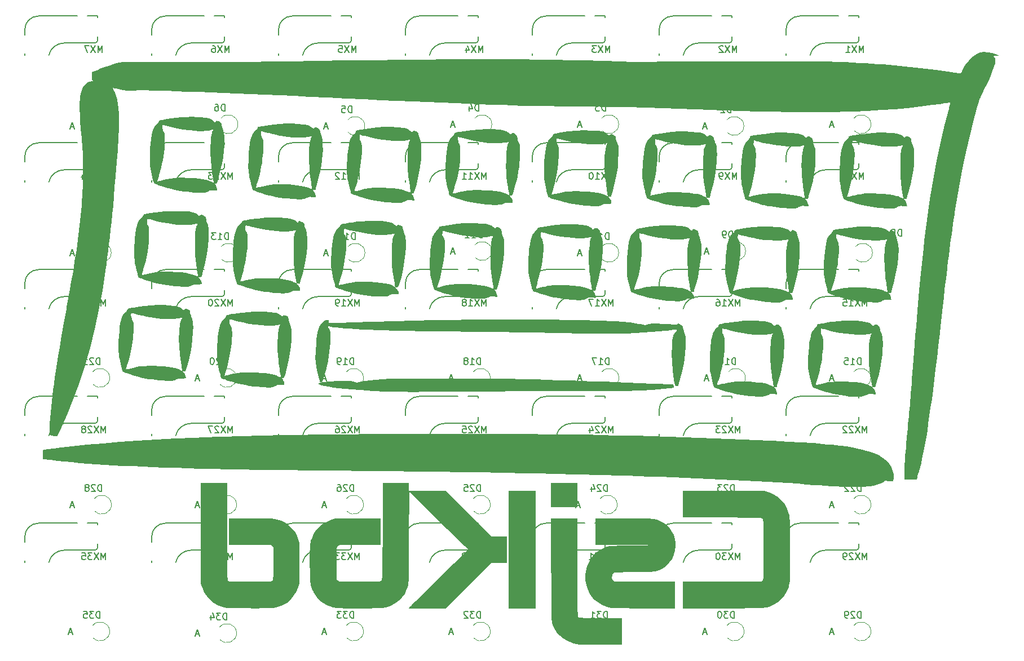
<source format=gbr>
%TF.GenerationSoftware,KiCad,Pcbnew,7.0.5*%
%TF.CreationDate,2023-07-21T14:17:18+03:00*%
%TF.ProjectId,MacroPadPlate,4d616372-6f50-4616-9450-6c6174652e6b,rev?*%
%TF.SameCoordinates,Original*%
%TF.FileFunction,Legend,Bot*%
%TF.FilePolarity,Positive*%
%FSLAX46Y46*%
G04 Gerber Fmt 4.6, Leading zero omitted, Abs format (unit mm)*
G04 Created by KiCad (PCBNEW 7.0.5) date 2023-07-21 14:17:18*
%MOMM*%
%LPD*%
G01*
G04 APERTURE LIST*
%ADD10C,0.150000*%
%ADD11C,0.120000*%
G04 APERTURE END LIST*
D10*
%TO.C,MX20*%
X111561204Y-77594819D02*
X111561204Y-76594819D01*
X111561204Y-76594819D02*
X111227871Y-77309104D01*
X111227871Y-77309104D02*
X110894538Y-76594819D01*
X110894538Y-76594819D02*
X110894538Y-77594819D01*
X110513585Y-76594819D02*
X109846919Y-77594819D01*
X109846919Y-76594819D02*
X110513585Y-77594819D01*
X109513585Y-76690057D02*
X109465966Y-76642438D01*
X109465966Y-76642438D02*
X109370728Y-76594819D01*
X109370728Y-76594819D02*
X109132633Y-76594819D01*
X109132633Y-76594819D02*
X109037395Y-76642438D01*
X109037395Y-76642438D02*
X108989776Y-76690057D01*
X108989776Y-76690057D02*
X108942157Y-76785295D01*
X108942157Y-76785295D02*
X108942157Y-76880533D01*
X108942157Y-76880533D02*
X108989776Y-77023390D01*
X108989776Y-77023390D02*
X109561204Y-77594819D01*
X109561204Y-77594819D02*
X108942157Y-77594819D01*
X108323109Y-76594819D02*
X108227871Y-76594819D01*
X108227871Y-76594819D02*
X108132633Y-76642438D01*
X108132633Y-76642438D02*
X108085014Y-76690057D01*
X108085014Y-76690057D02*
X108037395Y-76785295D01*
X108037395Y-76785295D02*
X107989776Y-76975771D01*
X107989776Y-76975771D02*
X107989776Y-77213866D01*
X107989776Y-77213866D02*
X108037395Y-77404342D01*
X108037395Y-77404342D02*
X108085014Y-77499580D01*
X108085014Y-77499580D02*
X108132633Y-77547200D01*
X108132633Y-77547200D02*
X108227871Y-77594819D01*
X108227871Y-77594819D02*
X108323109Y-77594819D01*
X108323109Y-77594819D02*
X108418347Y-77547200D01*
X108418347Y-77547200D02*
X108465966Y-77499580D01*
X108465966Y-77499580D02*
X108513585Y-77404342D01*
X108513585Y-77404342D02*
X108561204Y-77213866D01*
X108561204Y-77213866D02*
X108561204Y-76975771D01*
X108561204Y-76975771D02*
X108513585Y-76785295D01*
X108513585Y-76785295D02*
X108465966Y-76690057D01*
X108465966Y-76690057D02*
X108418347Y-76642438D01*
X108418347Y-76642438D02*
X108323109Y-76594819D01*
%TO.C,D25*%
X148817285Y-105426819D02*
X148817285Y-104426819D01*
X148817285Y-104426819D02*
X148579190Y-104426819D01*
X148579190Y-104426819D02*
X148436333Y-104474438D01*
X148436333Y-104474438D02*
X148341095Y-104569676D01*
X148341095Y-104569676D02*
X148293476Y-104664914D01*
X148293476Y-104664914D02*
X148245857Y-104855390D01*
X148245857Y-104855390D02*
X148245857Y-104998247D01*
X148245857Y-104998247D02*
X148293476Y-105188723D01*
X148293476Y-105188723D02*
X148341095Y-105283961D01*
X148341095Y-105283961D02*
X148436333Y-105379200D01*
X148436333Y-105379200D02*
X148579190Y-105426819D01*
X148579190Y-105426819D02*
X148817285Y-105426819D01*
X147864904Y-104522057D02*
X147817285Y-104474438D01*
X147817285Y-104474438D02*
X147722047Y-104426819D01*
X147722047Y-104426819D02*
X147483952Y-104426819D01*
X147483952Y-104426819D02*
X147388714Y-104474438D01*
X147388714Y-104474438D02*
X147341095Y-104522057D01*
X147341095Y-104522057D02*
X147293476Y-104617295D01*
X147293476Y-104617295D02*
X147293476Y-104712533D01*
X147293476Y-104712533D02*
X147341095Y-104855390D01*
X147341095Y-104855390D02*
X147912523Y-105426819D01*
X147912523Y-105426819D02*
X147293476Y-105426819D01*
X146388714Y-104426819D02*
X146864904Y-104426819D01*
X146864904Y-104426819D02*
X146912523Y-104903009D01*
X146912523Y-104903009D02*
X146864904Y-104855390D01*
X146864904Y-104855390D02*
X146769666Y-104807771D01*
X146769666Y-104807771D02*
X146531571Y-104807771D01*
X146531571Y-104807771D02*
X146436333Y-104855390D01*
X146436333Y-104855390D02*
X146388714Y-104903009D01*
X146388714Y-104903009D02*
X146341095Y-104998247D01*
X146341095Y-104998247D02*
X146341095Y-105236342D01*
X146341095Y-105236342D02*
X146388714Y-105331580D01*
X146388714Y-105331580D02*
X146436333Y-105379200D01*
X146436333Y-105379200D02*
X146531571Y-105426819D01*
X146531571Y-105426819D02*
X146769666Y-105426819D01*
X146769666Y-105426819D02*
X146864904Y-105379200D01*
X146864904Y-105379200D02*
X146912523Y-105331580D01*
X144671094Y-107611104D02*
X144194904Y-107611104D01*
X144766332Y-107896819D02*
X144432999Y-106896819D01*
X144432999Y-106896819D02*
X144099666Y-107896819D01*
%TO.C,D1*%
X205491094Y-48276819D02*
X205491094Y-47276819D01*
X205491094Y-47276819D02*
X205252999Y-47276819D01*
X205252999Y-47276819D02*
X205110142Y-47324438D01*
X205110142Y-47324438D02*
X205014904Y-47419676D01*
X205014904Y-47419676D02*
X204967285Y-47514914D01*
X204967285Y-47514914D02*
X204919666Y-47705390D01*
X204919666Y-47705390D02*
X204919666Y-47848247D01*
X204919666Y-47848247D02*
X204967285Y-48038723D01*
X204967285Y-48038723D02*
X205014904Y-48133961D01*
X205014904Y-48133961D02*
X205110142Y-48229200D01*
X205110142Y-48229200D02*
X205252999Y-48276819D01*
X205252999Y-48276819D02*
X205491094Y-48276819D01*
X203967285Y-48276819D02*
X204538713Y-48276819D01*
X204252999Y-48276819D02*
X204252999Y-47276819D01*
X204252999Y-47276819D02*
X204348237Y-47419676D01*
X204348237Y-47419676D02*
X204443475Y-47514914D01*
X204443475Y-47514914D02*
X204538713Y-47562533D01*
X201821094Y-50461104D02*
X201344904Y-50461104D01*
X201916332Y-50746819D02*
X201582999Y-49746819D01*
X201582999Y-49746819D02*
X201249666Y-50746819D01*
%TO.C,MX9*%
X187285013Y-58544819D02*
X187285013Y-57544819D01*
X187285013Y-57544819D02*
X186951680Y-58259104D01*
X186951680Y-58259104D02*
X186618347Y-57544819D01*
X186618347Y-57544819D02*
X186618347Y-58544819D01*
X186237394Y-57544819D02*
X185570728Y-58544819D01*
X185570728Y-57544819D02*
X186237394Y-58544819D01*
X185142156Y-58544819D02*
X184951680Y-58544819D01*
X184951680Y-58544819D02*
X184856442Y-58497200D01*
X184856442Y-58497200D02*
X184808823Y-58449580D01*
X184808823Y-58449580D02*
X184713585Y-58306723D01*
X184713585Y-58306723D02*
X184665966Y-58116247D01*
X184665966Y-58116247D02*
X184665966Y-57735295D01*
X184665966Y-57735295D02*
X184713585Y-57640057D01*
X184713585Y-57640057D02*
X184761204Y-57592438D01*
X184761204Y-57592438D02*
X184856442Y-57544819D01*
X184856442Y-57544819D02*
X185046918Y-57544819D01*
X185046918Y-57544819D02*
X185142156Y-57592438D01*
X185142156Y-57592438D02*
X185189775Y-57640057D01*
X185189775Y-57640057D02*
X185237394Y-57735295D01*
X185237394Y-57735295D02*
X185237394Y-57973390D01*
X185237394Y-57973390D02*
X185189775Y-58068628D01*
X185189775Y-58068628D02*
X185142156Y-58116247D01*
X185142156Y-58116247D02*
X185046918Y-58163866D01*
X185046918Y-58163866D02*
X184856442Y-58163866D01*
X184856442Y-58163866D02*
X184761204Y-58116247D01*
X184761204Y-58116247D02*
X184713585Y-58068628D01*
X184713585Y-58068628D02*
X184665966Y-57973390D01*
%TO.C,MX31*%
X168711204Y-115694819D02*
X168711204Y-114694819D01*
X168711204Y-114694819D02*
X168377871Y-115409104D01*
X168377871Y-115409104D02*
X168044538Y-114694819D01*
X168044538Y-114694819D02*
X168044538Y-115694819D01*
X167663585Y-114694819D02*
X166996919Y-115694819D01*
X166996919Y-114694819D02*
X167663585Y-115694819D01*
X166711204Y-114694819D02*
X166092157Y-114694819D01*
X166092157Y-114694819D02*
X166425490Y-115075771D01*
X166425490Y-115075771D02*
X166282633Y-115075771D01*
X166282633Y-115075771D02*
X166187395Y-115123390D01*
X166187395Y-115123390D02*
X166139776Y-115171009D01*
X166139776Y-115171009D02*
X166092157Y-115266247D01*
X166092157Y-115266247D02*
X166092157Y-115504342D01*
X166092157Y-115504342D02*
X166139776Y-115599580D01*
X166139776Y-115599580D02*
X166187395Y-115647200D01*
X166187395Y-115647200D02*
X166282633Y-115694819D01*
X166282633Y-115694819D02*
X166568347Y-115694819D01*
X166568347Y-115694819D02*
X166663585Y-115647200D01*
X166663585Y-115647200D02*
X166711204Y-115599580D01*
X165139776Y-115694819D02*
X165711204Y-115694819D01*
X165425490Y-115694819D02*
X165425490Y-114694819D01*
X165425490Y-114694819D02*
X165520728Y-114837676D01*
X165520728Y-114837676D02*
X165615966Y-114932914D01*
X165615966Y-114932914D02*
X165711204Y-114980533D01*
%TO.C,MX18*%
X149661204Y-77594819D02*
X149661204Y-76594819D01*
X149661204Y-76594819D02*
X149327871Y-77309104D01*
X149327871Y-77309104D02*
X148994538Y-76594819D01*
X148994538Y-76594819D02*
X148994538Y-77594819D01*
X148613585Y-76594819D02*
X147946919Y-77594819D01*
X147946919Y-76594819D02*
X148613585Y-77594819D01*
X147042157Y-77594819D02*
X147613585Y-77594819D01*
X147327871Y-77594819D02*
X147327871Y-76594819D01*
X147327871Y-76594819D02*
X147423109Y-76737676D01*
X147423109Y-76737676D02*
X147518347Y-76832914D01*
X147518347Y-76832914D02*
X147613585Y-76880533D01*
X146470728Y-77023390D02*
X146565966Y-76975771D01*
X146565966Y-76975771D02*
X146613585Y-76928152D01*
X146613585Y-76928152D02*
X146661204Y-76832914D01*
X146661204Y-76832914D02*
X146661204Y-76785295D01*
X146661204Y-76785295D02*
X146613585Y-76690057D01*
X146613585Y-76690057D02*
X146565966Y-76642438D01*
X146565966Y-76642438D02*
X146470728Y-76594819D01*
X146470728Y-76594819D02*
X146280252Y-76594819D01*
X146280252Y-76594819D02*
X146185014Y-76642438D01*
X146185014Y-76642438D02*
X146137395Y-76690057D01*
X146137395Y-76690057D02*
X146089776Y-76785295D01*
X146089776Y-76785295D02*
X146089776Y-76832914D01*
X146089776Y-76832914D02*
X146137395Y-76928152D01*
X146137395Y-76928152D02*
X146185014Y-76975771D01*
X146185014Y-76975771D02*
X146280252Y-77023390D01*
X146280252Y-77023390D02*
X146470728Y-77023390D01*
X146470728Y-77023390D02*
X146565966Y-77071009D01*
X146565966Y-77071009D02*
X146613585Y-77118628D01*
X146613585Y-77118628D02*
X146661204Y-77213866D01*
X146661204Y-77213866D02*
X146661204Y-77404342D01*
X146661204Y-77404342D02*
X146613585Y-77499580D01*
X146613585Y-77499580D02*
X146565966Y-77547200D01*
X146565966Y-77547200D02*
X146470728Y-77594819D01*
X146470728Y-77594819D02*
X146280252Y-77594819D01*
X146280252Y-77594819D02*
X146185014Y-77547200D01*
X146185014Y-77547200D02*
X146137395Y-77499580D01*
X146137395Y-77499580D02*
X146089776Y-77404342D01*
X146089776Y-77404342D02*
X146089776Y-77213866D01*
X146089776Y-77213866D02*
X146137395Y-77118628D01*
X146137395Y-77118628D02*
X146185014Y-77071009D01*
X146185014Y-77071009D02*
X146280252Y-77023390D01*
%TO.C,MX7*%
X92035013Y-39494819D02*
X92035013Y-38494819D01*
X92035013Y-38494819D02*
X91701680Y-39209104D01*
X91701680Y-39209104D02*
X91368347Y-38494819D01*
X91368347Y-38494819D02*
X91368347Y-39494819D01*
X90987394Y-38494819D02*
X90320728Y-39494819D01*
X90320728Y-38494819D02*
X90987394Y-39494819D01*
X90035013Y-38494819D02*
X89368347Y-38494819D01*
X89368347Y-38494819D02*
X89796918Y-39494819D01*
%TO.C,MX33*%
X130611204Y-115694819D02*
X130611204Y-114694819D01*
X130611204Y-114694819D02*
X130277871Y-115409104D01*
X130277871Y-115409104D02*
X129944538Y-114694819D01*
X129944538Y-114694819D02*
X129944538Y-115694819D01*
X129563585Y-114694819D02*
X128896919Y-115694819D01*
X128896919Y-114694819D02*
X129563585Y-115694819D01*
X128611204Y-114694819D02*
X127992157Y-114694819D01*
X127992157Y-114694819D02*
X128325490Y-115075771D01*
X128325490Y-115075771D02*
X128182633Y-115075771D01*
X128182633Y-115075771D02*
X128087395Y-115123390D01*
X128087395Y-115123390D02*
X128039776Y-115171009D01*
X128039776Y-115171009D02*
X127992157Y-115266247D01*
X127992157Y-115266247D02*
X127992157Y-115504342D01*
X127992157Y-115504342D02*
X128039776Y-115599580D01*
X128039776Y-115599580D02*
X128087395Y-115647200D01*
X128087395Y-115647200D02*
X128182633Y-115694819D01*
X128182633Y-115694819D02*
X128468347Y-115694819D01*
X128468347Y-115694819D02*
X128563585Y-115647200D01*
X128563585Y-115647200D02*
X128611204Y-115599580D01*
X127658823Y-114694819D02*
X127039776Y-114694819D01*
X127039776Y-114694819D02*
X127373109Y-115075771D01*
X127373109Y-115075771D02*
X127230252Y-115075771D01*
X127230252Y-115075771D02*
X127135014Y-115123390D01*
X127135014Y-115123390D02*
X127087395Y-115171009D01*
X127087395Y-115171009D02*
X127039776Y-115266247D01*
X127039776Y-115266247D02*
X127039776Y-115504342D01*
X127039776Y-115504342D02*
X127087395Y-115599580D01*
X127087395Y-115599580D02*
X127135014Y-115647200D01*
X127135014Y-115647200D02*
X127230252Y-115694819D01*
X127230252Y-115694819D02*
X127515966Y-115694819D01*
X127515966Y-115694819D02*
X127611204Y-115647200D01*
X127611204Y-115647200D02*
X127658823Y-115599580D01*
%TO.C,MX26*%
X130611204Y-96644819D02*
X130611204Y-95644819D01*
X130611204Y-95644819D02*
X130277871Y-96359104D01*
X130277871Y-96359104D02*
X129944538Y-95644819D01*
X129944538Y-95644819D02*
X129944538Y-96644819D01*
X129563585Y-95644819D02*
X128896919Y-96644819D01*
X128896919Y-95644819D02*
X129563585Y-96644819D01*
X128563585Y-95740057D02*
X128515966Y-95692438D01*
X128515966Y-95692438D02*
X128420728Y-95644819D01*
X128420728Y-95644819D02*
X128182633Y-95644819D01*
X128182633Y-95644819D02*
X128087395Y-95692438D01*
X128087395Y-95692438D02*
X128039776Y-95740057D01*
X128039776Y-95740057D02*
X127992157Y-95835295D01*
X127992157Y-95835295D02*
X127992157Y-95930533D01*
X127992157Y-95930533D02*
X128039776Y-96073390D01*
X128039776Y-96073390D02*
X128611204Y-96644819D01*
X128611204Y-96644819D02*
X127992157Y-96644819D01*
X127135014Y-95644819D02*
X127325490Y-95644819D01*
X127325490Y-95644819D02*
X127420728Y-95692438D01*
X127420728Y-95692438D02*
X127468347Y-95740057D01*
X127468347Y-95740057D02*
X127563585Y-95882914D01*
X127563585Y-95882914D02*
X127611204Y-96073390D01*
X127611204Y-96073390D02*
X127611204Y-96454342D01*
X127611204Y-96454342D02*
X127563585Y-96549580D01*
X127563585Y-96549580D02*
X127515966Y-96597200D01*
X127515966Y-96597200D02*
X127420728Y-96644819D01*
X127420728Y-96644819D02*
X127230252Y-96644819D01*
X127230252Y-96644819D02*
X127135014Y-96597200D01*
X127135014Y-96597200D02*
X127087395Y-96549580D01*
X127087395Y-96549580D02*
X127039776Y-96454342D01*
X127039776Y-96454342D02*
X127039776Y-96216247D01*
X127039776Y-96216247D02*
X127087395Y-96121009D01*
X127087395Y-96121009D02*
X127135014Y-96073390D01*
X127135014Y-96073390D02*
X127230252Y-96025771D01*
X127230252Y-96025771D02*
X127420728Y-96025771D01*
X127420728Y-96025771D02*
X127515966Y-96073390D01*
X127515966Y-96073390D02*
X127563585Y-96121009D01*
X127563585Y-96121009D02*
X127611204Y-96216247D01*
%TO.C,MX4*%
X149185013Y-39494819D02*
X149185013Y-38494819D01*
X149185013Y-38494819D02*
X148851680Y-39209104D01*
X148851680Y-39209104D02*
X148518347Y-38494819D01*
X148518347Y-38494819D02*
X148518347Y-39494819D01*
X148137394Y-38494819D02*
X147470728Y-39494819D01*
X147470728Y-38494819D02*
X148137394Y-39494819D01*
X146661204Y-38828152D02*
X146661204Y-39494819D01*
X146899299Y-38447200D02*
X147137394Y-39161485D01*
X147137394Y-39161485D02*
X146518347Y-39161485D01*
%TO.C,MX16*%
X187761204Y-77594819D02*
X187761204Y-76594819D01*
X187761204Y-76594819D02*
X187427871Y-77309104D01*
X187427871Y-77309104D02*
X187094538Y-76594819D01*
X187094538Y-76594819D02*
X187094538Y-77594819D01*
X186713585Y-76594819D02*
X186046919Y-77594819D01*
X186046919Y-76594819D02*
X186713585Y-77594819D01*
X185142157Y-77594819D02*
X185713585Y-77594819D01*
X185427871Y-77594819D02*
X185427871Y-76594819D01*
X185427871Y-76594819D02*
X185523109Y-76737676D01*
X185523109Y-76737676D02*
X185618347Y-76832914D01*
X185618347Y-76832914D02*
X185713585Y-76880533D01*
X184285014Y-76594819D02*
X184475490Y-76594819D01*
X184475490Y-76594819D02*
X184570728Y-76642438D01*
X184570728Y-76642438D02*
X184618347Y-76690057D01*
X184618347Y-76690057D02*
X184713585Y-76832914D01*
X184713585Y-76832914D02*
X184761204Y-77023390D01*
X184761204Y-77023390D02*
X184761204Y-77404342D01*
X184761204Y-77404342D02*
X184713585Y-77499580D01*
X184713585Y-77499580D02*
X184665966Y-77547200D01*
X184665966Y-77547200D02*
X184570728Y-77594819D01*
X184570728Y-77594819D02*
X184380252Y-77594819D01*
X184380252Y-77594819D02*
X184285014Y-77547200D01*
X184285014Y-77547200D02*
X184237395Y-77499580D01*
X184237395Y-77499580D02*
X184189776Y-77404342D01*
X184189776Y-77404342D02*
X184189776Y-77166247D01*
X184189776Y-77166247D02*
X184237395Y-77071009D01*
X184237395Y-77071009D02*
X184285014Y-77023390D01*
X184285014Y-77023390D02*
X184380252Y-76975771D01*
X184380252Y-76975771D02*
X184570728Y-76975771D01*
X184570728Y-76975771D02*
X184665966Y-77023390D01*
X184665966Y-77023390D02*
X184713585Y-77071009D01*
X184713585Y-77071009D02*
X184761204Y-77166247D01*
%TO.C,MX12*%
X130611204Y-58544819D02*
X130611204Y-57544819D01*
X130611204Y-57544819D02*
X130277871Y-58259104D01*
X130277871Y-58259104D02*
X129944538Y-57544819D01*
X129944538Y-57544819D02*
X129944538Y-58544819D01*
X129563585Y-57544819D02*
X128896919Y-58544819D01*
X128896919Y-57544819D02*
X129563585Y-58544819D01*
X127992157Y-58544819D02*
X128563585Y-58544819D01*
X128277871Y-58544819D02*
X128277871Y-57544819D01*
X128277871Y-57544819D02*
X128373109Y-57687676D01*
X128373109Y-57687676D02*
X128468347Y-57782914D01*
X128468347Y-57782914D02*
X128563585Y-57830533D01*
X127611204Y-57640057D02*
X127563585Y-57592438D01*
X127563585Y-57592438D02*
X127468347Y-57544819D01*
X127468347Y-57544819D02*
X127230252Y-57544819D01*
X127230252Y-57544819D02*
X127135014Y-57592438D01*
X127135014Y-57592438D02*
X127087395Y-57640057D01*
X127087395Y-57640057D02*
X127039776Y-57735295D01*
X127039776Y-57735295D02*
X127039776Y-57830533D01*
X127039776Y-57830533D02*
X127087395Y-57973390D01*
X127087395Y-57973390D02*
X127658823Y-58544819D01*
X127658823Y-58544819D02*
X127039776Y-58544819D01*
%TO.C,D29*%
X205967285Y-124476819D02*
X205967285Y-123476819D01*
X205967285Y-123476819D02*
X205729190Y-123476819D01*
X205729190Y-123476819D02*
X205586333Y-123524438D01*
X205586333Y-123524438D02*
X205491095Y-123619676D01*
X205491095Y-123619676D02*
X205443476Y-123714914D01*
X205443476Y-123714914D02*
X205395857Y-123905390D01*
X205395857Y-123905390D02*
X205395857Y-124048247D01*
X205395857Y-124048247D02*
X205443476Y-124238723D01*
X205443476Y-124238723D02*
X205491095Y-124333961D01*
X205491095Y-124333961D02*
X205586333Y-124429200D01*
X205586333Y-124429200D02*
X205729190Y-124476819D01*
X205729190Y-124476819D02*
X205967285Y-124476819D01*
X205014904Y-123572057D02*
X204967285Y-123524438D01*
X204967285Y-123524438D02*
X204872047Y-123476819D01*
X204872047Y-123476819D02*
X204633952Y-123476819D01*
X204633952Y-123476819D02*
X204538714Y-123524438D01*
X204538714Y-123524438D02*
X204491095Y-123572057D01*
X204491095Y-123572057D02*
X204443476Y-123667295D01*
X204443476Y-123667295D02*
X204443476Y-123762533D01*
X204443476Y-123762533D02*
X204491095Y-123905390D01*
X204491095Y-123905390D02*
X205062523Y-124476819D01*
X205062523Y-124476819D02*
X204443476Y-124476819D01*
X203967285Y-124476819D02*
X203776809Y-124476819D01*
X203776809Y-124476819D02*
X203681571Y-124429200D01*
X203681571Y-124429200D02*
X203633952Y-124381580D01*
X203633952Y-124381580D02*
X203538714Y-124238723D01*
X203538714Y-124238723D02*
X203491095Y-124048247D01*
X203491095Y-124048247D02*
X203491095Y-123667295D01*
X203491095Y-123667295D02*
X203538714Y-123572057D01*
X203538714Y-123572057D02*
X203586333Y-123524438D01*
X203586333Y-123524438D02*
X203681571Y-123476819D01*
X203681571Y-123476819D02*
X203872047Y-123476819D01*
X203872047Y-123476819D02*
X203967285Y-123524438D01*
X203967285Y-123524438D02*
X204014904Y-123572057D01*
X204014904Y-123572057D02*
X204062523Y-123667295D01*
X204062523Y-123667295D02*
X204062523Y-123905390D01*
X204062523Y-123905390D02*
X204014904Y-124000628D01*
X204014904Y-124000628D02*
X203967285Y-124048247D01*
X203967285Y-124048247D02*
X203872047Y-124095866D01*
X203872047Y-124095866D02*
X203681571Y-124095866D01*
X203681571Y-124095866D02*
X203586333Y-124048247D01*
X203586333Y-124048247D02*
X203538714Y-124000628D01*
X203538714Y-124000628D02*
X203491095Y-123905390D01*
X201821094Y-126661104D02*
X201344904Y-126661104D01*
X201916332Y-126946819D02*
X201582999Y-125946819D01*
X201582999Y-125946819D02*
X201249666Y-126946819D01*
%TO.C,MX35*%
X92511204Y-115694819D02*
X92511204Y-114694819D01*
X92511204Y-114694819D02*
X92177871Y-115409104D01*
X92177871Y-115409104D02*
X91844538Y-114694819D01*
X91844538Y-114694819D02*
X91844538Y-115694819D01*
X91463585Y-114694819D02*
X90796919Y-115694819D01*
X90796919Y-114694819D02*
X91463585Y-115694819D01*
X90511204Y-114694819D02*
X89892157Y-114694819D01*
X89892157Y-114694819D02*
X90225490Y-115075771D01*
X90225490Y-115075771D02*
X90082633Y-115075771D01*
X90082633Y-115075771D02*
X89987395Y-115123390D01*
X89987395Y-115123390D02*
X89939776Y-115171009D01*
X89939776Y-115171009D02*
X89892157Y-115266247D01*
X89892157Y-115266247D02*
X89892157Y-115504342D01*
X89892157Y-115504342D02*
X89939776Y-115599580D01*
X89939776Y-115599580D02*
X89987395Y-115647200D01*
X89987395Y-115647200D02*
X90082633Y-115694819D01*
X90082633Y-115694819D02*
X90368347Y-115694819D01*
X90368347Y-115694819D02*
X90463585Y-115647200D01*
X90463585Y-115647200D02*
X90511204Y-115599580D01*
X88987395Y-114694819D02*
X89463585Y-114694819D01*
X89463585Y-114694819D02*
X89511204Y-115171009D01*
X89511204Y-115171009D02*
X89463585Y-115123390D01*
X89463585Y-115123390D02*
X89368347Y-115075771D01*
X89368347Y-115075771D02*
X89130252Y-115075771D01*
X89130252Y-115075771D02*
X89035014Y-115123390D01*
X89035014Y-115123390D02*
X88987395Y-115171009D01*
X88987395Y-115171009D02*
X88939776Y-115266247D01*
X88939776Y-115266247D02*
X88939776Y-115504342D01*
X88939776Y-115504342D02*
X88987395Y-115599580D01*
X88987395Y-115599580D02*
X89035014Y-115647200D01*
X89035014Y-115647200D02*
X89130252Y-115694819D01*
X89130252Y-115694819D02*
X89368347Y-115694819D01*
X89368347Y-115694819D02*
X89463585Y-115647200D01*
X89463585Y-115647200D02*
X89511204Y-115599580D01*
%TO.C,MX17*%
X168711204Y-77594819D02*
X168711204Y-76594819D01*
X168711204Y-76594819D02*
X168377871Y-77309104D01*
X168377871Y-77309104D02*
X168044538Y-76594819D01*
X168044538Y-76594819D02*
X168044538Y-77594819D01*
X167663585Y-76594819D02*
X166996919Y-77594819D01*
X166996919Y-76594819D02*
X167663585Y-77594819D01*
X166092157Y-77594819D02*
X166663585Y-77594819D01*
X166377871Y-77594819D02*
X166377871Y-76594819D01*
X166377871Y-76594819D02*
X166473109Y-76737676D01*
X166473109Y-76737676D02*
X166568347Y-76832914D01*
X166568347Y-76832914D02*
X166663585Y-76880533D01*
X165758823Y-76594819D02*
X165092157Y-76594819D01*
X165092157Y-76594819D02*
X165520728Y-77594819D01*
%TO.C,MX13*%
X111561204Y-58544819D02*
X111561204Y-57544819D01*
X111561204Y-57544819D02*
X111227871Y-58259104D01*
X111227871Y-58259104D02*
X110894538Y-57544819D01*
X110894538Y-57544819D02*
X110894538Y-58544819D01*
X110513585Y-57544819D02*
X109846919Y-58544819D01*
X109846919Y-57544819D02*
X110513585Y-58544819D01*
X108942157Y-58544819D02*
X109513585Y-58544819D01*
X109227871Y-58544819D02*
X109227871Y-57544819D01*
X109227871Y-57544819D02*
X109323109Y-57687676D01*
X109323109Y-57687676D02*
X109418347Y-57782914D01*
X109418347Y-57782914D02*
X109513585Y-57830533D01*
X108608823Y-57544819D02*
X107989776Y-57544819D01*
X107989776Y-57544819D02*
X108323109Y-57925771D01*
X108323109Y-57925771D02*
X108180252Y-57925771D01*
X108180252Y-57925771D02*
X108085014Y-57973390D01*
X108085014Y-57973390D02*
X108037395Y-58021009D01*
X108037395Y-58021009D02*
X107989776Y-58116247D01*
X107989776Y-58116247D02*
X107989776Y-58354342D01*
X107989776Y-58354342D02*
X108037395Y-58449580D01*
X108037395Y-58449580D02*
X108085014Y-58497200D01*
X108085014Y-58497200D02*
X108180252Y-58544819D01*
X108180252Y-58544819D02*
X108465966Y-58544819D01*
X108465966Y-58544819D02*
X108561204Y-58497200D01*
X108561204Y-58497200D02*
X108608823Y-58449580D01*
%TO.C,MX28*%
X92511204Y-96644819D02*
X92511204Y-95644819D01*
X92511204Y-95644819D02*
X92177871Y-96359104D01*
X92177871Y-96359104D02*
X91844538Y-95644819D01*
X91844538Y-95644819D02*
X91844538Y-96644819D01*
X91463585Y-95644819D02*
X90796919Y-96644819D01*
X90796919Y-95644819D02*
X91463585Y-96644819D01*
X90463585Y-95740057D02*
X90415966Y-95692438D01*
X90415966Y-95692438D02*
X90320728Y-95644819D01*
X90320728Y-95644819D02*
X90082633Y-95644819D01*
X90082633Y-95644819D02*
X89987395Y-95692438D01*
X89987395Y-95692438D02*
X89939776Y-95740057D01*
X89939776Y-95740057D02*
X89892157Y-95835295D01*
X89892157Y-95835295D02*
X89892157Y-95930533D01*
X89892157Y-95930533D02*
X89939776Y-96073390D01*
X89939776Y-96073390D02*
X90511204Y-96644819D01*
X90511204Y-96644819D02*
X89892157Y-96644819D01*
X89320728Y-96073390D02*
X89415966Y-96025771D01*
X89415966Y-96025771D02*
X89463585Y-95978152D01*
X89463585Y-95978152D02*
X89511204Y-95882914D01*
X89511204Y-95882914D02*
X89511204Y-95835295D01*
X89511204Y-95835295D02*
X89463585Y-95740057D01*
X89463585Y-95740057D02*
X89415966Y-95692438D01*
X89415966Y-95692438D02*
X89320728Y-95644819D01*
X89320728Y-95644819D02*
X89130252Y-95644819D01*
X89130252Y-95644819D02*
X89035014Y-95692438D01*
X89035014Y-95692438D02*
X88987395Y-95740057D01*
X88987395Y-95740057D02*
X88939776Y-95835295D01*
X88939776Y-95835295D02*
X88939776Y-95882914D01*
X88939776Y-95882914D02*
X88987395Y-95978152D01*
X88987395Y-95978152D02*
X89035014Y-96025771D01*
X89035014Y-96025771D02*
X89130252Y-96073390D01*
X89130252Y-96073390D02*
X89320728Y-96073390D01*
X89320728Y-96073390D02*
X89415966Y-96121009D01*
X89415966Y-96121009D02*
X89463585Y-96168628D01*
X89463585Y-96168628D02*
X89511204Y-96263866D01*
X89511204Y-96263866D02*
X89511204Y-96454342D01*
X89511204Y-96454342D02*
X89463585Y-96549580D01*
X89463585Y-96549580D02*
X89415966Y-96597200D01*
X89415966Y-96597200D02*
X89320728Y-96644819D01*
X89320728Y-96644819D02*
X89130252Y-96644819D01*
X89130252Y-96644819D02*
X89035014Y-96597200D01*
X89035014Y-96597200D02*
X88987395Y-96549580D01*
X88987395Y-96549580D02*
X88939776Y-96454342D01*
X88939776Y-96454342D02*
X88939776Y-96263866D01*
X88939776Y-96263866D02*
X88987395Y-96168628D01*
X88987395Y-96168628D02*
X89035014Y-96121009D01*
X89035014Y-96121009D02*
X89130252Y-96073390D01*
%TO.C,MX3*%
X168235013Y-39494819D02*
X168235013Y-38494819D01*
X168235013Y-38494819D02*
X167901680Y-39209104D01*
X167901680Y-39209104D02*
X167568347Y-38494819D01*
X167568347Y-38494819D02*
X167568347Y-39494819D01*
X167187394Y-38494819D02*
X166520728Y-39494819D01*
X166520728Y-38494819D02*
X167187394Y-39494819D01*
X166235013Y-38494819D02*
X165615966Y-38494819D01*
X165615966Y-38494819D02*
X165949299Y-38875771D01*
X165949299Y-38875771D02*
X165806442Y-38875771D01*
X165806442Y-38875771D02*
X165711204Y-38923390D01*
X165711204Y-38923390D02*
X165663585Y-38971009D01*
X165663585Y-38971009D02*
X165615966Y-39066247D01*
X165615966Y-39066247D02*
X165615966Y-39304342D01*
X165615966Y-39304342D02*
X165663585Y-39399580D01*
X165663585Y-39399580D02*
X165711204Y-39447200D01*
X165711204Y-39447200D02*
X165806442Y-39494819D01*
X165806442Y-39494819D02*
X166092156Y-39494819D01*
X166092156Y-39494819D02*
X166187394Y-39447200D01*
X166187394Y-39447200D02*
X166235013Y-39399580D01*
%TO.C,D5*%
X129487394Y-48530819D02*
X129487394Y-47530819D01*
X129487394Y-47530819D02*
X129249299Y-47530819D01*
X129249299Y-47530819D02*
X129106442Y-47578438D01*
X129106442Y-47578438D02*
X129011204Y-47673676D01*
X129011204Y-47673676D02*
X128963585Y-47768914D01*
X128963585Y-47768914D02*
X128915966Y-47959390D01*
X128915966Y-47959390D02*
X128915966Y-48102247D01*
X128915966Y-48102247D02*
X128963585Y-48292723D01*
X128963585Y-48292723D02*
X129011204Y-48387961D01*
X129011204Y-48387961D02*
X129106442Y-48483200D01*
X129106442Y-48483200D02*
X129249299Y-48530819D01*
X129249299Y-48530819D02*
X129487394Y-48530819D01*
X128011204Y-47530819D02*
X128487394Y-47530819D01*
X128487394Y-47530819D02*
X128535013Y-48007009D01*
X128535013Y-48007009D02*
X128487394Y-47959390D01*
X128487394Y-47959390D02*
X128392156Y-47911771D01*
X128392156Y-47911771D02*
X128154061Y-47911771D01*
X128154061Y-47911771D02*
X128058823Y-47959390D01*
X128058823Y-47959390D02*
X128011204Y-48007009D01*
X128011204Y-48007009D02*
X127963585Y-48102247D01*
X127963585Y-48102247D02*
X127963585Y-48340342D01*
X127963585Y-48340342D02*
X128011204Y-48435580D01*
X128011204Y-48435580D02*
X128058823Y-48483200D01*
X128058823Y-48483200D02*
X128154061Y-48530819D01*
X128154061Y-48530819D02*
X128392156Y-48530819D01*
X128392156Y-48530819D02*
X128487394Y-48483200D01*
X128487394Y-48483200D02*
X128535013Y-48435580D01*
X125817394Y-50715104D02*
X125341204Y-50715104D01*
X125912632Y-51000819D02*
X125579299Y-50000819D01*
X125579299Y-50000819D02*
X125245966Y-51000819D01*
%TO.C,D31*%
X167867285Y-124476819D02*
X167867285Y-123476819D01*
X167867285Y-123476819D02*
X167629190Y-123476819D01*
X167629190Y-123476819D02*
X167486333Y-123524438D01*
X167486333Y-123524438D02*
X167391095Y-123619676D01*
X167391095Y-123619676D02*
X167343476Y-123714914D01*
X167343476Y-123714914D02*
X167295857Y-123905390D01*
X167295857Y-123905390D02*
X167295857Y-124048247D01*
X167295857Y-124048247D02*
X167343476Y-124238723D01*
X167343476Y-124238723D02*
X167391095Y-124333961D01*
X167391095Y-124333961D02*
X167486333Y-124429200D01*
X167486333Y-124429200D02*
X167629190Y-124476819D01*
X167629190Y-124476819D02*
X167867285Y-124476819D01*
X166962523Y-123476819D02*
X166343476Y-123476819D01*
X166343476Y-123476819D02*
X166676809Y-123857771D01*
X166676809Y-123857771D02*
X166533952Y-123857771D01*
X166533952Y-123857771D02*
X166438714Y-123905390D01*
X166438714Y-123905390D02*
X166391095Y-123953009D01*
X166391095Y-123953009D02*
X166343476Y-124048247D01*
X166343476Y-124048247D02*
X166343476Y-124286342D01*
X166343476Y-124286342D02*
X166391095Y-124381580D01*
X166391095Y-124381580D02*
X166438714Y-124429200D01*
X166438714Y-124429200D02*
X166533952Y-124476819D01*
X166533952Y-124476819D02*
X166819666Y-124476819D01*
X166819666Y-124476819D02*
X166914904Y-124429200D01*
X166914904Y-124429200D02*
X166962523Y-124381580D01*
X165391095Y-124476819D02*
X165962523Y-124476819D01*
X165676809Y-124476819D02*
X165676809Y-123476819D01*
X165676809Y-123476819D02*
X165772047Y-123619676D01*
X165772047Y-123619676D02*
X165867285Y-123714914D01*
X165867285Y-123714914D02*
X165962523Y-123762533D01*
X163721094Y-126661104D02*
X163244904Y-126661104D01*
X163816332Y-126946819D02*
X163482999Y-125946819D01*
X163482999Y-125946819D02*
X163149666Y-126946819D01*
%TO.C,MX14*%
X92511204Y-58544819D02*
X92511204Y-57544819D01*
X92511204Y-57544819D02*
X92177871Y-58259104D01*
X92177871Y-58259104D02*
X91844538Y-57544819D01*
X91844538Y-57544819D02*
X91844538Y-58544819D01*
X91463585Y-57544819D02*
X90796919Y-58544819D01*
X90796919Y-57544819D02*
X91463585Y-58544819D01*
X89892157Y-58544819D02*
X90463585Y-58544819D01*
X90177871Y-58544819D02*
X90177871Y-57544819D01*
X90177871Y-57544819D02*
X90273109Y-57687676D01*
X90273109Y-57687676D02*
X90368347Y-57782914D01*
X90368347Y-57782914D02*
X90463585Y-57830533D01*
X89035014Y-57878152D02*
X89035014Y-58544819D01*
X89273109Y-57497200D02*
X89511204Y-58211485D01*
X89511204Y-58211485D02*
X88892157Y-58211485D01*
%TO.C,MX22*%
X206811204Y-96644819D02*
X206811204Y-95644819D01*
X206811204Y-95644819D02*
X206477871Y-96359104D01*
X206477871Y-96359104D02*
X206144538Y-95644819D01*
X206144538Y-95644819D02*
X206144538Y-96644819D01*
X205763585Y-95644819D02*
X205096919Y-96644819D01*
X205096919Y-95644819D02*
X205763585Y-96644819D01*
X204763585Y-95740057D02*
X204715966Y-95692438D01*
X204715966Y-95692438D02*
X204620728Y-95644819D01*
X204620728Y-95644819D02*
X204382633Y-95644819D01*
X204382633Y-95644819D02*
X204287395Y-95692438D01*
X204287395Y-95692438D02*
X204239776Y-95740057D01*
X204239776Y-95740057D02*
X204192157Y-95835295D01*
X204192157Y-95835295D02*
X204192157Y-95930533D01*
X204192157Y-95930533D02*
X204239776Y-96073390D01*
X204239776Y-96073390D02*
X204811204Y-96644819D01*
X204811204Y-96644819D02*
X204192157Y-96644819D01*
X203811204Y-95740057D02*
X203763585Y-95692438D01*
X203763585Y-95692438D02*
X203668347Y-95644819D01*
X203668347Y-95644819D02*
X203430252Y-95644819D01*
X203430252Y-95644819D02*
X203335014Y-95692438D01*
X203335014Y-95692438D02*
X203287395Y-95740057D01*
X203287395Y-95740057D02*
X203239776Y-95835295D01*
X203239776Y-95835295D02*
X203239776Y-95930533D01*
X203239776Y-95930533D02*
X203287395Y-96073390D01*
X203287395Y-96073390D02*
X203858823Y-96644819D01*
X203858823Y-96644819D02*
X203239776Y-96644819D01*
%TO.C,MX30*%
X187761204Y-115694819D02*
X187761204Y-114694819D01*
X187761204Y-114694819D02*
X187427871Y-115409104D01*
X187427871Y-115409104D02*
X187094538Y-114694819D01*
X187094538Y-114694819D02*
X187094538Y-115694819D01*
X186713585Y-114694819D02*
X186046919Y-115694819D01*
X186046919Y-114694819D02*
X186713585Y-115694819D01*
X185761204Y-114694819D02*
X185142157Y-114694819D01*
X185142157Y-114694819D02*
X185475490Y-115075771D01*
X185475490Y-115075771D02*
X185332633Y-115075771D01*
X185332633Y-115075771D02*
X185237395Y-115123390D01*
X185237395Y-115123390D02*
X185189776Y-115171009D01*
X185189776Y-115171009D02*
X185142157Y-115266247D01*
X185142157Y-115266247D02*
X185142157Y-115504342D01*
X185142157Y-115504342D02*
X185189776Y-115599580D01*
X185189776Y-115599580D02*
X185237395Y-115647200D01*
X185237395Y-115647200D02*
X185332633Y-115694819D01*
X185332633Y-115694819D02*
X185618347Y-115694819D01*
X185618347Y-115694819D02*
X185713585Y-115647200D01*
X185713585Y-115647200D02*
X185761204Y-115599580D01*
X184523109Y-114694819D02*
X184427871Y-114694819D01*
X184427871Y-114694819D02*
X184332633Y-114742438D01*
X184332633Y-114742438D02*
X184285014Y-114790057D01*
X184285014Y-114790057D02*
X184237395Y-114885295D01*
X184237395Y-114885295D02*
X184189776Y-115075771D01*
X184189776Y-115075771D02*
X184189776Y-115313866D01*
X184189776Y-115313866D02*
X184237395Y-115504342D01*
X184237395Y-115504342D02*
X184285014Y-115599580D01*
X184285014Y-115599580D02*
X184332633Y-115647200D01*
X184332633Y-115647200D02*
X184427871Y-115694819D01*
X184427871Y-115694819D02*
X184523109Y-115694819D01*
X184523109Y-115694819D02*
X184618347Y-115647200D01*
X184618347Y-115647200D02*
X184665966Y-115599580D01*
X184665966Y-115599580D02*
X184713585Y-115504342D01*
X184713585Y-115504342D02*
X184761204Y-115313866D01*
X184761204Y-115313866D02*
X184761204Y-115075771D01*
X184761204Y-115075771D02*
X184713585Y-114885295D01*
X184713585Y-114885295D02*
X184665966Y-114790057D01*
X184665966Y-114790057D02*
X184618347Y-114742438D01*
X184618347Y-114742438D02*
X184523109Y-114694819D01*
%TO.C,D32*%
X148817285Y-124476819D02*
X148817285Y-123476819D01*
X148817285Y-123476819D02*
X148579190Y-123476819D01*
X148579190Y-123476819D02*
X148436333Y-123524438D01*
X148436333Y-123524438D02*
X148341095Y-123619676D01*
X148341095Y-123619676D02*
X148293476Y-123714914D01*
X148293476Y-123714914D02*
X148245857Y-123905390D01*
X148245857Y-123905390D02*
X148245857Y-124048247D01*
X148245857Y-124048247D02*
X148293476Y-124238723D01*
X148293476Y-124238723D02*
X148341095Y-124333961D01*
X148341095Y-124333961D02*
X148436333Y-124429200D01*
X148436333Y-124429200D02*
X148579190Y-124476819D01*
X148579190Y-124476819D02*
X148817285Y-124476819D01*
X147912523Y-123476819D02*
X147293476Y-123476819D01*
X147293476Y-123476819D02*
X147626809Y-123857771D01*
X147626809Y-123857771D02*
X147483952Y-123857771D01*
X147483952Y-123857771D02*
X147388714Y-123905390D01*
X147388714Y-123905390D02*
X147341095Y-123953009D01*
X147341095Y-123953009D02*
X147293476Y-124048247D01*
X147293476Y-124048247D02*
X147293476Y-124286342D01*
X147293476Y-124286342D02*
X147341095Y-124381580D01*
X147341095Y-124381580D02*
X147388714Y-124429200D01*
X147388714Y-124429200D02*
X147483952Y-124476819D01*
X147483952Y-124476819D02*
X147769666Y-124476819D01*
X147769666Y-124476819D02*
X147864904Y-124429200D01*
X147864904Y-124429200D02*
X147912523Y-124381580D01*
X146912523Y-123572057D02*
X146864904Y-123524438D01*
X146864904Y-123524438D02*
X146769666Y-123476819D01*
X146769666Y-123476819D02*
X146531571Y-123476819D01*
X146531571Y-123476819D02*
X146436333Y-123524438D01*
X146436333Y-123524438D02*
X146388714Y-123572057D01*
X146388714Y-123572057D02*
X146341095Y-123667295D01*
X146341095Y-123667295D02*
X146341095Y-123762533D01*
X146341095Y-123762533D02*
X146388714Y-123905390D01*
X146388714Y-123905390D02*
X146960142Y-124476819D01*
X146960142Y-124476819D02*
X146341095Y-124476819D01*
X144671094Y-126661104D02*
X144194904Y-126661104D01*
X144766332Y-126946819D02*
X144432999Y-125946819D01*
X144432999Y-125946819D02*
X144099666Y-126946819D01*
%TO.C,MX8*%
X206335013Y-58544819D02*
X206335013Y-57544819D01*
X206335013Y-57544819D02*
X206001680Y-58259104D01*
X206001680Y-58259104D02*
X205668347Y-57544819D01*
X205668347Y-57544819D02*
X205668347Y-58544819D01*
X205287394Y-57544819D02*
X204620728Y-58544819D01*
X204620728Y-57544819D02*
X205287394Y-58544819D01*
X204096918Y-57973390D02*
X204192156Y-57925771D01*
X204192156Y-57925771D02*
X204239775Y-57878152D01*
X204239775Y-57878152D02*
X204287394Y-57782914D01*
X204287394Y-57782914D02*
X204287394Y-57735295D01*
X204287394Y-57735295D02*
X204239775Y-57640057D01*
X204239775Y-57640057D02*
X204192156Y-57592438D01*
X204192156Y-57592438D02*
X204096918Y-57544819D01*
X204096918Y-57544819D02*
X203906442Y-57544819D01*
X203906442Y-57544819D02*
X203811204Y-57592438D01*
X203811204Y-57592438D02*
X203763585Y-57640057D01*
X203763585Y-57640057D02*
X203715966Y-57735295D01*
X203715966Y-57735295D02*
X203715966Y-57782914D01*
X203715966Y-57782914D02*
X203763585Y-57878152D01*
X203763585Y-57878152D02*
X203811204Y-57925771D01*
X203811204Y-57925771D02*
X203906442Y-57973390D01*
X203906442Y-57973390D02*
X204096918Y-57973390D01*
X204096918Y-57973390D02*
X204192156Y-58021009D01*
X204192156Y-58021009D02*
X204239775Y-58068628D01*
X204239775Y-58068628D02*
X204287394Y-58163866D01*
X204287394Y-58163866D02*
X204287394Y-58354342D01*
X204287394Y-58354342D02*
X204239775Y-58449580D01*
X204239775Y-58449580D02*
X204192156Y-58497200D01*
X204192156Y-58497200D02*
X204096918Y-58544819D01*
X204096918Y-58544819D02*
X203906442Y-58544819D01*
X203906442Y-58544819D02*
X203811204Y-58497200D01*
X203811204Y-58497200D02*
X203763585Y-58449580D01*
X203763585Y-58449580D02*
X203715966Y-58354342D01*
X203715966Y-58354342D02*
X203715966Y-58163866D01*
X203715966Y-58163866D02*
X203763585Y-58068628D01*
X203763585Y-58068628D02*
X203811204Y-58021009D01*
X203811204Y-58021009D02*
X203906442Y-57973390D01*
%TO.C,D10*%
X168092585Y-67580819D02*
X168092585Y-66580819D01*
X168092585Y-66580819D02*
X167854490Y-66580819D01*
X167854490Y-66580819D02*
X167711633Y-66628438D01*
X167711633Y-66628438D02*
X167616395Y-66723676D01*
X167616395Y-66723676D02*
X167568776Y-66818914D01*
X167568776Y-66818914D02*
X167521157Y-67009390D01*
X167521157Y-67009390D02*
X167521157Y-67152247D01*
X167521157Y-67152247D02*
X167568776Y-67342723D01*
X167568776Y-67342723D02*
X167616395Y-67437961D01*
X167616395Y-67437961D02*
X167711633Y-67533200D01*
X167711633Y-67533200D02*
X167854490Y-67580819D01*
X167854490Y-67580819D02*
X168092585Y-67580819D01*
X166568776Y-67580819D02*
X167140204Y-67580819D01*
X166854490Y-67580819D02*
X166854490Y-66580819D01*
X166854490Y-66580819D02*
X166949728Y-66723676D01*
X166949728Y-66723676D02*
X167044966Y-66818914D01*
X167044966Y-66818914D02*
X167140204Y-66866533D01*
X165949728Y-66580819D02*
X165854490Y-66580819D01*
X165854490Y-66580819D02*
X165759252Y-66628438D01*
X165759252Y-66628438D02*
X165711633Y-66676057D01*
X165711633Y-66676057D02*
X165664014Y-66771295D01*
X165664014Y-66771295D02*
X165616395Y-66961771D01*
X165616395Y-66961771D02*
X165616395Y-67199866D01*
X165616395Y-67199866D02*
X165664014Y-67390342D01*
X165664014Y-67390342D02*
X165711633Y-67485580D01*
X165711633Y-67485580D02*
X165759252Y-67533200D01*
X165759252Y-67533200D02*
X165854490Y-67580819D01*
X165854490Y-67580819D02*
X165949728Y-67580819D01*
X165949728Y-67580819D02*
X166044966Y-67533200D01*
X166044966Y-67533200D02*
X166092585Y-67485580D01*
X166092585Y-67485580D02*
X166140204Y-67390342D01*
X166140204Y-67390342D02*
X166187823Y-67199866D01*
X166187823Y-67199866D02*
X166187823Y-66961771D01*
X166187823Y-66961771D02*
X166140204Y-66771295D01*
X166140204Y-66771295D02*
X166092585Y-66676057D01*
X166092585Y-66676057D02*
X166044966Y-66628438D01*
X166044966Y-66628438D02*
X165949728Y-66580819D01*
X163946394Y-69765104D02*
X163470204Y-69765104D01*
X164041632Y-70050819D02*
X163708299Y-69050819D01*
X163708299Y-69050819D02*
X163374966Y-70050819D01*
%TO.C,D22*%
X205967285Y-105426819D02*
X205967285Y-104426819D01*
X205967285Y-104426819D02*
X205729190Y-104426819D01*
X205729190Y-104426819D02*
X205586333Y-104474438D01*
X205586333Y-104474438D02*
X205491095Y-104569676D01*
X205491095Y-104569676D02*
X205443476Y-104664914D01*
X205443476Y-104664914D02*
X205395857Y-104855390D01*
X205395857Y-104855390D02*
X205395857Y-104998247D01*
X205395857Y-104998247D02*
X205443476Y-105188723D01*
X205443476Y-105188723D02*
X205491095Y-105283961D01*
X205491095Y-105283961D02*
X205586333Y-105379200D01*
X205586333Y-105379200D02*
X205729190Y-105426819D01*
X205729190Y-105426819D02*
X205967285Y-105426819D01*
X205014904Y-104522057D02*
X204967285Y-104474438D01*
X204967285Y-104474438D02*
X204872047Y-104426819D01*
X204872047Y-104426819D02*
X204633952Y-104426819D01*
X204633952Y-104426819D02*
X204538714Y-104474438D01*
X204538714Y-104474438D02*
X204491095Y-104522057D01*
X204491095Y-104522057D02*
X204443476Y-104617295D01*
X204443476Y-104617295D02*
X204443476Y-104712533D01*
X204443476Y-104712533D02*
X204491095Y-104855390D01*
X204491095Y-104855390D02*
X205062523Y-105426819D01*
X205062523Y-105426819D02*
X204443476Y-105426819D01*
X204062523Y-104522057D02*
X204014904Y-104474438D01*
X204014904Y-104474438D02*
X203919666Y-104426819D01*
X203919666Y-104426819D02*
X203681571Y-104426819D01*
X203681571Y-104426819D02*
X203586333Y-104474438D01*
X203586333Y-104474438D02*
X203538714Y-104522057D01*
X203538714Y-104522057D02*
X203491095Y-104617295D01*
X203491095Y-104617295D02*
X203491095Y-104712533D01*
X203491095Y-104712533D02*
X203538714Y-104855390D01*
X203538714Y-104855390D02*
X204110142Y-105426819D01*
X204110142Y-105426819D02*
X203491095Y-105426819D01*
X201821094Y-107611104D02*
X201344904Y-107611104D01*
X201916332Y-107896819D02*
X201582999Y-106896819D01*
X201582999Y-106896819D02*
X201249666Y-107896819D01*
%TO.C,MX5*%
X130135013Y-39494819D02*
X130135013Y-38494819D01*
X130135013Y-38494819D02*
X129801680Y-39209104D01*
X129801680Y-39209104D02*
X129468347Y-38494819D01*
X129468347Y-38494819D02*
X129468347Y-39494819D01*
X129087394Y-38494819D02*
X128420728Y-39494819D01*
X128420728Y-38494819D02*
X129087394Y-39494819D01*
X127563585Y-38494819D02*
X128039775Y-38494819D01*
X128039775Y-38494819D02*
X128087394Y-38971009D01*
X128087394Y-38971009D02*
X128039775Y-38923390D01*
X128039775Y-38923390D02*
X127944537Y-38875771D01*
X127944537Y-38875771D02*
X127706442Y-38875771D01*
X127706442Y-38875771D02*
X127611204Y-38923390D01*
X127611204Y-38923390D02*
X127563585Y-38971009D01*
X127563585Y-38971009D02*
X127515966Y-39066247D01*
X127515966Y-39066247D02*
X127515966Y-39304342D01*
X127515966Y-39304342D02*
X127563585Y-39399580D01*
X127563585Y-39399580D02*
X127611204Y-39447200D01*
X127611204Y-39447200D02*
X127706442Y-39494819D01*
X127706442Y-39494819D02*
X127944537Y-39494819D01*
X127944537Y-39494819D02*
X128039775Y-39447200D01*
X128039775Y-39447200D02*
X128087394Y-39399580D01*
%TO.C,MX29*%
X206811204Y-115694819D02*
X206811204Y-114694819D01*
X206811204Y-114694819D02*
X206477871Y-115409104D01*
X206477871Y-115409104D02*
X206144538Y-114694819D01*
X206144538Y-114694819D02*
X206144538Y-115694819D01*
X205763585Y-114694819D02*
X205096919Y-115694819D01*
X205096919Y-114694819D02*
X205763585Y-115694819D01*
X204763585Y-114790057D02*
X204715966Y-114742438D01*
X204715966Y-114742438D02*
X204620728Y-114694819D01*
X204620728Y-114694819D02*
X204382633Y-114694819D01*
X204382633Y-114694819D02*
X204287395Y-114742438D01*
X204287395Y-114742438D02*
X204239776Y-114790057D01*
X204239776Y-114790057D02*
X204192157Y-114885295D01*
X204192157Y-114885295D02*
X204192157Y-114980533D01*
X204192157Y-114980533D02*
X204239776Y-115123390D01*
X204239776Y-115123390D02*
X204811204Y-115694819D01*
X204811204Y-115694819D02*
X204192157Y-115694819D01*
X203715966Y-115694819D02*
X203525490Y-115694819D01*
X203525490Y-115694819D02*
X203430252Y-115647200D01*
X203430252Y-115647200D02*
X203382633Y-115599580D01*
X203382633Y-115599580D02*
X203287395Y-115456723D01*
X203287395Y-115456723D02*
X203239776Y-115266247D01*
X203239776Y-115266247D02*
X203239776Y-114885295D01*
X203239776Y-114885295D02*
X203287395Y-114790057D01*
X203287395Y-114790057D02*
X203335014Y-114742438D01*
X203335014Y-114742438D02*
X203430252Y-114694819D01*
X203430252Y-114694819D02*
X203620728Y-114694819D01*
X203620728Y-114694819D02*
X203715966Y-114742438D01*
X203715966Y-114742438D02*
X203763585Y-114790057D01*
X203763585Y-114790057D02*
X203811204Y-114885295D01*
X203811204Y-114885295D02*
X203811204Y-115123390D01*
X203811204Y-115123390D02*
X203763585Y-115218628D01*
X203763585Y-115218628D02*
X203715966Y-115266247D01*
X203715966Y-115266247D02*
X203620728Y-115313866D01*
X203620728Y-115313866D02*
X203430252Y-115313866D01*
X203430252Y-115313866D02*
X203335014Y-115266247D01*
X203335014Y-115266247D02*
X203287395Y-115218628D01*
X203287395Y-115218628D02*
X203239776Y-115123390D01*
%TO.C,D16*%
X187113585Y-86376819D02*
X187113585Y-85376819D01*
X187113585Y-85376819D02*
X186875490Y-85376819D01*
X186875490Y-85376819D02*
X186732633Y-85424438D01*
X186732633Y-85424438D02*
X186637395Y-85519676D01*
X186637395Y-85519676D02*
X186589776Y-85614914D01*
X186589776Y-85614914D02*
X186542157Y-85805390D01*
X186542157Y-85805390D02*
X186542157Y-85948247D01*
X186542157Y-85948247D02*
X186589776Y-86138723D01*
X186589776Y-86138723D02*
X186637395Y-86233961D01*
X186637395Y-86233961D02*
X186732633Y-86329200D01*
X186732633Y-86329200D02*
X186875490Y-86376819D01*
X186875490Y-86376819D02*
X187113585Y-86376819D01*
X185589776Y-86376819D02*
X186161204Y-86376819D01*
X185875490Y-86376819D02*
X185875490Y-85376819D01*
X185875490Y-85376819D02*
X185970728Y-85519676D01*
X185970728Y-85519676D02*
X186065966Y-85614914D01*
X186065966Y-85614914D02*
X186161204Y-85662533D01*
X184732633Y-85376819D02*
X184923109Y-85376819D01*
X184923109Y-85376819D02*
X185018347Y-85424438D01*
X185018347Y-85424438D02*
X185065966Y-85472057D01*
X185065966Y-85472057D02*
X185161204Y-85614914D01*
X185161204Y-85614914D02*
X185208823Y-85805390D01*
X185208823Y-85805390D02*
X185208823Y-86186342D01*
X185208823Y-86186342D02*
X185161204Y-86281580D01*
X185161204Y-86281580D02*
X185113585Y-86329200D01*
X185113585Y-86329200D02*
X185018347Y-86376819D01*
X185018347Y-86376819D02*
X184827871Y-86376819D01*
X184827871Y-86376819D02*
X184732633Y-86329200D01*
X184732633Y-86329200D02*
X184685014Y-86281580D01*
X184685014Y-86281580D02*
X184637395Y-86186342D01*
X184637395Y-86186342D02*
X184637395Y-85948247D01*
X184637395Y-85948247D02*
X184685014Y-85853009D01*
X184685014Y-85853009D02*
X184732633Y-85805390D01*
X184732633Y-85805390D02*
X184827871Y-85757771D01*
X184827871Y-85757771D02*
X185018347Y-85757771D01*
X185018347Y-85757771D02*
X185113585Y-85805390D01*
X185113585Y-85805390D02*
X185161204Y-85853009D01*
X185161204Y-85853009D02*
X185208823Y-85948247D01*
X182967394Y-88561104D02*
X182491204Y-88561104D01*
X183062632Y-88846819D02*
X182729299Y-87846819D01*
X182729299Y-87846819D02*
X182395966Y-88846819D01*
%TO.C,D14*%
X91892585Y-67580819D02*
X91892585Y-66580819D01*
X91892585Y-66580819D02*
X91654490Y-66580819D01*
X91654490Y-66580819D02*
X91511633Y-66628438D01*
X91511633Y-66628438D02*
X91416395Y-66723676D01*
X91416395Y-66723676D02*
X91368776Y-66818914D01*
X91368776Y-66818914D02*
X91321157Y-67009390D01*
X91321157Y-67009390D02*
X91321157Y-67152247D01*
X91321157Y-67152247D02*
X91368776Y-67342723D01*
X91368776Y-67342723D02*
X91416395Y-67437961D01*
X91416395Y-67437961D02*
X91511633Y-67533200D01*
X91511633Y-67533200D02*
X91654490Y-67580819D01*
X91654490Y-67580819D02*
X91892585Y-67580819D01*
X90368776Y-67580819D02*
X90940204Y-67580819D01*
X90654490Y-67580819D02*
X90654490Y-66580819D01*
X90654490Y-66580819D02*
X90749728Y-66723676D01*
X90749728Y-66723676D02*
X90844966Y-66818914D01*
X90844966Y-66818914D02*
X90940204Y-66866533D01*
X89511633Y-66914152D02*
X89511633Y-67580819D01*
X89749728Y-66533200D02*
X89987823Y-67247485D01*
X89987823Y-67247485D02*
X89368776Y-67247485D01*
X87746394Y-69765104D02*
X87270204Y-69765104D01*
X87841632Y-70050819D02*
X87508299Y-69050819D01*
X87508299Y-69050819D02*
X87174966Y-70050819D01*
%TO.C,MX25*%
X149661204Y-96644819D02*
X149661204Y-95644819D01*
X149661204Y-95644819D02*
X149327871Y-96359104D01*
X149327871Y-96359104D02*
X148994538Y-95644819D01*
X148994538Y-95644819D02*
X148994538Y-96644819D01*
X148613585Y-95644819D02*
X147946919Y-96644819D01*
X147946919Y-95644819D02*
X148613585Y-96644819D01*
X147613585Y-95740057D02*
X147565966Y-95692438D01*
X147565966Y-95692438D02*
X147470728Y-95644819D01*
X147470728Y-95644819D02*
X147232633Y-95644819D01*
X147232633Y-95644819D02*
X147137395Y-95692438D01*
X147137395Y-95692438D02*
X147089776Y-95740057D01*
X147089776Y-95740057D02*
X147042157Y-95835295D01*
X147042157Y-95835295D02*
X147042157Y-95930533D01*
X147042157Y-95930533D02*
X147089776Y-96073390D01*
X147089776Y-96073390D02*
X147661204Y-96644819D01*
X147661204Y-96644819D02*
X147042157Y-96644819D01*
X146137395Y-95644819D02*
X146613585Y-95644819D01*
X146613585Y-95644819D02*
X146661204Y-96121009D01*
X146661204Y-96121009D02*
X146613585Y-96073390D01*
X146613585Y-96073390D02*
X146518347Y-96025771D01*
X146518347Y-96025771D02*
X146280252Y-96025771D01*
X146280252Y-96025771D02*
X146185014Y-96073390D01*
X146185014Y-96073390D02*
X146137395Y-96121009D01*
X146137395Y-96121009D02*
X146089776Y-96216247D01*
X146089776Y-96216247D02*
X146089776Y-96454342D01*
X146089776Y-96454342D02*
X146137395Y-96549580D01*
X146137395Y-96549580D02*
X146185014Y-96597200D01*
X146185014Y-96597200D02*
X146280252Y-96644819D01*
X146280252Y-96644819D02*
X146518347Y-96644819D01*
X146518347Y-96644819D02*
X146613585Y-96597200D01*
X146613585Y-96597200D02*
X146661204Y-96549580D01*
%TO.C,MX1*%
X206335013Y-39494819D02*
X206335013Y-38494819D01*
X206335013Y-38494819D02*
X206001680Y-39209104D01*
X206001680Y-39209104D02*
X205668347Y-38494819D01*
X205668347Y-38494819D02*
X205668347Y-39494819D01*
X205287394Y-38494819D02*
X204620728Y-39494819D01*
X204620728Y-38494819D02*
X205287394Y-39494819D01*
X203715966Y-39494819D02*
X204287394Y-39494819D01*
X204001680Y-39494819D02*
X204001680Y-38494819D01*
X204001680Y-38494819D02*
X204096918Y-38637676D01*
X204096918Y-38637676D02*
X204192156Y-38732914D01*
X204192156Y-38732914D02*
X204287394Y-38780533D01*
%TO.C,D21*%
X91667285Y-86376819D02*
X91667285Y-85376819D01*
X91667285Y-85376819D02*
X91429190Y-85376819D01*
X91429190Y-85376819D02*
X91286333Y-85424438D01*
X91286333Y-85424438D02*
X91191095Y-85519676D01*
X91191095Y-85519676D02*
X91143476Y-85614914D01*
X91143476Y-85614914D02*
X91095857Y-85805390D01*
X91095857Y-85805390D02*
X91095857Y-85948247D01*
X91095857Y-85948247D02*
X91143476Y-86138723D01*
X91143476Y-86138723D02*
X91191095Y-86233961D01*
X91191095Y-86233961D02*
X91286333Y-86329200D01*
X91286333Y-86329200D02*
X91429190Y-86376819D01*
X91429190Y-86376819D02*
X91667285Y-86376819D01*
X90714904Y-85472057D02*
X90667285Y-85424438D01*
X90667285Y-85424438D02*
X90572047Y-85376819D01*
X90572047Y-85376819D02*
X90333952Y-85376819D01*
X90333952Y-85376819D02*
X90238714Y-85424438D01*
X90238714Y-85424438D02*
X90191095Y-85472057D01*
X90191095Y-85472057D02*
X90143476Y-85567295D01*
X90143476Y-85567295D02*
X90143476Y-85662533D01*
X90143476Y-85662533D02*
X90191095Y-85805390D01*
X90191095Y-85805390D02*
X90762523Y-86376819D01*
X90762523Y-86376819D02*
X90143476Y-86376819D01*
X89191095Y-86376819D02*
X89762523Y-86376819D01*
X89476809Y-86376819D02*
X89476809Y-85376819D01*
X89476809Y-85376819D02*
X89572047Y-85519676D01*
X89572047Y-85519676D02*
X89667285Y-85614914D01*
X89667285Y-85614914D02*
X89762523Y-85662533D01*
X87521094Y-88561104D02*
X87044904Y-88561104D01*
X87616332Y-88846819D02*
X87282999Y-87846819D01*
X87282999Y-87846819D02*
X86949666Y-88846819D01*
%TO.C,D23*%
X186917285Y-105426819D02*
X186917285Y-104426819D01*
X186917285Y-104426819D02*
X186679190Y-104426819D01*
X186679190Y-104426819D02*
X186536333Y-104474438D01*
X186536333Y-104474438D02*
X186441095Y-104569676D01*
X186441095Y-104569676D02*
X186393476Y-104664914D01*
X186393476Y-104664914D02*
X186345857Y-104855390D01*
X186345857Y-104855390D02*
X186345857Y-104998247D01*
X186345857Y-104998247D02*
X186393476Y-105188723D01*
X186393476Y-105188723D02*
X186441095Y-105283961D01*
X186441095Y-105283961D02*
X186536333Y-105379200D01*
X186536333Y-105379200D02*
X186679190Y-105426819D01*
X186679190Y-105426819D02*
X186917285Y-105426819D01*
X185964904Y-104522057D02*
X185917285Y-104474438D01*
X185917285Y-104474438D02*
X185822047Y-104426819D01*
X185822047Y-104426819D02*
X185583952Y-104426819D01*
X185583952Y-104426819D02*
X185488714Y-104474438D01*
X185488714Y-104474438D02*
X185441095Y-104522057D01*
X185441095Y-104522057D02*
X185393476Y-104617295D01*
X185393476Y-104617295D02*
X185393476Y-104712533D01*
X185393476Y-104712533D02*
X185441095Y-104855390D01*
X185441095Y-104855390D02*
X186012523Y-105426819D01*
X186012523Y-105426819D02*
X185393476Y-105426819D01*
X185060142Y-104426819D02*
X184441095Y-104426819D01*
X184441095Y-104426819D02*
X184774428Y-104807771D01*
X184774428Y-104807771D02*
X184631571Y-104807771D01*
X184631571Y-104807771D02*
X184536333Y-104855390D01*
X184536333Y-104855390D02*
X184488714Y-104903009D01*
X184488714Y-104903009D02*
X184441095Y-104998247D01*
X184441095Y-104998247D02*
X184441095Y-105236342D01*
X184441095Y-105236342D02*
X184488714Y-105331580D01*
X184488714Y-105331580D02*
X184536333Y-105379200D01*
X184536333Y-105379200D02*
X184631571Y-105426819D01*
X184631571Y-105426819D02*
X184917285Y-105426819D01*
X184917285Y-105426819D02*
X185012523Y-105379200D01*
X185012523Y-105379200D02*
X185060142Y-105331580D01*
X182771094Y-107611104D02*
X182294904Y-107611104D01*
X182866332Y-107896819D02*
X182532999Y-106896819D01*
X182532999Y-106896819D02*
X182199666Y-107896819D01*
%TO.C,D35*%
X91667285Y-124476819D02*
X91667285Y-123476819D01*
X91667285Y-123476819D02*
X91429190Y-123476819D01*
X91429190Y-123476819D02*
X91286333Y-123524438D01*
X91286333Y-123524438D02*
X91191095Y-123619676D01*
X91191095Y-123619676D02*
X91143476Y-123714914D01*
X91143476Y-123714914D02*
X91095857Y-123905390D01*
X91095857Y-123905390D02*
X91095857Y-124048247D01*
X91095857Y-124048247D02*
X91143476Y-124238723D01*
X91143476Y-124238723D02*
X91191095Y-124333961D01*
X91191095Y-124333961D02*
X91286333Y-124429200D01*
X91286333Y-124429200D02*
X91429190Y-124476819D01*
X91429190Y-124476819D02*
X91667285Y-124476819D01*
X90762523Y-123476819D02*
X90143476Y-123476819D01*
X90143476Y-123476819D02*
X90476809Y-123857771D01*
X90476809Y-123857771D02*
X90333952Y-123857771D01*
X90333952Y-123857771D02*
X90238714Y-123905390D01*
X90238714Y-123905390D02*
X90191095Y-123953009D01*
X90191095Y-123953009D02*
X90143476Y-124048247D01*
X90143476Y-124048247D02*
X90143476Y-124286342D01*
X90143476Y-124286342D02*
X90191095Y-124381580D01*
X90191095Y-124381580D02*
X90238714Y-124429200D01*
X90238714Y-124429200D02*
X90333952Y-124476819D01*
X90333952Y-124476819D02*
X90619666Y-124476819D01*
X90619666Y-124476819D02*
X90714904Y-124429200D01*
X90714904Y-124429200D02*
X90762523Y-124381580D01*
X89238714Y-123476819D02*
X89714904Y-123476819D01*
X89714904Y-123476819D02*
X89762523Y-123953009D01*
X89762523Y-123953009D02*
X89714904Y-123905390D01*
X89714904Y-123905390D02*
X89619666Y-123857771D01*
X89619666Y-123857771D02*
X89381571Y-123857771D01*
X89381571Y-123857771D02*
X89286333Y-123905390D01*
X89286333Y-123905390D02*
X89238714Y-123953009D01*
X89238714Y-123953009D02*
X89191095Y-124048247D01*
X89191095Y-124048247D02*
X89191095Y-124286342D01*
X89191095Y-124286342D02*
X89238714Y-124381580D01*
X89238714Y-124381580D02*
X89286333Y-124429200D01*
X89286333Y-124429200D02*
X89381571Y-124476819D01*
X89381571Y-124476819D02*
X89619666Y-124476819D01*
X89619666Y-124476819D02*
X89714904Y-124429200D01*
X89714904Y-124429200D02*
X89762523Y-124381580D01*
X87521094Y-126661104D02*
X87044904Y-126661104D01*
X87616332Y-126946819D02*
X87282999Y-125946819D01*
X87282999Y-125946819D02*
X86949666Y-126946819D01*
%TO.C,D6*%
X110437394Y-48276819D02*
X110437394Y-47276819D01*
X110437394Y-47276819D02*
X110199299Y-47276819D01*
X110199299Y-47276819D02*
X110056442Y-47324438D01*
X110056442Y-47324438D02*
X109961204Y-47419676D01*
X109961204Y-47419676D02*
X109913585Y-47514914D01*
X109913585Y-47514914D02*
X109865966Y-47705390D01*
X109865966Y-47705390D02*
X109865966Y-47848247D01*
X109865966Y-47848247D02*
X109913585Y-48038723D01*
X109913585Y-48038723D02*
X109961204Y-48133961D01*
X109961204Y-48133961D02*
X110056442Y-48229200D01*
X110056442Y-48229200D02*
X110199299Y-48276819D01*
X110199299Y-48276819D02*
X110437394Y-48276819D01*
X109008823Y-47276819D02*
X109199299Y-47276819D01*
X109199299Y-47276819D02*
X109294537Y-47324438D01*
X109294537Y-47324438D02*
X109342156Y-47372057D01*
X109342156Y-47372057D02*
X109437394Y-47514914D01*
X109437394Y-47514914D02*
X109485013Y-47705390D01*
X109485013Y-47705390D02*
X109485013Y-48086342D01*
X109485013Y-48086342D02*
X109437394Y-48181580D01*
X109437394Y-48181580D02*
X109389775Y-48229200D01*
X109389775Y-48229200D02*
X109294537Y-48276819D01*
X109294537Y-48276819D02*
X109104061Y-48276819D01*
X109104061Y-48276819D02*
X109008823Y-48229200D01*
X109008823Y-48229200D02*
X108961204Y-48181580D01*
X108961204Y-48181580D02*
X108913585Y-48086342D01*
X108913585Y-48086342D02*
X108913585Y-47848247D01*
X108913585Y-47848247D02*
X108961204Y-47753009D01*
X108961204Y-47753009D02*
X109008823Y-47705390D01*
X109008823Y-47705390D02*
X109104061Y-47657771D01*
X109104061Y-47657771D02*
X109294537Y-47657771D01*
X109294537Y-47657771D02*
X109389775Y-47705390D01*
X109389775Y-47705390D02*
X109437394Y-47753009D01*
X109437394Y-47753009D02*
X109485013Y-47848247D01*
X106767394Y-50461104D02*
X106291204Y-50461104D01*
X106862632Y-50746819D02*
X106529299Y-49746819D01*
X106529299Y-49746819D02*
X106195966Y-50746819D01*
%TO.C,MX24*%
X168711204Y-96644819D02*
X168711204Y-95644819D01*
X168711204Y-95644819D02*
X168377871Y-96359104D01*
X168377871Y-96359104D02*
X168044538Y-95644819D01*
X168044538Y-95644819D02*
X168044538Y-96644819D01*
X167663585Y-95644819D02*
X166996919Y-96644819D01*
X166996919Y-95644819D02*
X167663585Y-96644819D01*
X166663585Y-95740057D02*
X166615966Y-95692438D01*
X166615966Y-95692438D02*
X166520728Y-95644819D01*
X166520728Y-95644819D02*
X166282633Y-95644819D01*
X166282633Y-95644819D02*
X166187395Y-95692438D01*
X166187395Y-95692438D02*
X166139776Y-95740057D01*
X166139776Y-95740057D02*
X166092157Y-95835295D01*
X166092157Y-95835295D02*
X166092157Y-95930533D01*
X166092157Y-95930533D02*
X166139776Y-96073390D01*
X166139776Y-96073390D02*
X166711204Y-96644819D01*
X166711204Y-96644819D02*
X166092157Y-96644819D01*
X165235014Y-95978152D02*
X165235014Y-96644819D01*
X165473109Y-95597200D02*
X165711204Y-96311485D01*
X165711204Y-96311485D02*
X165092157Y-96311485D01*
%TO.C,D2*%
X186412394Y-48530819D02*
X186412394Y-47530819D01*
X186412394Y-47530819D02*
X186174299Y-47530819D01*
X186174299Y-47530819D02*
X186031442Y-47578438D01*
X186031442Y-47578438D02*
X185936204Y-47673676D01*
X185936204Y-47673676D02*
X185888585Y-47768914D01*
X185888585Y-47768914D02*
X185840966Y-47959390D01*
X185840966Y-47959390D02*
X185840966Y-48102247D01*
X185840966Y-48102247D02*
X185888585Y-48292723D01*
X185888585Y-48292723D02*
X185936204Y-48387961D01*
X185936204Y-48387961D02*
X186031442Y-48483200D01*
X186031442Y-48483200D02*
X186174299Y-48530819D01*
X186174299Y-48530819D02*
X186412394Y-48530819D01*
X185460013Y-47626057D02*
X185412394Y-47578438D01*
X185412394Y-47578438D02*
X185317156Y-47530819D01*
X185317156Y-47530819D02*
X185079061Y-47530819D01*
X185079061Y-47530819D02*
X184983823Y-47578438D01*
X184983823Y-47578438D02*
X184936204Y-47626057D01*
X184936204Y-47626057D02*
X184888585Y-47721295D01*
X184888585Y-47721295D02*
X184888585Y-47816533D01*
X184888585Y-47816533D02*
X184936204Y-47959390D01*
X184936204Y-47959390D02*
X185507632Y-48530819D01*
X185507632Y-48530819D02*
X184888585Y-48530819D01*
X182742394Y-50715104D02*
X182266204Y-50715104D01*
X182837632Y-51000819D02*
X182504299Y-50000819D01*
X182504299Y-50000819D02*
X182170966Y-51000819D01*
%TO.C,D17*%
X168121285Y-86376819D02*
X168121285Y-85376819D01*
X168121285Y-85376819D02*
X167883190Y-85376819D01*
X167883190Y-85376819D02*
X167740333Y-85424438D01*
X167740333Y-85424438D02*
X167645095Y-85519676D01*
X167645095Y-85519676D02*
X167597476Y-85614914D01*
X167597476Y-85614914D02*
X167549857Y-85805390D01*
X167549857Y-85805390D02*
X167549857Y-85948247D01*
X167549857Y-85948247D02*
X167597476Y-86138723D01*
X167597476Y-86138723D02*
X167645095Y-86233961D01*
X167645095Y-86233961D02*
X167740333Y-86329200D01*
X167740333Y-86329200D02*
X167883190Y-86376819D01*
X167883190Y-86376819D02*
X168121285Y-86376819D01*
X166597476Y-86376819D02*
X167168904Y-86376819D01*
X166883190Y-86376819D02*
X166883190Y-85376819D01*
X166883190Y-85376819D02*
X166978428Y-85519676D01*
X166978428Y-85519676D02*
X167073666Y-85614914D01*
X167073666Y-85614914D02*
X167168904Y-85662533D01*
X166264142Y-85376819D02*
X165597476Y-85376819D01*
X165597476Y-85376819D02*
X166026047Y-86376819D01*
X163975094Y-88561104D02*
X163498904Y-88561104D01*
X164070332Y-88846819D02*
X163736999Y-87846819D01*
X163736999Y-87846819D02*
X163403666Y-88846819D01*
%TO.C,D30*%
X186917285Y-124476819D02*
X186917285Y-123476819D01*
X186917285Y-123476819D02*
X186679190Y-123476819D01*
X186679190Y-123476819D02*
X186536333Y-123524438D01*
X186536333Y-123524438D02*
X186441095Y-123619676D01*
X186441095Y-123619676D02*
X186393476Y-123714914D01*
X186393476Y-123714914D02*
X186345857Y-123905390D01*
X186345857Y-123905390D02*
X186345857Y-124048247D01*
X186345857Y-124048247D02*
X186393476Y-124238723D01*
X186393476Y-124238723D02*
X186441095Y-124333961D01*
X186441095Y-124333961D02*
X186536333Y-124429200D01*
X186536333Y-124429200D02*
X186679190Y-124476819D01*
X186679190Y-124476819D02*
X186917285Y-124476819D01*
X186012523Y-123476819D02*
X185393476Y-123476819D01*
X185393476Y-123476819D02*
X185726809Y-123857771D01*
X185726809Y-123857771D02*
X185583952Y-123857771D01*
X185583952Y-123857771D02*
X185488714Y-123905390D01*
X185488714Y-123905390D02*
X185441095Y-123953009D01*
X185441095Y-123953009D02*
X185393476Y-124048247D01*
X185393476Y-124048247D02*
X185393476Y-124286342D01*
X185393476Y-124286342D02*
X185441095Y-124381580D01*
X185441095Y-124381580D02*
X185488714Y-124429200D01*
X185488714Y-124429200D02*
X185583952Y-124476819D01*
X185583952Y-124476819D02*
X185869666Y-124476819D01*
X185869666Y-124476819D02*
X185964904Y-124429200D01*
X185964904Y-124429200D02*
X186012523Y-124381580D01*
X184774428Y-123476819D02*
X184679190Y-123476819D01*
X184679190Y-123476819D02*
X184583952Y-123524438D01*
X184583952Y-123524438D02*
X184536333Y-123572057D01*
X184536333Y-123572057D02*
X184488714Y-123667295D01*
X184488714Y-123667295D02*
X184441095Y-123857771D01*
X184441095Y-123857771D02*
X184441095Y-124095866D01*
X184441095Y-124095866D02*
X184488714Y-124286342D01*
X184488714Y-124286342D02*
X184536333Y-124381580D01*
X184536333Y-124381580D02*
X184583952Y-124429200D01*
X184583952Y-124429200D02*
X184679190Y-124476819D01*
X184679190Y-124476819D02*
X184774428Y-124476819D01*
X184774428Y-124476819D02*
X184869666Y-124429200D01*
X184869666Y-124429200D02*
X184917285Y-124381580D01*
X184917285Y-124381580D02*
X184964904Y-124286342D01*
X184964904Y-124286342D02*
X185012523Y-124095866D01*
X185012523Y-124095866D02*
X185012523Y-123857771D01*
X185012523Y-123857771D02*
X184964904Y-123667295D01*
X184964904Y-123667295D02*
X184917285Y-123572057D01*
X184917285Y-123572057D02*
X184869666Y-123524438D01*
X184869666Y-123524438D02*
X184774428Y-123476819D01*
X182771094Y-126661104D02*
X182294904Y-126661104D01*
X182866332Y-126946819D02*
X182532999Y-125946819D01*
X182532999Y-125946819D02*
X182199666Y-126946819D01*
%TO.C,MX15*%
X206811204Y-77594819D02*
X206811204Y-76594819D01*
X206811204Y-76594819D02*
X206477871Y-77309104D01*
X206477871Y-77309104D02*
X206144538Y-76594819D01*
X206144538Y-76594819D02*
X206144538Y-77594819D01*
X205763585Y-76594819D02*
X205096919Y-77594819D01*
X205096919Y-76594819D02*
X205763585Y-77594819D01*
X204192157Y-77594819D02*
X204763585Y-77594819D01*
X204477871Y-77594819D02*
X204477871Y-76594819D01*
X204477871Y-76594819D02*
X204573109Y-76737676D01*
X204573109Y-76737676D02*
X204668347Y-76832914D01*
X204668347Y-76832914D02*
X204763585Y-76880533D01*
X203287395Y-76594819D02*
X203763585Y-76594819D01*
X203763585Y-76594819D02*
X203811204Y-77071009D01*
X203811204Y-77071009D02*
X203763585Y-77023390D01*
X203763585Y-77023390D02*
X203668347Y-76975771D01*
X203668347Y-76975771D02*
X203430252Y-76975771D01*
X203430252Y-76975771D02*
X203335014Y-77023390D01*
X203335014Y-77023390D02*
X203287395Y-77071009D01*
X203287395Y-77071009D02*
X203239776Y-77166247D01*
X203239776Y-77166247D02*
X203239776Y-77404342D01*
X203239776Y-77404342D02*
X203287395Y-77499580D01*
X203287395Y-77499580D02*
X203335014Y-77547200D01*
X203335014Y-77547200D02*
X203430252Y-77594819D01*
X203430252Y-77594819D02*
X203668347Y-77594819D01*
X203668347Y-77594819D02*
X203763585Y-77547200D01*
X203763585Y-77547200D02*
X203811204Y-77499580D01*
%TO.C,MX32*%
X149661204Y-115694819D02*
X149661204Y-114694819D01*
X149661204Y-114694819D02*
X149327871Y-115409104D01*
X149327871Y-115409104D02*
X148994538Y-114694819D01*
X148994538Y-114694819D02*
X148994538Y-115694819D01*
X148613585Y-114694819D02*
X147946919Y-115694819D01*
X147946919Y-114694819D02*
X148613585Y-115694819D01*
X147661204Y-114694819D02*
X147042157Y-114694819D01*
X147042157Y-114694819D02*
X147375490Y-115075771D01*
X147375490Y-115075771D02*
X147232633Y-115075771D01*
X147232633Y-115075771D02*
X147137395Y-115123390D01*
X147137395Y-115123390D02*
X147089776Y-115171009D01*
X147089776Y-115171009D02*
X147042157Y-115266247D01*
X147042157Y-115266247D02*
X147042157Y-115504342D01*
X147042157Y-115504342D02*
X147089776Y-115599580D01*
X147089776Y-115599580D02*
X147137395Y-115647200D01*
X147137395Y-115647200D02*
X147232633Y-115694819D01*
X147232633Y-115694819D02*
X147518347Y-115694819D01*
X147518347Y-115694819D02*
X147613585Y-115647200D01*
X147613585Y-115647200D02*
X147661204Y-115599580D01*
X146661204Y-114790057D02*
X146613585Y-114742438D01*
X146613585Y-114742438D02*
X146518347Y-114694819D01*
X146518347Y-114694819D02*
X146280252Y-114694819D01*
X146280252Y-114694819D02*
X146185014Y-114742438D01*
X146185014Y-114742438D02*
X146137395Y-114790057D01*
X146137395Y-114790057D02*
X146089776Y-114885295D01*
X146089776Y-114885295D02*
X146089776Y-114980533D01*
X146089776Y-114980533D02*
X146137395Y-115123390D01*
X146137395Y-115123390D02*
X146708823Y-115694819D01*
X146708823Y-115694819D02*
X146089776Y-115694819D01*
%TO.C,D12*%
X129992585Y-67580819D02*
X129992585Y-66580819D01*
X129992585Y-66580819D02*
X129754490Y-66580819D01*
X129754490Y-66580819D02*
X129611633Y-66628438D01*
X129611633Y-66628438D02*
X129516395Y-66723676D01*
X129516395Y-66723676D02*
X129468776Y-66818914D01*
X129468776Y-66818914D02*
X129421157Y-67009390D01*
X129421157Y-67009390D02*
X129421157Y-67152247D01*
X129421157Y-67152247D02*
X129468776Y-67342723D01*
X129468776Y-67342723D02*
X129516395Y-67437961D01*
X129516395Y-67437961D02*
X129611633Y-67533200D01*
X129611633Y-67533200D02*
X129754490Y-67580819D01*
X129754490Y-67580819D02*
X129992585Y-67580819D01*
X128468776Y-67580819D02*
X129040204Y-67580819D01*
X128754490Y-67580819D02*
X128754490Y-66580819D01*
X128754490Y-66580819D02*
X128849728Y-66723676D01*
X128849728Y-66723676D02*
X128944966Y-66818914D01*
X128944966Y-66818914D02*
X129040204Y-66866533D01*
X128087823Y-66676057D02*
X128040204Y-66628438D01*
X128040204Y-66628438D02*
X127944966Y-66580819D01*
X127944966Y-66580819D02*
X127706871Y-66580819D01*
X127706871Y-66580819D02*
X127611633Y-66628438D01*
X127611633Y-66628438D02*
X127564014Y-66676057D01*
X127564014Y-66676057D02*
X127516395Y-66771295D01*
X127516395Y-66771295D02*
X127516395Y-66866533D01*
X127516395Y-66866533D02*
X127564014Y-67009390D01*
X127564014Y-67009390D02*
X128135442Y-67580819D01*
X128135442Y-67580819D02*
X127516395Y-67580819D01*
X125846394Y-69765104D02*
X125370204Y-69765104D01*
X125941632Y-70050819D02*
X125608299Y-69050819D01*
X125608299Y-69050819D02*
X125274966Y-70050819D01*
%TO.C,D9*%
X186666394Y-67326819D02*
X186666394Y-66326819D01*
X186666394Y-66326819D02*
X186428299Y-66326819D01*
X186428299Y-66326819D02*
X186285442Y-66374438D01*
X186285442Y-66374438D02*
X186190204Y-66469676D01*
X186190204Y-66469676D02*
X186142585Y-66564914D01*
X186142585Y-66564914D02*
X186094966Y-66755390D01*
X186094966Y-66755390D02*
X186094966Y-66898247D01*
X186094966Y-66898247D02*
X186142585Y-67088723D01*
X186142585Y-67088723D02*
X186190204Y-67183961D01*
X186190204Y-67183961D02*
X186285442Y-67279200D01*
X186285442Y-67279200D02*
X186428299Y-67326819D01*
X186428299Y-67326819D02*
X186666394Y-67326819D01*
X185618775Y-67326819D02*
X185428299Y-67326819D01*
X185428299Y-67326819D02*
X185333061Y-67279200D01*
X185333061Y-67279200D02*
X185285442Y-67231580D01*
X185285442Y-67231580D02*
X185190204Y-67088723D01*
X185190204Y-67088723D02*
X185142585Y-66898247D01*
X185142585Y-66898247D02*
X185142585Y-66517295D01*
X185142585Y-66517295D02*
X185190204Y-66422057D01*
X185190204Y-66422057D02*
X185237823Y-66374438D01*
X185237823Y-66374438D02*
X185333061Y-66326819D01*
X185333061Y-66326819D02*
X185523537Y-66326819D01*
X185523537Y-66326819D02*
X185618775Y-66374438D01*
X185618775Y-66374438D02*
X185666394Y-66422057D01*
X185666394Y-66422057D02*
X185714013Y-66517295D01*
X185714013Y-66517295D02*
X185714013Y-66755390D01*
X185714013Y-66755390D02*
X185666394Y-66850628D01*
X185666394Y-66850628D02*
X185618775Y-66898247D01*
X185618775Y-66898247D02*
X185523537Y-66945866D01*
X185523537Y-66945866D02*
X185333061Y-66945866D01*
X185333061Y-66945866D02*
X185237823Y-66898247D01*
X185237823Y-66898247D02*
X185190204Y-66850628D01*
X185190204Y-66850628D02*
X185142585Y-66755390D01*
X182996394Y-69511104D02*
X182520204Y-69511104D01*
X183091632Y-69796819D02*
X182758299Y-68796819D01*
X182758299Y-68796819D02*
X182424966Y-69796819D01*
%TO.C,MX6*%
X111085013Y-39494819D02*
X111085013Y-38494819D01*
X111085013Y-38494819D02*
X110751680Y-39209104D01*
X110751680Y-39209104D02*
X110418347Y-38494819D01*
X110418347Y-38494819D02*
X110418347Y-39494819D01*
X110037394Y-38494819D02*
X109370728Y-39494819D01*
X109370728Y-38494819D02*
X110037394Y-39494819D01*
X108561204Y-38494819D02*
X108751680Y-38494819D01*
X108751680Y-38494819D02*
X108846918Y-38542438D01*
X108846918Y-38542438D02*
X108894537Y-38590057D01*
X108894537Y-38590057D02*
X108989775Y-38732914D01*
X108989775Y-38732914D02*
X109037394Y-38923390D01*
X109037394Y-38923390D02*
X109037394Y-39304342D01*
X109037394Y-39304342D02*
X108989775Y-39399580D01*
X108989775Y-39399580D02*
X108942156Y-39447200D01*
X108942156Y-39447200D02*
X108846918Y-39494819D01*
X108846918Y-39494819D02*
X108656442Y-39494819D01*
X108656442Y-39494819D02*
X108561204Y-39447200D01*
X108561204Y-39447200D02*
X108513585Y-39399580D01*
X108513585Y-39399580D02*
X108465966Y-39304342D01*
X108465966Y-39304342D02*
X108465966Y-39066247D01*
X108465966Y-39066247D02*
X108513585Y-38971009D01*
X108513585Y-38971009D02*
X108561204Y-38923390D01*
X108561204Y-38923390D02*
X108656442Y-38875771D01*
X108656442Y-38875771D02*
X108846918Y-38875771D01*
X108846918Y-38875771D02*
X108942156Y-38923390D01*
X108942156Y-38923390D02*
X108989775Y-38971009D01*
X108989775Y-38971009D02*
X109037394Y-39066247D01*
%TO.C,MX11*%
X149661204Y-58544819D02*
X149661204Y-57544819D01*
X149661204Y-57544819D02*
X149327871Y-58259104D01*
X149327871Y-58259104D02*
X148994538Y-57544819D01*
X148994538Y-57544819D02*
X148994538Y-58544819D01*
X148613585Y-57544819D02*
X147946919Y-58544819D01*
X147946919Y-57544819D02*
X148613585Y-58544819D01*
X147042157Y-58544819D02*
X147613585Y-58544819D01*
X147327871Y-58544819D02*
X147327871Y-57544819D01*
X147327871Y-57544819D02*
X147423109Y-57687676D01*
X147423109Y-57687676D02*
X147518347Y-57782914D01*
X147518347Y-57782914D02*
X147613585Y-57830533D01*
X146089776Y-58544819D02*
X146661204Y-58544819D01*
X146375490Y-58544819D02*
X146375490Y-57544819D01*
X146375490Y-57544819D02*
X146470728Y-57687676D01*
X146470728Y-57687676D02*
X146565966Y-57782914D01*
X146565966Y-57782914D02*
X146661204Y-57830533D01*
%TO.C,D8*%
X212037394Y-67072819D02*
X212037394Y-66072819D01*
X212037394Y-66072819D02*
X211799299Y-66072819D01*
X211799299Y-66072819D02*
X211656442Y-66120438D01*
X211656442Y-66120438D02*
X211561204Y-66215676D01*
X211561204Y-66215676D02*
X211513585Y-66310914D01*
X211513585Y-66310914D02*
X211465966Y-66501390D01*
X211465966Y-66501390D02*
X211465966Y-66644247D01*
X211465966Y-66644247D02*
X211513585Y-66834723D01*
X211513585Y-66834723D02*
X211561204Y-66929961D01*
X211561204Y-66929961D02*
X211656442Y-67025200D01*
X211656442Y-67025200D02*
X211799299Y-67072819D01*
X211799299Y-67072819D02*
X212037394Y-67072819D01*
X210894537Y-66501390D02*
X210989775Y-66453771D01*
X210989775Y-66453771D02*
X211037394Y-66406152D01*
X211037394Y-66406152D02*
X211085013Y-66310914D01*
X211085013Y-66310914D02*
X211085013Y-66263295D01*
X211085013Y-66263295D02*
X211037394Y-66168057D01*
X211037394Y-66168057D02*
X210989775Y-66120438D01*
X210989775Y-66120438D02*
X210894537Y-66072819D01*
X210894537Y-66072819D02*
X210704061Y-66072819D01*
X210704061Y-66072819D02*
X210608823Y-66120438D01*
X210608823Y-66120438D02*
X210561204Y-66168057D01*
X210561204Y-66168057D02*
X210513585Y-66263295D01*
X210513585Y-66263295D02*
X210513585Y-66310914D01*
X210513585Y-66310914D02*
X210561204Y-66406152D01*
X210561204Y-66406152D02*
X210608823Y-66453771D01*
X210608823Y-66453771D02*
X210704061Y-66501390D01*
X210704061Y-66501390D02*
X210894537Y-66501390D01*
X210894537Y-66501390D02*
X210989775Y-66549009D01*
X210989775Y-66549009D02*
X211037394Y-66596628D01*
X211037394Y-66596628D02*
X211085013Y-66691866D01*
X211085013Y-66691866D02*
X211085013Y-66882342D01*
X211085013Y-66882342D02*
X211037394Y-66977580D01*
X211037394Y-66977580D02*
X210989775Y-67025200D01*
X210989775Y-67025200D02*
X210894537Y-67072819D01*
X210894537Y-67072819D02*
X210704061Y-67072819D01*
X210704061Y-67072819D02*
X210608823Y-67025200D01*
X210608823Y-67025200D02*
X210561204Y-66977580D01*
X210561204Y-66977580D02*
X210513585Y-66882342D01*
X210513585Y-66882342D02*
X210513585Y-66691866D01*
X210513585Y-66691866D02*
X210561204Y-66596628D01*
X210561204Y-66596628D02*
X210608823Y-66549009D01*
X210608823Y-66549009D02*
X210704061Y-66501390D01*
X202046394Y-69765104D02*
X201570204Y-69765104D01*
X202141632Y-70050819D02*
X201808299Y-69050819D01*
X201808299Y-69050819D02*
X201474966Y-70050819D01*
%TO.C,MX34*%
X111561204Y-115694819D02*
X111561204Y-114694819D01*
X111561204Y-114694819D02*
X111227871Y-115409104D01*
X111227871Y-115409104D02*
X110894538Y-114694819D01*
X110894538Y-114694819D02*
X110894538Y-115694819D01*
X110513585Y-114694819D02*
X109846919Y-115694819D01*
X109846919Y-114694819D02*
X110513585Y-115694819D01*
X109561204Y-114694819D02*
X108942157Y-114694819D01*
X108942157Y-114694819D02*
X109275490Y-115075771D01*
X109275490Y-115075771D02*
X109132633Y-115075771D01*
X109132633Y-115075771D02*
X109037395Y-115123390D01*
X109037395Y-115123390D02*
X108989776Y-115171009D01*
X108989776Y-115171009D02*
X108942157Y-115266247D01*
X108942157Y-115266247D02*
X108942157Y-115504342D01*
X108942157Y-115504342D02*
X108989776Y-115599580D01*
X108989776Y-115599580D02*
X109037395Y-115647200D01*
X109037395Y-115647200D02*
X109132633Y-115694819D01*
X109132633Y-115694819D02*
X109418347Y-115694819D01*
X109418347Y-115694819D02*
X109513585Y-115647200D01*
X109513585Y-115647200D02*
X109561204Y-115599580D01*
X108085014Y-115028152D02*
X108085014Y-115694819D01*
X108323109Y-114647200D02*
X108561204Y-115361485D01*
X108561204Y-115361485D02*
X107942157Y-115361485D01*
%TO.C,MX10*%
X168711204Y-58544819D02*
X168711204Y-57544819D01*
X168711204Y-57544819D02*
X168377871Y-58259104D01*
X168377871Y-58259104D02*
X168044538Y-57544819D01*
X168044538Y-57544819D02*
X168044538Y-58544819D01*
X167663585Y-57544819D02*
X166996919Y-58544819D01*
X166996919Y-57544819D02*
X167663585Y-58544819D01*
X166092157Y-58544819D02*
X166663585Y-58544819D01*
X166377871Y-58544819D02*
X166377871Y-57544819D01*
X166377871Y-57544819D02*
X166473109Y-57687676D01*
X166473109Y-57687676D02*
X166568347Y-57782914D01*
X166568347Y-57782914D02*
X166663585Y-57830533D01*
X165473109Y-57544819D02*
X165377871Y-57544819D01*
X165377871Y-57544819D02*
X165282633Y-57592438D01*
X165282633Y-57592438D02*
X165235014Y-57640057D01*
X165235014Y-57640057D02*
X165187395Y-57735295D01*
X165187395Y-57735295D02*
X165139776Y-57925771D01*
X165139776Y-57925771D02*
X165139776Y-58163866D01*
X165139776Y-58163866D02*
X165187395Y-58354342D01*
X165187395Y-58354342D02*
X165235014Y-58449580D01*
X165235014Y-58449580D02*
X165282633Y-58497200D01*
X165282633Y-58497200D02*
X165377871Y-58544819D01*
X165377871Y-58544819D02*
X165473109Y-58544819D01*
X165473109Y-58544819D02*
X165568347Y-58497200D01*
X165568347Y-58497200D02*
X165615966Y-58449580D01*
X165615966Y-58449580D02*
X165663585Y-58354342D01*
X165663585Y-58354342D02*
X165711204Y-58163866D01*
X165711204Y-58163866D02*
X165711204Y-57925771D01*
X165711204Y-57925771D02*
X165663585Y-57735295D01*
X165663585Y-57735295D02*
X165615966Y-57640057D01*
X165615966Y-57640057D02*
X165568347Y-57592438D01*
X165568347Y-57592438D02*
X165473109Y-57544819D01*
%TO.C,MX2*%
X187285013Y-39494819D02*
X187285013Y-38494819D01*
X187285013Y-38494819D02*
X186951680Y-39209104D01*
X186951680Y-39209104D02*
X186618347Y-38494819D01*
X186618347Y-38494819D02*
X186618347Y-39494819D01*
X186237394Y-38494819D02*
X185570728Y-39494819D01*
X185570728Y-38494819D02*
X186237394Y-39494819D01*
X185237394Y-38590057D02*
X185189775Y-38542438D01*
X185189775Y-38542438D02*
X185094537Y-38494819D01*
X185094537Y-38494819D02*
X184856442Y-38494819D01*
X184856442Y-38494819D02*
X184761204Y-38542438D01*
X184761204Y-38542438D02*
X184713585Y-38590057D01*
X184713585Y-38590057D02*
X184665966Y-38685295D01*
X184665966Y-38685295D02*
X184665966Y-38780533D01*
X184665966Y-38780533D02*
X184713585Y-38923390D01*
X184713585Y-38923390D02*
X185285013Y-39494819D01*
X185285013Y-39494819D02*
X184665966Y-39494819D01*
%TO.C,MX27*%
X111561204Y-96644819D02*
X111561204Y-95644819D01*
X111561204Y-95644819D02*
X111227871Y-96359104D01*
X111227871Y-96359104D02*
X110894538Y-95644819D01*
X110894538Y-95644819D02*
X110894538Y-96644819D01*
X110513585Y-95644819D02*
X109846919Y-96644819D01*
X109846919Y-95644819D02*
X110513585Y-96644819D01*
X109513585Y-95740057D02*
X109465966Y-95692438D01*
X109465966Y-95692438D02*
X109370728Y-95644819D01*
X109370728Y-95644819D02*
X109132633Y-95644819D01*
X109132633Y-95644819D02*
X109037395Y-95692438D01*
X109037395Y-95692438D02*
X108989776Y-95740057D01*
X108989776Y-95740057D02*
X108942157Y-95835295D01*
X108942157Y-95835295D02*
X108942157Y-95930533D01*
X108942157Y-95930533D02*
X108989776Y-96073390D01*
X108989776Y-96073390D02*
X109561204Y-96644819D01*
X109561204Y-96644819D02*
X108942157Y-96644819D01*
X108608823Y-95644819D02*
X107942157Y-95644819D01*
X107942157Y-95644819D02*
X108370728Y-96644819D01*
%TO.C,MX21*%
X92511204Y-77594819D02*
X92511204Y-76594819D01*
X92511204Y-76594819D02*
X92177871Y-77309104D01*
X92177871Y-77309104D02*
X91844538Y-76594819D01*
X91844538Y-76594819D02*
X91844538Y-77594819D01*
X91463585Y-76594819D02*
X90796919Y-77594819D01*
X90796919Y-76594819D02*
X91463585Y-77594819D01*
X90463585Y-76690057D02*
X90415966Y-76642438D01*
X90415966Y-76642438D02*
X90320728Y-76594819D01*
X90320728Y-76594819D02*
X90082633Y-76594819D01*
X90082633Y-76594819D02*
X89987395Y-76642438D01*
X89987395Y-76642438D02*
X89939776Y-76690057D01*
X89939776Y-76690057D02*
X89892157Y-76785295D01*
X89892157Y-76785295D02*
X89892157Y-76880533D01*
X89892157Y-76880533D02*
X89939776Y-77023390D01*
X89939776Y-77023390D02*
X90511204Y-77594819D01*
X90511204Y-77594819D02*
X89892157Y-77594819D01*
X88939776Y-77594819D02*
X89511204Y-77594819D01*
X89225490Y-77594819D02*
X89225490Y-76594819D01*
X89225490Y-76594819D02*
X89320728Y-76737676D01*
X89320728Y-76737676D02*
X89415966Y-76832914D01*
X89415966Y-76832914D02*
X89511204Y-76880533D01*
%TO.C,D33*%
X129767285Y-124476819D02*
X129767285Y-123476819D01*
X129767285Y-123476819D02*
X129529190Y-123476819D01*
X129529190Y-123476819D02*
X129386333Y-123524438D01*
X129386333Y-123524438D02*
X129291095Y-123619676D01*
X129291095Y-123619676D02*
X129243476Y-123714914D01*
X129243476Y-123714914D02*
X129195857Y-123905390D01*
X129195857Y-123905390D02*
X129195857Y-124048247D01*
X129195857Y-124048247D02*
X129243476Y-124238723D01*
X129243476Y-124238723D02*
X129291095Y-124333961D01*
X129291095Y-124333961D02*
X129386333Y-124429200D01*
X129386333Y-124429200D02*
X129529190Y-124476819D01*
X129529190Y-124476819D02*
X129767285Y-124476819D01*
X128862523Y-123476819D02*
X128243476Y-123476819D01*
X128243476Y-123476819D02*
X128576809Y-123857771D01*
X128576809Y-123857771D02*
X128433952Y-123857771D01*
X128433952Y-123857771D02*
X128338714Y-123905390D01*
X128338714Y-123905390D02*
X128291095Y-123953009D01*
X128291095Y-123953009D02*
X128243476Y-124048247D01*
X128243476Y-124048247D02*
X128243476Y-124286342D01*
X128243476Y-124286342D02*
X128291095Y-124381580D01*
X128291095Y-124381580D02*
X128338714Y-124429200D01*
X128338714Y-124429200D02*
X128433952Y-124476819D01*
X128433952Y-124476819D02*
X128719666Y-124476819D01*
X128719666Y-124476819D02*
X128814904Y-124429200D01*
X128814904Y-124429200D02*
X128862523Y-124381580D01*
X127910142Y-123476819D02*
X127291095Y-123476819D01*
X127291095Y-123476819D02*
X127624428Y-123857771D01*
X127624428Y-123857771D02*
X127481571Y-123857771D01*
X127481571Y-123857771D02*
X127386333Y-123905390D01*
X127386333Y-123905390D02*
X127338714Y-123953009D01*
X127338714Y-123953009D02*
X127291095Y-124048247D01*
X127291095Y-124048247D02*
X127291095Y-124286342D01*
X127291095Y-124286342D02*
X127338714Y-124381580D01*
X127338714Y-124381580D02*
X127386333Y-124429200D01*
X127386333Y-124429200D02*
X127481571Y-124476819D01*
X127481571Y-124476819D02*
X127767285Y-124476819D01*
X127767285Y-124476819D02*
X127862523Y-124429200D01*
X127862523Y-124429200D02*
X127910142Y-124381580D01*
X125621094Y-126661104D02*
X125144904Y-126661104D01*
X125716332Y-126946819D02*
X125382999Y-125946819D01*
X125382999Y-125946819D02*
X125049666Y-126946819D01*
%TO.C,MX23*%
X187761204Y-96644819D02*
X187761204Y-95644819D01*
X187761204Y-95644819D02*
X187427871Y-96359104D01*
X187427871Y-96359104D02*
X187094538Y-95644819D01*
X187094538Y-95644819D02*
X187094538Y-96644819D01*
X186713585Y-95644819D02*
X186046919Y-96644819D01*
X186046919Y-95644819D02*
X186713585Y-96644819D01*
X185713585Y-95740057D02*
X185665966Y-95692438D01*
X185665966Y-95692438D02*
X185570728Y-95644819D01*
X185570728Y-95644819D02*
X185332633Y-95644819D01*
X185332633Y-95644819D02*
X185237395Y-95692438D01*
X185237395Y-95692438D02*
X185189776Y-95740057D01*
X185189776Y-95740057D02*
X185142157Y-95835295D01*
X185142157Y-95835295D02*
X185142157Y-95930533D01*
X185142157Y-95930533D02*
X185189776Y-96073390D01*
X185189776Y-96073390D02*
X185761204Y-96644819D01*
X185761204Y-96644819D02*
X185142157Y-96644819D01*
X184808823Y-95644819D02*
X184189776Y-95644819D01*
X184189776Y-95644819D02*
X184523109Y-96025771D01*
X184523109Y-96025771D02*
X184380252Y-96025771D01*
X184380252Y-96025771D02*
X184285014Y-96073390D01*
X184285014Y-96073390D02*
X184237395Y-96121009D01*
X184237395Y-96121009D02*
X184189776Y-96216247D01*
X184189776Y-96216247D02*
X184189776Y-96454342D01*
X184189776Y-96454342D02*
X184237395Y-96549580D01*
X184237395Y-96549580D02*
X184285014Y-96597200D01*
X184285014Y-96597200D02*
X184380252Y-96644819D01*
X184380252Y-96644819D02*
X184665966Y-96644819D01*
X184665966Y-96644819D02*
X184761204Y-96597200D01*
X184761204Y-96597200D02*
X184808823Y-96549580D01*
%TO.C,D28*%
X91921285Y-105426819D02*
X91921285Y-104426819D01*
X91921285Y-104426819D02*
X91683190Y-104426819D01*
X91683190Y-104426819D02*
X91540333Y-104474438D01*
X91540333Y-104474438D02*
X91445095Y-104569676D01*
X91445095Y-104569676D02*
X91397476Y-104664914D01*
X91397476Y-104664914D02*
X91349857Y-104855390D01*
X91349857Y-104855390D02*
X91349857Y-104998247D01*
X91349857Y-104998247D02*
X91397476Y-105188723D01*
X91397476Y-105188723D02*
X91445095Y-105283961D01*
X91445095Y-105283961D02*
X91540333Y-105379200D01*
X91540333Y-105379200D02*
X91683190Y-105426819D01*
X91683190Y-105426819D02*
X91921285Y-105426819D01*
X90968904Y-104522057D02*
X90921285Y-104474438D01*
X90921285Y-104474438D02*
X90826047Y-104426819D01*
X90826047Y-104426819D02*
X90587952Y-104426819D01*
X90587952Y-104426819D02*
X90492714Y-104474438D01*
X90492714Y-104474438D02*
X90445095Y-104522057D01*
X90445095Y-104522057D02*
X90397476Y-104617295D01*
X90397476Y-104617295D02*
X90397476Y-104712533D01*
X90397476Y-104712533D02*
X90445095Y-104855390D01*
X90445095Y-104855390D02*
X91016523Y-105426819D01*
X91016523Y-105426819D02*
X90397476Y-105426819D01*
X89826047Y-104855390D02*
X89921285Y-104807771D01*
X89921285Y-104807771D02*
X89968904Y-104760152D01*
X89968904Y-104760152D02*
X90016523Y-104664914D01*
X90016523Y-104664914D02*
X90016523Y-104617295D01*
X90016523Y-104617295D02*
X89968904Y-104522057D01*
X89968904Y-104522057D02*
X89921285Y-104474438D01*
X89921285Y-104474438D02*
X89826047Y-104426819D01*
X89826047Y-104426819D02*
X89635571Y-104426819D01*
X89635571Y-104426819D02*
X89540333Y-104474438D01*
X89540333Y-104474438D02*
X89492714Y-104522057D01*
X89492714Y-104522057D02*
X89445095Y-104617295D01*
X89445095Y-104617295D02*
X89445095Y-104664914D01*
X89445095Y-104664914D02*
X89492714Y-104760152D01*
X89492714Y-104760152D02*
X89540333Y-104807771D01*
X89540333Y-104807771D02*
X89635571Y-104855390D01*
X89635571Y-104855390D02*
X89826047Y-104855390D01*
X89826047Y-104855390D02*
X89921285Y-104903009D01*
X89921285Y-104903009D02*
X89968904Y-104950628D01*
X89968904Y-104950628D02*
X90016523Y-105045866D01*
X90016523Y-105045866D02*
X90016523Y-105236342D01*
X90016523Y-105236342D02*
X89968904Y-105331580D01*
X89968904Y-105331580D02*
X89921285Y-105379200D01*
X89921285Y-105379200D02*
X89826047Y-105426819D01*
X89826047Y-105426819D02*
X89635571Y-105426819D01*
X89635571Y-105426819D02*
X89540333Y-105379200D01*
X89540333Y-105379200D02*
X89492714Y-105331580D01*
X89492714Y-105331580D02*
X89445095Y-105236342D01*
X89445095Y-105236342D02*
X89445095Y-105045866D01*
X89445095Y-105045866D02*
X89492714Y-104950628D01*
X89492714Y-104950628D02*
X89540333Y-104903009D01*
X89540333Y-104903009D02*
X89635571Y-104855390D01*
X87775094Y-107611104D02*
X87298904Y-107611104D01*
X87870332Y-107896819D02*
X87536999Y-106896819D01*
X87536999Y-106896819D02*
X87203666Y-107896819D01*
%TO.C,D27*%
X110717285Y-105426819D02*
X110717285Y-104426819D01*
X110717285Y-104426819D02*
X110479190Y-104426819D01*
X110479190Y-104426819D02*
X110336333Y-104474438D01*
X110336333Y-104474438D02*
X110241095Y-104569676D01*
X110241095Y-104569676D02*
X110193476Y-104664914D01*
X110193476Y-104664914D02*
X110145857Y-104855390D01*
X110145857Y-104855390D02*
X110145857Y-104998247D01*
X110145857Y-104998247D02*
X110193476Y-105188723D01*
X110193476Y-105188723D02*
X110241095Y-105283961D01*
X110241095Y-105283961D02*
X110336333Y-105379200D01*
X110336333Y-105379200D02*
X110479190Y-105426819D01*
X110479190Y-105426819D02*
X110717285Y-105426819D01*
X109764904Y-104522057D02*
X109717285Y-104474438D01*
X109717285Y-104474438D02*
X109622047Y-104426819D01*
X109622047Y-104426819D02*
X109383952Y-104426819D01*
X109383952Y-104426819D02*
X109288714Y-104474438D01*
X109288714Y-104474438D02*
X109241095Y-104522057D01*
X109241095Y-104522057D02*
X109193476Y-104617295D01*
X109193476Y-104617295D02*
X109193476Y-104712533D01*
X109193476Y-104712533D02*
X109241095Y-104855390D01*
X109241095Y-104855390D02*
X109812523Y-105426819D01*
X109812523Y-105426819D02*
X109193476Y-105426819D01*
X108860142Y-104426819D02*
X108193476Y-104426819D01*
X108193476Y-104426819D02*
X108622047Y-105426819D01*
X106571094Y-107611104D02*
X106094904Y-107611104D01*
X106666332Y-107896819D02*
X106332999Y-106896819D01*
X106332999Y-106896819D02*
X105999666Y-107896819D01*
%TO.C,D24*%
X167867285Y-105426819D02*
X167867285Y-104426819D01*
X167867285Y-104426819D02*
X167629190Y-104426819D01*
X167629190Y-104426819D02*
X167486333Y-104474438D01*
X167486333Y-104474438D02*
X167391095Y-104569676D01*
X167391095Y-104569676D02*
X167343476Y-104664914D01*
X167343476Y-104664914D02*
X167295857Y-104855390D01*
X167295857Y-104855390D02*
X167295857Y-104998247D01*
X167295857Y-104998247D02*
X167343476Y-105188723D01*
X167343476Y-105188723D02*
X167391095Y-105283961D01*
X167391095Y-105283961D02*
X167486333Y-105379200D01*
X167486333Y-105379200D02*
X167629190Y-105426819D01*
X167629190Y-105426819D02*
X167867285Y-105426819D01*
X166914904Y-104522057D02*
X166867285Y-104474438D01*
X166867285Y-104474438D02*
X166772047Y-104426819D01*
X166772047Y-104426819D02*
X166533952Y-104426819D01*
X166533952Y-104426819D02*
X166438714Y-104474438D01*
X166438714Y-104474438D02*
X166391095Y-104522057D01*
X166391095Y-104522057D02*
X166343476Y-104617295D01*
X166343476Y-104617295D02*
X166343476Y-104712533D01*
X166343476Y-104712533D02*
X166391095Y-104855390D01*
X166391095Y-104855390D02*
X166962523Y-105426819D01*
X166962523Y-105426819D02*
X166343476Y-105426819D01*
X165486333Y-104760152D02*
X165486333Y-105426819D01*
X165724428Y-104379200D02*
X165962523Y-105093485D01*
X165962523Y-105093485D02*
X165343476Y-105093485D01*
X163721094Y-107611104D02*
X163244904Y-107611104D01*
X163816332Y-107896819D02*
X163482999Y-106896819D01*
X163482999Y-106896819D02*
X163149666Y-107896819D01*
%TO.C,D34*%
X110717285Y-124730819D02*
X110717285Y-123730819D01*
X110717285Y-123730819D02*
X110479190Y-123730819D01*
X110479190Y-123730819D02*
X110336333Y-123778438D01*
X110336333Y-123778438D02*
X110241095Y-123873676D01*
X110241095Y-123873676D02*
X110193476Y-123968914D01*
X110193476Y-123968914D02*
X110145857Y-124159390D01*
X110145857Y-124159390D02*
X110145857Y-124302247D01*
X110145857Y-124302247D02*
X110193476Y-124492723D01*
X110193476Y-124492723D02*
X110241095Y-124587961D01*
X110241095Y-124587961D02*
X110336333Y-124683200D01*
X110336333Y-124683200D02*
X110479190Y-124730819D01*
X110479190Y-124730819D02*
X110717285Y-124730819D01*
X109812523Y-123730819D02*
X109193476Y-123730819D01*
X109193476Y-123730819D02*
X109526809Y-124111771D01*
X109526809Y-124111771D02*
X109383952Y-124111771D01*
X109383952Y-124111771D02*
X109288714Y-124159390D01*
X109288714Y-124159390D02*
X109241095Y-124207009D01*
X109241095Y-124207009D02*
X109193476Y-124302247D01*
X109193476Y-124302247D02*
X109193476Y-124540342D01*
X109193476Y-124540342D02*
X109241095Y-124635580D01*
X109241095Y-124635580D02*
X109288714Y-124683200D01*
X109288714Y-124683200D02*
X109383952Y-124730819D01*
X109383952Y-124730819D02*
X109669666Y-124730819D01*
X109669666Y-124730819D02*
X109764904Y-124683200D01*
X109764904Y-124683200D02*
X109812523Y-124635580D01*
X108336333Y-124064152D02*
X108336333Y-124730819D01*
X108574428Y-123683200D02*
X108812523Y-124397485D01*
X108812523Y-124397485D02*
X108193476Y-124397485D01*
X106571094Y-126915104D02*
X106094904Y-126915104D01*
X106666332Y-127200819D02*
X106332999Y-126200819D01*
X106332999Y-126200819D02*
X105999666Y-127200819D01*
%TO.C,D20*%
X110717285Y-86376819D02*
X110717285Y-85376819D01*
X110717285Y-85376819D02*
X110479190Y-85376819D01*
X110479190Y-85376819D02*
X110336333Y-85424438D01*
X110336333Y-85424438D02*
X110241095Y-85519676D01*
X110241095Y-85519676D02*
X110193476Y-85614914D01*
X110193476Y-85614914D02*
X110145857Y-85805390D01*
X110145857Y-85805390D02*
X110145857Y-85948247D01*
X110145857Y-85948247D02*
X110193476Y-86138723D01*
X110193476Y-86138723D02*
X110241095Y-86233961D01*
X110241095Y-86233961D02*
X110336333Y-86329200D01*
X110336333Y-86329200D02*
X110479190Y-86376819D01*
X110479190Y-86376819D02*
X110717285Y-86376819D01*
X109764904Y-85472057D02*
X109717285Y-85424438D01*
X109717285Y-85424438D02*
X109622047Y-85376819D01*
X109622047Y-85376819D02*
X109383952Y-85376819D01*
X109383952Y-85376819D02*
X109288714Y-85424438D01*
X109288714Y-85424438D02*
X109241095Y-85472057D01*
X109241095Y-85472057D02*
X109193476Y-85567295D01*
X109193476Y-85567295D02*
X109193476Y-85662533D01*
X109193476Y-85662533D02*
X109241095Y-85805390D01*
X109241095Y-85805390D02*
X109812523Y-86376819D01*
X109812523Y-86376819D02*
X109193476Y-86376819D01*
X108574428Y-85376819D02*
X108479190Y-85376819D01*
X108479190Y-85376819D02*
X108383952Y-85424438D01*
X108383952Y-85424438D02*
X108336333Y-85472057D01*
X108336333Y-85472057D02*
X108288714Y-85567295D01*
X108288714Y-85567295D02*
X108241095Y-85757771D01*
X108241095Y-85757771D02*
X108241095Y-85995866D01*
X108241095Y-85995866D02*
X108288714Y-86186342D01*
X108288714Y-86186342D02*
X108336333Y-86281580D01*
X108336333Y-86281580D02*
X108383952Y-86329200D01*
X108383952Y-86329200D02*
X108479190Y-86376819D01*
X108479190Y-86376819D02*
X108574428Y-86376819D01*
X108574428Y-86376819D02*
X108669666Y-86329200D01*
X108669666Y-86329200D02*
X108717285Y-86281580D01*
X108717285Y-86281580D02*
X108764904Y-86186342D01*
X108764904Y-86186342D02*
X108812523Y-85995866D01*
X108812523Y-85995866D02*
X108812523Y-85757771D01*
X108812523Y-85757771D02*
X108764904Y-85567295D01*
X108764904Y-85567295D02*
X108717285Y-85472057D01*
X108717285Y-85472057D02*
X108669666Y-85424438D01*
X108669666Y-85424438D02*
X108574428Y-85376819D01*
X106571094Y-88561104D02*
X106094904Y-88561104D01*
X106666332Y-88846819D02*
X106332999Y-87846819D01*
X106332999Y-87846819D02*
X105999666Y-88846819D01*
%TO.C,D11*%
X149042585Y-67326819D02*
X149042585Y-66326819D01*
X149042585Y-66326819D02*
X148804490Y-66326819D01*
X148804490Y-66326819D02*
X148661633Y-66374438D01*
X148661633Y-66374438D02*
X148566395Y-66469676D01*
X148566395Y-66469676D02*
X148518776Y-66564914D01*
X148518776Y-66564914D02*
X148471157Y-66755390D01*
X148471157Y-66755390D02*
X148471157Y-66898247D01*
X148471157Y-66898247D02*
X148518776Y-67088723D01*
X148518776Y-67088723D02*
X148566395Y-67183961D01*
X148566395Y-67183961D02*
X148661633Y-67279200D01*
X148661633Y-67279200D02*
X148804490Y-67326819D01*
X148804490Y-67326819D02*
X149042585Y-67326819D01*
X147518776Y-67326819D02*
X148090204Y-67326819D01*
X147804490Y-67326819D02*
X147804490Y-66326819D01*
X147804490Y-66326819D02*
X147899728Y-66469676D01*
X147899728Y-66469676D02*
X147994966Y-66564914D01*
X147994966Y-66564914D02*
X148090204Y-66612533D01*
X146566395Y-67326819D02*
X147137823Y-67326819D01*
X146852109Y-67326819D02*
X146852109Y-66326819D01*
X146852109Y-66326819D02*
X146947347Y-66469676D01*
X146947347Y-66469676D02*
X147042585Y-66564914D01*
X147042585Y-66564914D02*
X147137823Y-66612533D01*
X144896394Y-69511104D02*
X144420204Y-69511104D01*
X144991632Y-69796819D02*
X144658299Y-68796819D01*
X144658299Y-68796819D02*
X144324966Y-69796819D01*
%TO.C,D4*%
X148566394Y-48276819D02*
X148566394Y-47276819D01*
X148566394Y-47276819D02*
X148328299Y-47276819D01*
X148328299Y-47276819D02*
X148185442Y-47324438D01*
X148185442Y-47324438D02*
X148090204Y-47419676D01*
X148090204Y-47419676D02*
X148042585Y-47514914D01*
X148042585Y-47514914D02*
X147994966Y-47705390D01*
X147994966Y-47705390D02*
X147994966Y-47848247D01*
X147994966Y-47848247D02*
X148042585Y-48038723D01*
X148042585Y-48038723D02*
X148090204Y-48133961D01*
X148090204Y-48133961D02*
X148185442Y-48229200D01*
X148185442Y-48229200D02*
X148328299Y-48276819D01*
X148328299Y-48276819D02*
X148566394Y-48276819D01*
X147137823Y-47610152D02*
X147137823Y-48276819D01*
X147375918Y-47229200D02*
X147614013Y-47943485D01*
X147614013Y-47943485D02*
X146994966Y-47943485D01*
X144896394Y-50461104D02*
X144420204Y-50461104D01*
X144991632Y-50746819D02*
X144658299Y-49746819D01*
X144658299Y-49746819D02*
X144324966Y-50746819D01*
%TO.C,D18*%
X148817285Y-86376819D02*
X148817285Y-85376819D01*
X148817285Y-85376819D02*
X148579190Y-85376819D01*
X148579190Y-85376819D02*
X148436333Y-85424438D01*
X148436333Y-85424438D02*
X148341095Y-85519676D01*
X148341095Y-85519676D02*
X148293476Y-85614914D01*
X148293476Y-85614914D02*
X148245857Y-85805390D01*
X148245857Y-85805390D02*
X148245857Y-85948247D01*
X148245857Y-85948247D02*
X148293476Y-86138723D01*
X148293476Y-86138723D02*
X148341095Y-86233961D01*
X148341095Y-86233961D02*
X148436333Y-86329200D01*
X148436333Y-86329200D02*
X148579190Y-86376819D01*
X148579190Y-86376819D02*
X148817285Y-86376819D01*
X147293476Y-86376819D02*
X147864904Y-86376819D01*
X147579190Y-86376819D02*
X147579190Y-85376819D01*
X147579190Y-85376819D02*
X147674428Y-85519676D01*
X147674428Y-85519676D02*
X147769666Y-85614914D01*
X147769666Y-85614914D02*
X147864904Y-85662533D01*
X146722047Y-85805390D02*
X146817285Y-85757771D01*
X146817285Y-85757771D02*
X146864904Y-85710152D01*
X146864904Y-85710152D02*
X146912523Y-85614914D01*
X146912523Y-85614914D02*
X146912523Y-85567295D01*
X146912523Y-85567295D02*
X146864904Y-85472057D01*
X146864904Y-85472057D02*
X146817285Y-85424438D01*
X146817285Y-85424438D02*
X146722047Y-85376819D01*
X146722047Y-85376819D02*
X146531571Y-85376819D01*
X146531571Y-85376819D02*
X146436333Y-85424438D01*
X146436333Y-85424438D02*
X146388714Y-85472057D01*
X146388714Y-85472057D02*
X146341095Y-85567295D01*
X146341095Y-85567295D02*
X146341095Y-85614914D01*
X146341095Y-85614914D02*
X146388714Y-85710152D01*
X146388714Y-85710152D02*
X146436333Y-85757771D01*
X146436333Y-85757771D02*
X146531571Y-85805390D01*
X146531571Y-85805390D02*
X146722047Y-85805390D01*
X146722047Y-85805390D02*
X146817285Y-85853009D01*
X146817285Y-85853009D02*
X146864904Y-85900628D01*
X146864904Y-85900628D02*
X146912523Y-85995866D01*
X146912523Y-85995866D02*
X146912523Y-86186342D01*
X146912523Y-86186342D02*
X146864904Y-86281580D01*
X146864904Y-86281580D02*
X146817285Y-86329200D01*
X146817285Y-86329200D02*
X146722047Y-86376819D01*
X146722047Y-86376819D02*
X146531571Y-86376819D01*
X146531571Y-86376819D02*
X146436333Y-86329200D01*
X146436333Y-86329200D02*
X146388714Y-86281580D01*
X146388714Y-86281580D02*
X146341095Y-86186342D01*
X146341095Y-86186342D02*
X146341095Y-85995866D01*
X146341095Y-85995866D02*
X146388714Y-85900628D01*
X146388714Y-85900628D02*
X146436333Y-85853009D01*
X146436333Y-85853009D02*
X146531571Y-85805390D01*
X144671094Y-88561104D02*
X144194904Y-88561104D01*
X144766332Y-88846819D02*
X144432999Y-87846819D01*
X144432999Y-87846819D02*
X144099666Y-88846819D01*
%TO.C,D15*%
X205938585Y-86376819D02*
X205938585Y-85376819D01*
X205938585Y-85376819D02*
X205700490Y-85376819D01*
X205700490Y-85376819D02*
X205557633Y-85424438D01*
X205557633Y-85424438D02*
X205462395Y-85519676D01*
X205462395Y-85519676D02*
X205414776Y-85614914D01*
X205414776Y-85614914D02*
X205367157Y-85805390D01*
X205367157Y-85805390D02*
X205367157Y-85948247D01*
X205367157Y-85948247D02*
X205414776Y-86138723D01*
X205414776Y-86138723D02*
X205462395Y-86233961D01*
X205462395Y-86233961D02*
X205557633Y-86329200D01*
X205557633Y-86329200D02*
X205700490Y-86376819D01*
X205700490Y-86376819D02*
X205938585Y-86376819D01*
X204414776Y-86376819D02*
X204986204Y-86376819D01*
X204700490Y-86376819D02*
X204700490Y-85376819D01*
X204700490Y-85376819D02*
X204795728Y-85519676D01*
X204795728Y-85519676D02*
X204890966Y-85614914D01*
X204890966Y-85614914D02*
X204986204Y-85662533D01*
X203510014Y-85376819D02*
X203986204Y-85376819D01*
X203986204Y-85376819D02*
X204033823Y-85853009D01*
X204033823Y-85853009D02*
X203986204Y-85805390D01*
X203986204Y-85805390D02*
X203890966Y-85757771D01*
X203890966Y-85757771D02*
X203652871Y-85757771D01*
X203652871Y-85757771D02*
X203557633Y-85805390D01*
X203557633Y-85805390D02*
X203510014Y-85853009D01*
X203510014Y-85853009D02*
X203462395Y-85948247D01*
X203462395Y-85948247D02*
X203462395Y-86186342D01*
X203462395Y-86186342D02*
X203510014Y-86281580D01*
X203510014Y-86281580D02*
X203557633Y-86329200D01*
X203557633Y-86329200D02*
X203652871Y-86376819D01*
X203652871Y-86376819D02*
X203890966Y-86376819D01*
X203890966Y-86376819D02*
X203986204Y-86329200D01*
X203986204Y-86329200D02*
X204033823Y-86281580D01*
X201792394Y-88561104D02*
X201316204Y-88561104D01*
X201887632Y-88846819D02*
X201554299Y-87846819D01*
X201554299Y-87846819D02*
X201220966Y-88846819D01*
%TO.C,D26*%
X129767285Y-105426819D02*
X129767285Y-104426819D01*
X129767285Y-104426819D02*
X129529190Y-104426819D01*
X129529190Y-104426819D02*
X129386333Y-104474438D01*
X129386333Y-104474438D02*
X129291095Y-104569676D01*
X129291095Y-104569676D02*
X129243476Y-104664914D01*
X129243476Y-104664914D02*
X129195857Y-104855390D01*
X129195857Y-104855390D02*
X129195857Y-104998247D01*
X129195857Y-104998247D02*
X129243476Y-105188723D01*
X129243476Y-105188723D02*
X129291095Y-105283961D01*
X129291095Y-105283961D02*
X129386333Y-105379200D01*
X129386333Y-105379200D02*
X129529190Y-105426819D01*
X129529190Y-105426819D02*
X129767285Y-105426819D01*
X128814904Y-104522057D02*
X128767285Y-104474438D01*
X128767285Y-104474438D02*
X128672047Y-104426819D01*
X128672047Y-104426819D02*
X128433952Y-104426819D01*
X128433952Y-104426819D02*
X128338714Y-104474438D01*
X128338714Y-104474438D02*
X128291095Y-104522057D01*
X128291095Y-104522057D02*
X128243476Y-104617295D01*
X128243476Y-104617295D02*
X128243476Y-104712533D01*
X128243476Y-104712533D02*
X128291095Y-104855390D01*
X128291095Y-104855390D02*
X128862523Y-105426819D01*
X128862523Y-105426819D02*
X128243476Y-105426819D01*
X127386333Y-104426819D02*
X127576809Y-104426819D01*
X127576809Y-104426819D02*
X127672047Y-104474438D01*
X127672047Y-104474438D02*
X127719666Y-104522057D01*
X127719666Y-104522057D02*
X127814904Y-104664914D01*
X127814904Y-104664914D02*
X127862523Y-104855390D01*
X127862523Y-104855390D02*
X127862523Y-105236342D01*
X127862523Y-105236342D02*
X127814904Y-105331580D01*
X127814904Y-105331580D02*
X127767285Y-105379200D01*
X127767285Y-105379200D02*
X127672047Y-105426819D01*
X127672047Y-105426819D02*
X127481571Y-105426819D01*
X127481571Y-105426819D02*
X127386333Y-105379200D01*
X127386333Y-105379200D02*
X127338714Y-105331580D01*
X127338714Y-105331580D02*
X127291095Y-105236342D01*
X127291095Y-105236342D02*
X127291095Y-104998247D01*
X127291095Y-104998247D02*
X127338714Y-104903009D01*
X127338714Y-104903009D02*
X127386333Y-104855390D01*
X127386333Y-104855390D02*
X127481571Y-104807771D01*
X127481571Y-104807771D02*
X127672047Y-104807771D01*
X127672047Y-104807771D02*
X127767285Y-104855390D01*
X127767285Y-104855390D02*
X127814904Y-104903009D01*
X127814904Y-104903009D02*
X127862523Y-104998247D01*
X125621094Y-107611104D02*
X125144904Y-107611104D01*
X125716332Y-107896819D02*
X125382999Y-106896819D01*
X125382999Y-106896819D02*
X125049666Y-107896819D01*
%TO.C,MX19*%
X130611204Y-77594819D02*
X130611204Y-76594819D01*
X130611204Y-76594819D02*
X130277871Y-77309104D01*
X130277871Y-77309104D02*
X129944538Y-76594819D01*
X129944538Y-76594819D02*
X129944538Y-77594819D01*
X129563585Y-76594819D02*
X128896919Y-77594819D01*
X128896919Y-76594819D02*
X129563585Y-77594819D01*
X127992157Y-77594819D02*
X128563585Y-77594819D01*
X128277871Y-77594819D02*
X128277871Y-76594819D01*
X128277871Y-76594819D02*
X128373109Y-76737676D01*
X128373109Y-76737676D02*
X128468347Y-76832914D01*
X128468347Y-76832914D02*
X128563585Y-76880533D01*
X127515966Y-77594819D02*
X127325490Y-77594819D01*
X127325490Y-77594819D02*
X127230252Y-77547200D01*
X127230252Y-77547200D02*
X127182633Y-77499580D01*
X127182633Y-77499580D02*
X127087395Y-77356723D01*
X127087395Y-77356723D02*
X127039776Y-77166247D01*
X127039776Y-77166247D02*
X127039776Y-76785295D01*
X127039776Y-76785295D02*
X127087395Y-76690057D01*
X127087395Y-76690057D02*
X127135014Y-76642438D01*
X127135014Y-76642438D02*
X127230252Y-76594819D01*
X127230252Y-76594819D02*
X127420728Y-76594819D01*
X127420728Y-76594819D02*
X127515966Y-76642438D01*
X127515966Y-76642438D02*
X127563585Y-76690057D01*
X127563585Y-76690057D02*
X127611204Y-76785295D01*
X127611204Y-76785295D02*
X127611204Y-77023390D01*
X127611204Y-77023390D02*
X127563585Y-77118628D01*
X127563585Y-77118628D02*
X127515966Y-77166247D01*
X127515966Y-77166247D02*
X127420728Y-77213866D01*
X127420728Y-77213866D02*
X127230252Y-77213866D01*
X127230252Y-77213866D02*
X127135014Y-77166247D01*
X127135014Y-77166247D02*
X127087395Y-77118628D01*
X127087395Y-77118628D02*
X127039776Y-77023390D01*
%TO.C,D13*%
X110942585Y-67580819D02*
X110942585Y-66580819D01*
X110942585Y-66580819D02*
X110704490Y-66580819D01*
X110704490Y-66580819D02*
X110561633Y-66628438D01*
X110561633Y-66628438D02*
X110466395Y-66723676D01*
X110466395Y-66723676D02*
X110418776Y-66818914D01*
X110418776Y-66818914D02*
X110371157Y-67009390D01*
X110371157Y-67009390D02*
X110371157Y-67152247D01*
X110371157Y-67152247D02*
X110418776Y-67342723D01*
X110418776Y-67342723D02*
X110466395Y-67437961D01*
X110466395Y-67437961D02*
X110561633Y-67533200D01*
X110561633Y-67533200D02*
X110704490Y-67580819D01*
X110704490Y-67580819D02*
X110942585Y-67580819D01*
X109418776Y-67580819D02*
X109990204Y-67580819D01*
X109704490Y-67580819D02*
X109704490Y-66580819D01*
X109704490Y-66580819D02*
X109799728Y-66723676D01*
X109799728Y-66723676D02*
X109894966Y-66818914D01*
X109894966Y-66818914D02*
X109990204Y-66866533D01*
X109085442Y-66580819D02*
X108466395Y-66580819D01*
X108466395Y-66580819D02*
X108799728Y-66961771D01*
X108799728Y-66961771D02*
X108656871Y-66961771D01*
X108656871Y-66961771D02*
X108561633Y-67009390D01*
X108561633Y-67009390D02*
X108514014Y-67057009D01*
X108514014Y-67057009D02*
X108466395Y-67152247D01*
X108466395Y-67152247D02*
X108466395Y-67390342D01*
X108466395Y-67390342D02*
X108514014Y-67485580D01*
X108514014Y-67485580D02*
X108561633Y-67533200D01*
X108561633Y-67533200D02*
X108656871Y-67580819D01*
X108656871Y-67580819D02*
X108942585Y-67580819D01*
X108942585Y-67580819D02*
X109037823Y-67533200D01*
X109037823Y-67533200D02*
X109085442Y-67485580D01*
X106796394Y-69765104D02*
X106320204Y-69765104D01*
X106891632Y-70050819D02*
X106558299Y-69050819D01*
X106558299Y-69050819D02*
X106224966Y-70050819D01*
%TO.C,D19*%
X129767285Y-86376819D02*
X129767285Y-85376819D01*
X129767285Y-85376819D02*
X129529190Y-85376819D01*
X129529190Y-85376819D02*
X129386333Y-85424438D01*
X129386333Y-85424438D02*
X129291095Y-85519676D01*
X129291095Y-85519676D02*
X129243476Y-85614914D01*
X129243476Y-85614914D02*
X129195857Y-85805390D01*
X129195857Y-85805390D02*
X129195857Y-85948247D01*
X129195857Y-85948247D02*
X129243476Y-86138723D01*
X129243476Y-86138723D02*
X129291095Y-86233961D01*
X129291095Y-86233961D02*
X129386333Y-86329200D01*
X129386333Y-86329200D02*
X129529190Y-86376819D01*
X129529190Y-86376819D02*
X129767285Y-86376819D01*
X128243476Y-86376819D02*
X128814904Y-86376819D01*
X128529190Y-86376819D02*
X128529190Y-85376819D01*
X128529190Y-85376819D02*
X128624428Y-85519676D01*
X128624428Y-85519676D02*
X128719666Y-85614914D01*
X128719666Y-85614914D02*
X128814904Y-85662533D01*
X127767285Y-86376819D02*
X127576809Y-86376819D01*
X127576809Y-86376819D02*
X127481571Y-86329200D01*
X127481571Y-86329200D02*
X127433952Y-86281580D01*
X127433952Y-86281580D02*
X127338714Y-86138723D01*
X127338714Y-86138723D02*
X127291095Y-85948247D01*
X127291095Y-85948247D02*
X127291095Y-85567295D01*
X127291095Y-85567295D02*
X127338714Y-85472057D01*
X127338714Y-85472057D02*
X127386333Y-85424438D01*
X127386333Y-85424438D02*
X127481571Y-85376819D01*
X127481571Y-85376819D02*
X127672047Y-85376819D01*
X127672047Y-85376819D02*
X127767285Y-85424438D01*
X127767285Y-85424438D02*
X127814904Y-85472057D01*
X127814904Y-85472057D02*
X127862523Y-85567295D01*
X127862523Y-85567295D02*
X127862523Y-85805390D01*
X127862523Y-85805390D02*
X127814904Y-85900628D01*
X127814904Y-85900628D02*
X127767285Y-85948247D01*
X127767285Y-85948247D02*
X127672047Y-85995866D01*
X127672047Y-85995866D02*
X127481571Y-85995866D01*
X127481571Y-85995866D02*
X127386333Y-85948247D01*
X127386333Y-85948247D02*
X127338714Y-85900628D01*
X127338714Y-85900628D02*
X127291095Y-85805390D01*
X125621094Y-88561104D02*
X125144904Y-88561104D01*
X125716332Y-88846819D02*
X125382999Y-87846819D01*
X125382999Y-87846819D02*
X125049666Y-88846819D01*
%TO.C,D3*%
X167616394Y-48276819D02*
X167616394Y-47276819D01*
X167616394Y-47276819D02*
X167378299Y-47276819D01*
X167378299Y-47276819D02*
X167235442Y-47324438D01*
X167235442Y-47324438D02*
X167140204Y-47419676D01*
X167140204Y-47419676D02*
X167092585Y-47514914D01*
X167092585Y-47514914D02*
X167044966Y-47705390D01*
X167044966Y-47705390D02*
X167044966Y-47848247D01*
X167044966Y-47848247D02*
X167092585Y-48038723D01*
X167092585Y-48038723D02*
X167140204Y-48133961D01*
X167140204Y-48133961D02*
X167235442Y-48229200D01*
X167235442Y-48229200D02*
X167378299Y-48276819D01*
X167378299Y-48276819D02*
X167616394Y-48276819D01*
X166711632Y-47276819D02*
X166092585Y-47276819D01*
X166092585Y-47276819D02*
X166425918Y-47657771D01*
X166425918Y-47657771D02*
X166283061Y-47657771D01*
X166283061Y-47657771D02*
X166187823Y-47705390D01*
X166187823Y-47705390D02*
X166140204Y-47753009D01*
X166140204Y-47753009D02*
X166092585Y-47848247D01*
X166092585Y-47848247D02*
X166092585Y-48086342D01*
X166092585Y-48086342D02*
X166140204Y-48181580D01*
X166140204Y-48181580D02*
X166187823Y-48229200D01*
X166187823Y-48229200D02*
X166283061Y-48276819D01*
X166283061Y-48276819D02*
X166568775Y-48276819D01*
X166568775Y-48276819D02*
X166664013Y-48229200D01*
X166664013Y-48229200D02*
X166711632Y-48181580D01*
X163946394Y-50461104D02*
X163470204Y-50461104D01*
X164041632Y-50746819D02*
X163708299Y-49746819D01*
X163708299Y-49746819D02*
X163374966Y-50746819D01*
%TO.C,D7*%
X91387394Y-48530819D02*
X91387394Y-47530819D01*
X91387394Y-47530819D02*
X91149299Y-47530819D01*
X91149299Y-47530819D02*
X91006442Y-47578438D01*
X91006442Y-47578438D02*
X90911204Y-47673676D01*
X90911204Y-47673676D02*
X90863585Y-47768914D01*
X90863585Y-47768914D02*
X90815966Y-47959390D01*
X90815966Y-47959390D02*
X90815966Y-48102247D01*
X90815966Y-48102247D02*
X90863585Y-48292723D01*
X90863585Y-48292723D02*
X90911204Y-48387961D01*
X90911204Y-48387961D02*
X91006442Y-48483200D01*
X91006442Y-48483200D02*
X91149299Y-48530819D01*
X91149299Y-48530819D02*
X91387394Y-48530819D01*
X90482632Y-47530819D02*
X89815966Y-47530819D01*
X89815966Y-47530819D02*
X90244537Y-48530819D01*
X87717394Y-50715104D02*
X87241204Y-50715104D01*
X87812632Y-51000819D02*
X87479299Y-50000819D01*
X87479299Y-50000819D02*
X87145966Y-51000819D01*
%TO.C,MX20*%
X110414124Y-75219780D02*
X110414124Y-75689780D01*
X110414124Y-72139780D02*
X110414124Y-72369780D01*
X109914124Y-76189780D02*
X105349300Y-76189780D01*
X108864124Y-72139780D02*
X110414124Y-72139780D01*
X101464124Y-72139780D02*
X107364124Y-72139780D01*
X99464124Y-77789780D02*
X99464124Y-78029780D01*
X99464124Y-74939780D02*
X99464124Y-74139780D01*
X109914124Y-76189780D02*
G75*
G03*
X110414124Y-75689780I-1J500001D01*
G01*
X105349300Y-76189781D02*
G75*
G03*
X103054979Y-78029780I-866J-2349331D01*
G01*
X101464124Y-72139780D02*
G75*
G03*
X99464124Y-74139780I5J-2000005D01*
G01*
D11*
%TO.C,D25*%
X147819150Y-108410866D02*
G75*
G03*
X147759761Y-106542000I1053850J968866D01*
G01*
%TO.C,D1*%
X204969150Y-51260866D02*
G75*
G03*
X204909761Y-49392000I1053850J968866D01*
G01*
D10*
%TO.C,MX9*%
X186614124Y-56169780D02*
X186614124Y-56639780D01*
X186614124Y-53089780D02*
X186614124Y-53319780D01*
X186114124Y-57139780D02*
X181549300Y-57139780D01*
X185064124Y-53089780D02*
X186614124Y-53089780D01*
X177664124Y-53089780D02*
X183564124Y-53089780D01*
X175664124Y-58739780D02*
X175664124Y-58979780D01*
X175664124Y-55889780D02*
X175664124Y-55089780D01*
X186114124Y-57139780D02*
G75*
G03*
X186614124Y-56639780I-1J500001D01*
G01*
X181549300Y-57139781D02*
G75*
G03*
X179254979Y-58979780I-866J-2349331D01*
G01*
X177664124Y-53089780D02*
G75*
G03*
X175664124Y-55089780I5J-2000005D01*
G01*
%TO.C,MX31*%
X167564124Y-113319780D02*
X167564124Y-113789780D01*
X167564124Y-110239780D02*
X167564124Y-110469780D01*
X167064124Y-114289780D02*
X162499300Y-114289780D01*
X166014124Y-110239780D02*
X167564124Y-110239780D01*
X158614124Y-110239780D02*
X164514124Y-110239780D01*
X156614124Y-115889780D02*
X156614124Y-116129780D01*
X156614124Y-113039780D02*
X156614124Y-112239780D01*
X167064124Y-114289780D02*
G75*
G03*
X167564124Y-113789780I-1J500001D01*
G01*
X162499300Y-114289781D02*
G75*
G03*
X160204979Y-116129780I-866J-2349331D01*
G01*
X158614124Y-110239780D02*
G75*
G03*
X156614124Y-112239780I5J-2000005D01*
G01*
%TO.C,MX18*%
X148514124Y-75219780D02*
X148514124Y-75689780D01*
X148514124Y-72139780D02*
X148514124Y-72369780D01*
X148014124Y-76189780D02*
X143449300Y-76189780D01*
X146964124Y-72139780D02*
X148514124Y-72139780D01*
X139564124Y-72139780D02*
X145464124Y-72139780D01*
X137564124Y-77789780D02*
X137564124Y-78029780D01*
X137564124Y-74939780D02*
X137564124Y-74139780D01*
X148014124Y-76189780D02*
G75*
G03*
X148514124Y-75689780I-1J500001D01*
G01*
X143449300Y-76189781D02*
G75*
G03*
X141154979Y-78029780I-866J-2349331D01*
G01*
X139564124Y-72139780D02*
G75*
G03*
X137564124Y-74139780I5J-2000005D01*
G01*
%TO.C,MX7*%
X91364124Y-37119780D02*
X91364124Y-37589780D01*
X91364124Y-34039780D02*
X91364124Y-34269780D01*
X90864124Y-38089780D02*
X86299300Y-38089780D01*
X89814124Y-34039780D02*
X91364124Y-34039780D01*
X82414124Y-34039780D02*
X88314124Y-34039780D01*
X80414124Y-39689780D02*
X80414124Y-39929780D01*
X80414124Y-36839780D02*
X80414124Y-36039780D01*
X90864124Y-38089780D02*
G75*
G03*
X91364124Y-37589780I-1J500001D01*
G01*
X86299300Y-38089781D02*
G75*
G03*
X84004979Y-39929780I-866J-2349331D01*
G01*
X82414124Y-34039780D02*
G75*
G03*
X80414124Y-36039780I5J-2000005D01*
G01*
%TO.C,MX33*%
X129464124Y-113319780D02*
X129464124Y-113789780D01*
X129464124Y-110239780D02*
X129464124Y-110469780D01*
X128964124Y-114289780D02*
X124399300Y-114289780D01*
X127914124Y-110239780D02*
X129464124Y-110239780D01*
X120514124Y-110239780D02*
X126414124Y-110239780D01*
X118514124Y-115889780D02*
X118514124Y-116129780D01*
X118514124Y-113039780D02*
X118514124Y-112239780D01*
X128964124Y-114289780D02*
G75*
G03*
X129464124Y-113789780I-1J500001D01*
G01*
X124399300Y-114289781D02*
G75*
G03*
X122104979Y-116129780I-866J-2349331D01*
G01*
X120514124Y-110239780D02*
G75*
G03*
X118514124Y-112239780I5J-2000005D01*
G01*
%TO.C,MX26*%
X129464124Y-94269780D02*
X129464124Y-94739780D01*
X129464124Y-91189780D02*
X129464124Y-91419780D01*
X128964124Y-95239780D02*
X124399300Y-95239780D01*
X127914124Y-91189780D02*
X129464124Y-91189780D01*
X120514124Y-91189780D02*
X126414124Y-91189780D01*
X118514124Y-96839780D02*
X118514124Y-97079780D01*
X118514124Y-93989780D02*
X118514124Y-93189780D01*
X128964124Y-95239780D02*
G75*
G03*
X129464124Y-94739780I-1J500001D01*
G01*
X124399300Y-95239781D02*
G75*
G03*
X122104979Y-97079780I-866J-2349331D01*
G01*
X120514124Y-91189780D02*
G75*
G03*
X118514124Y-93189780I5J-2000005D01*
G01*
%TO.C,MX4*%
X148514124Y-37119780D02*
X148514124Y-37589780D01*
X148514124Y-34039780D02*
X148514124Y-34269780D01*
X148014124Y-38089780D02*
X143449300Y-38089780D01*
X146964124Y-34039780D02*
X148514124Y-34039780D01*
X139564124Y-34039780D02*
X145464124Y-34039780D01*
X137564124Y-39689780D02*
X137564124Y-39929780D01*
X137564124Y-36839780D02*
X137564124Y-36039780D01*
X148014124Y-38089780D02*
G75*
G03*
X148514124Y-37589780I-1J500001D01*
G01*
X143449300Y-38089781D02*
G75*
G03*
X141154979Y-39929780I-866J-2349331D01*
G01*
X139564124Y-34039780D02*
G75*
G03*
X137564124Y-36039780I5J-2000005D01*
G01*
%TO.C,MX16*%
X186614124Y-75219780D02*
X186614124Y-75689780D01*
X186614124Y-72139780D02*
X186614124Y-72369780D01*
X186114124Y-76189780D02*
X181549300Y-76189780D01*
X185064124Y-72139780D02*
X186614124Y-72139780D01*
X177664124Y-72139780D02*
X183564124Y-72139780D01*
X175664124Y-77789780D02*
X175664124Y-78029780D01*
X175664124Y-74939780D02*
X175664124Y-74139780D01*
X186114124Y-76189780D02*
G75*
G03*
X186614124Y-75689780I-1J500001D01*
G01*
X181549300Y-76189781D02*
G75*
G03*
X179254979Y-78029780I-866J-2349331D01*
G01*
X177664124Y-72139780D02*
G75*
G03*
X175664124Y-74139780I5J-2000005D01*
G01*
%TO.C,MX12*%
X129464124Y-56169780D02*
X129464124Y-56639780D01*
X129464124Y-53089780D02*
X129464124Y-53319780D01*
X128964124Y-57139780D02*
X124399300Y-57139780D01*
X127914124Y-53089780D02*
X129464124Y-53089780D01*
X120514124Y-53089780D02*
X126414124Y-53089780D01*
X118514124Y-58739780D02*
X118514124Y-58979780D01*
X118514124Y-55889780D02*
X118514124Y-55089780D01*
X128964124Y-57139780D02*
G75*
G03*
X129464124Y-56639780I-1J500001D01*
G01*
X124399300Y-57139781D02*
G75*
G03*
X122104979Y-58979780I-866J-2349331D01*
G01*
X120514124Y-53089780D02*
G75*
G03*
X118514124Y-55089780I5J-2000005D01*
G01*
D11*
%TO.C,D29*%
X204969150Y-127460866D02*
G75*
G03*
X204909761Y-125592000I1053850J968866D01*
G01*
D10*
%TO.C,MX35*%
X91364124Y-113319780D02*
X91364124Y-113789780D01*
X91364124Y-110239780D02*
X91364124Y-110469780D01*
X90864124Y-114289780D02*
X86299300Y-114289780D01*
X89814124Y-110239780D02*
X91364124Y-110239780D01*
X82414124Y-110239780D02*
X88314124Y-110239780D01*
X80414124Y-115889780D02*
X80414124Y-116129780D01*
X80414124Y-113039780D02*
X80414124Y-112239780D01*
X90864124Y-114289780D02*
G75*
G03*
X91364124Y-113789780I-1J500001D01*
G01*
X86299300Y-114289781D02*
G75*
G03*
X84004979Y-116129780I-866J-2349331D01*
G01*
X82414124Y-110239780D02*
G75*
G03*
X80414124Y-112239780I5J-2000005D01*
G01*
%TO.C,MX17*%
X167564124Y-75219780D02*
X167564124Y-75689780D01*
X167564124Y-72139780D02*
X167564124Y-72369780D01*
X167064124Y-76189780D02*
X162499300Y-76189780D01*
X166014124Y-72139780D02*
X167564124Y-72139780D01*
X158614124Y-72139780D02*
X164514124Y-72139780D01*
X156614124Y-77789780D02*
X156614124Y-78029780D01*
X156614124Y-74939780D02*
X156614124Y-74139780D01*
X167064124Y-76189780D02*
G75*
G03*
X167564124Y-75689780I-1J500001D01*
G01*
X162499300Y-76189781D02*
G75*
G03*
X160204979Y-78029780I-866J-2349331D01*
G01*
X158614124Y-72139780D02*
G75*
G03*
X156614124Y-74139780I5J-2000005D01*
G01*
%TO.C,MX13*%
X110414124Y-56169780D02*
X110414124Y-56639780D01*
X110414124Y-53089780D02*
X110414124Y-53319780D01*
X109914124Y-57139780D02*
X105349300Y-57139780D01*
X108864124Y-53089780D02*
X110414124Y-53089780D01*
X101464124Y-53089780D02*
X107364124Y-53089780D01*
X99464124Y-58739780D02*
X99464124Y-58979780D01*
X99464124Y-55889780D02*
X99464124Y-55089780D01*
X109914124Y-57139780D02*
G75*
G03*
X110414124Y-56639780I-1J500001D01*
G01*
X105349300Y-57139781D02*
G75*
G03*
X103054979Y-58979780I-866J-2349331D01*
G01*
X101464124Y-53089780D02*
G75*
G03*
X99464124Y-55089780I5J-2000005D01*
G01*
%TO.C,MX28*%
X91364124Y-94269780D02*
X91364124Y-94739780D01*
X91364124Y-91189780D02*
X91364124Y-91419780D01*
X90864124Y-95239780D02*
X86299300Y-95239780D01*
X89814124Y-91189780D02*
X91364124Y-91189780D01*
X82414124Y-91189780D02*
X88314124Y-91189780D01*
X80414124Y-96839780D02*
X80414124Y-97079780D01*
X80414124Y-93989780D02*
X80414124Y-93189780D01*
X90864124Y-95239780D02*
G75*
G03*
X91364124Y-94739780I-1J500001D01*
G01*
X86299300Y-95239781D02*
G75*
G03*
X84004979Y-97079780I-866J-2349331D01*
G01*
X82414124Y-91189780D02*
G75*
G03*
X80414124Y-93189780I5J-2000005D01*
G01*
%TO.C,MX3*%
X167564124Y-37119780D02*
X167564124Y-37589780D01*
X167564124Y-34039780D02*
X167564124Y-34269780D01*
X167064124Y-38089780D02*
X162499300Y-38089780D01*
X166014124Y-34039780D02*
X167564124Y-34039780D01*
X158614124Y-34039780D02*
X164514124Y-34039780D01*
X156614124Y-39689780D02*
X156614124Y-39929780D01*
X156614124Y-36839780D02*
X156614124Y-36039780D01*
X167064124Y-38089780D02*
G75*
G03*
X167564124Y-37589780I-1J500001D01*
G01*
X162499300Y-38089781D02*
G75*
G03*
X160204979Y-39929780I-866J-2349331D01*
G01*
X158614124Y-34039780D02*
G75*
G03*
X156614124Y-36039780I5J-2000005D01*
G01*
D11*
%TO.C,D5*%
X128965450Y-51514866D02*
G75*
G03*
X128906061Y-49646000I1053850J968866D01*
G01*
%TO.C,D31*%
X166869150Y-127460866D02*
G75*
G03*
X166809761Y-125592000I1053850J968866D01*
G01*
D10*
%TO.C,MX14*%
X91364124Y-56169780D02*
X91364124Y-56639780D01*
X91364124Y-53089780D02*
X91364124Y-53319780D01*
X90864124Y-57139780D02*
X86299300Y-57139780D01*
X89814124Y-53089780D02*
X91364124Y-53089780D01*
X82414124Y-53089780D02*
X88314124Y-53089780D01*
X80414124Y-58739780D02*
X80414124Y-58979780D01*
X80414124Y-55889780D02*
X80414124Y-55089780D01*
X90864124Y-57139780D02*
G75*
G03*
X91364124Y-56639780I-1J500001D01*
G01*
X86299300Y-57139781D02*
G75*
G03*
X84004979Y-58979780I-866J-2349331D01*
G01*
X82414124Y-53089780D02*
G75*
G03*
X80414124Y-55089780I5J-2000005D01*
G01*
%TO.C,MX22*%
X205664124Y-94269780D02*
X205664124Y-94739780D01*
X205664124Y-91189780D02*
X205664124Y-91419780D01*
X205164124Y-95239780D02*
X200599300Y-95239780D01*
X204114124Y-91189780D02*
X205664124Y-91189780D01*
X196714124Y-91189780D02*
X202614124Y-91189780D01*
X194714124Y-96839780D02*
X194714124Y-97079780D01*
X194714124Y-93989780D02*
X194714124Y-93189780D01*
X205164124Y-95239780D02*
G75*
G03*
X205664124Y-94739780I-1J500001D01*
G01*
X200599300Y-95239781D02*
G75*
G03*
X198304979Y-97079780I-866J-2349331D01*
G01*
X196714124Y-91189780D02*
G75*
G03*
X194714124Y-93189780I5J-2000005D01*
G01*
%TO.C,MX30*%
X186614124Y-113319780D02*
X186614124Y-113789780D01*
X186614124Y-110239780D02*
X186614124Y-110469780D01*
X186114124Y-114289780D02*
X181549300Y-114289780D01*
X185064124Y-110239780D02*
X186614124Y-110239780D01*
X177664124Y-110239780D02*
X183564124Y-110239780D01*
X175664124Y-115889780D02*
X175664124Y-116129780D01*
X175664124Y-113039780D02*
X175664124Y-112239780D01*
X186114124Y-114289780D02*
G75*
G03*
X186614124Y-113789780I-1J500001D01*
G01*
X181549300Y-114289781D02*
G75*
G03*
X179254979Y-116129780I-866J-2349331D01*
G01*
X177664124Y-110239780D02*
G75*
G03*
X175664124Y-112239780I5J-2000005D01*
G01*
%TO.C,G\u002A\u002A\u002A*%
G36*
X163376792Y-106005425D02*
G01*
X163376792Y-107832548D01*
X161399906Y-107832548D01*
X159423019Y-107832548D01*
X159423019Y-106005425D01*
X159423019Y-104178302D01*
X161399906Y-104178302D01*
X163376792Y-104178302D01*
X163376792Y-106005425D01*
G37*
G36*
X157086698Y-114212500D02*
G01*
X157086698Y-123048585D01*
X155079859Y-123048585D01*
X153073019Y-123048585D01*
X153073019Y-114212500D01*
X153073019Y-105376416D01*
X155079859Y-105376416D01*
X157086698Y-105376416D01*
X157086698Y-114212500D01*
G37*
G36*
X163376792Y-116730462D02*
G01*
X163376774Y-117767864D01*
X163376863Y-118766407D01*
X163377296Y-119657304D01*
X163378311Y-120446836D01*
X163380144Y-121141290D01*
X163383034Y-121746947D01*
X163387217Y-122270093D01*
X163392931Y-122717010D01*
X163400413Y-123093984D01*
X163409901Y-123407298D01*
X163421632Y-123663235D01*
X163435843Y-123868081D01*
X163452772Y-124028118D01*
X163472656Y-124149631D01*
X163495733Y-124238903D01*
X163522240Y-124302218D01*
X163552413Y-124345861D01*
X163586491Y-124376116D01*
X163624712Y-124399265D01*
X163667311Y-124421594D01*
X163689443Y-124428598D01*
X163819081Y-124444141D01*
X164056954Y-124457188D01*
X164404987Y-124467778D01*
X164865106Y-124475948D01*
X165439238Y-124481736D01*
X166129307Y-124485181D01*
X166937241Y-124486321D01*
X170086226Y-124486321D01*
X170086226Y-126493161D01*
X170086226Y-128500000D01*
X166926203Y-128497910D01*
X166519042Y-128497529D01*
X165822681Y-128495920D01*
X165228848Y-128492489D01*
X164726183Y-128486441D01*
X164303321Y-128476978D01*
X163948902Y-128463304D01*
X163651563Y-128444623D01*
X163399942Y-128420139D01*
X163182677Y-128389056D01*
X162988406Y-128350577D01*
X162805766Y-128303906D01*
X162623396Y-128248246D01*
X162429933Y-128182802D01*
X161844096Y-127931184D01*
X161250463Y-127565875D01*
X160725657Y-127120376D01*
X160283982Y-126607009D01*
X159939744Y-126038092D01*
X159894415Y-125947223D01*
X159829525Y-125820743D01*
X159771314Y-125706870D01*
X159719406Y-125598982D01*
X159673430Y-125490459D01*
X159633011Y-125374681D01*
X159597776Y-125245026D01*
X159567351Y-125094874D01*
X159541362Y-124917604D01*
X159519437Y-124706595D01*
X159501201Y-124455226D01*
X159486281Y-124156877D01*
X159474304Y-123804927D01*
X159464895Y-123392755D01*
X159457681Y-122913740D01*
X159452289Y-122361262D01*
X159448345Y-121728700D01*
X159445476Y-121009433D01*
X159443307Y-120196841D01*
X159441466Y-119284302D01*
X159439579Y-118265196D01*
X159437271Y-117132901D01*
X159420364Y-109509906D01*
X161398578Y-109509906D01*
X163376792Y-109509906D01*
X163376792Y-116730462D01*
G37*
G36*
X185347193Y-105390824D02*
G01*
X191502500Y-105409490D01*
X191951792Y-105545905D01*
X192270926Y-105653723D01*
X192954071Y-105969148D01*
X193559381Y-106374758D01*
X194083937Y-106867539D01*
X194524815Y-107444476D01*
X194879096Y-108102557D01*
X195143857Y-108838768D01*
X195144077Y-108839548D01*
X195168048Y-108926719D01*
X195188929Y-109012951D01*
X195206972Y-109106870D01*
X195222429Y-109217099D01*
X195235552Y-109352264D01*
X195246593Y-109520989D01*
X195255804Y-109731901D01*
X195263437Y-109993623D01*
X195269744Y-110314781D01*
X195274976Y-110704000D01*
X195279387Y-111169904D01*
X195283227Y-111721119D01*
X195286749Y-112366270D01*
X195290205Y-113113981D01*
X195293846Y-113972878D01*
X195294895Y-114236048D01*
X195297798Y-115204910D01*
X195298681Y-116058595D01*
X195297509Y-116800788D01*
X195294246Y-117435176D01*
X195288858Y-117965445D01*
X195281311Y-118395282D01*
X195271569Y-118728373D01*
X195259598Y-118968405D01*
X195245363Y-119119065D01*
X195084887Y-119841363D01*
X194821140Y-120506994D01*
X194459024Y-121109361D01*
X194003290Y-121642901D01*
X193458689Y-122102054D01*
X192829973Y-122481257D01*
X192121894Y-122774950D01*
X191838711Y-122858241D01*
X191524530Y-122932853D01*
X191253262Y-122980784D01*
X191223319Y-122983591D01*
X191063563Y-122991121D01*
X190796190Y-122998448D01*
X190430113Y-123005484D01*
X189974245Y-123012144D01*
X189437500Y-123018343D01*
X188828789Y-123023993D01*
X188157026Y-123029009D01*
X187431124Y-123033304D01*
X186659996Y-123036793D01*
X185852554Y-123039390D01*
X185017712Y-123041007D01*
X179191887Y-123048585D01*
X179191887Y-121041746D01*
X179191887Y-119034906D01*
X184998836Y-119034906D01*
X185555628Y-119034717D01*
X186489353Y-119033472D01*
X187349212Y-119031106D01*
X188130099Y-119027667D01*
X188826911Y-119023204D01*
X189434542Y-119017766D01*
X189947887Y-119011403D01*
X190361842Y-119004163D01*
X190671301Y-118996096D01*
X190871161Y-118987250D01*
X190956316Y-118977674D01*
X191090985Y-118891724D01*
X191214815Y-118755682D01*
X191231985Y-118725951D01*
X191250246Y-118679839D01*
X191265889Y-118614787D01*
X191279117Y-118522390D01*
X191290130Y-118394242D01*
X191299129Y-118221936D01*
X191306316Y-117997067D01*
X191311892Y-117711229D01*
X191316058Y-117356015D01*
X191319016Y-116923020D01*
X191320966Y-116403838D01*
X191322110Y-115790062D01*
X191322648Y-115073287D01*
X191322783Y-114245108D01*
X191322782Y-113941373D01*
X191322614Y-113124935D01*
X191321794Y-112417474D01*
X191319805Y-111810902D01*
X191316131Y-111297133D01*
X191310252Y-110868078D01*
X191301652Y-110515652D01*
X191289813Y-110231768D01*
X191274217Y-110008339D01*
X191254347Y-109837277D01*
X191229686Y-109710497D01*
X191199715Y-109619911D01*
X191163917Y-109557432D01*
X191121775Y-109514974D01*
X191072771Y-109484449D01*
X191016387Y-109457771D01*
X191005238Y-109454122D01*
X190917551Y-109442238D01*
X190751060Y-109431705D01*
X190501664Y-109422477D01*
X190165262Y-109414509D01*
X189737755Y-109407754D01*
X189215041Y-109402165D01*
X188593021Y-109397696D01*
X187867594Y-109394301D01*
X187034660Y-109391933D01*
X186090119Y-109390547D01*
X185029870Y-109390095D01*
X179191887Y-109390095D01*
X179191887Y-107381126D01*
X179191887Y-105372157D01*
X185347193Y-105390824D01*
G37*
G36*
X110779623Y-111338953D02*
G01*
X110779621Y-111490633D01*
X110779568Y-112578758D01*
X110779633Y-113554159D01*
X110780088Y-114423097D01*
X110781204Y-115191836D01*
X110783252Y-115866640D01*
X110786503Y-116453772D01*
X110791227Y-116959494D01*
X110797697Y-117390070D01*
X110806182Y-117751763D01*
X110816955Y-118050837D01*
X110830286Y-118293553D01*
X110846446Y-118486177D01*
X110865707Y-118634970D01*
X110888339Y-118746196D01*
X110914613Y-118826118D01*
X110944800Y-118881000D01*
X110979172Y-118917104D01*
X111018000Y-118940693D01*
X111061554Y-118958031D01*
X111110106Y-118975382D01*
X111143225Y-118982379D01*
X111296562Y-118995509D01*
X111559105Y-119006987D01*
X111923743Y-119016680D01*
X112383365Y-119024452D01*
X112930861Y-119030170D01*
X113559118Y-119033700D01*
X114261026Y-119034906D01*
X114333542Y-119034907D01*
X115033198Y-119034825D01*
X115623617Y-119033771D01*
X116114455Y-119030599D01*
X116515369Y-119024163D01*
X116836015Y-119013315D01*
X117086050Y-118996911D01*
X117275129Y-118973803D01*
X117412909Y-118942846D01*
X117509046Y-118902893D01*
X117573198Y-118852797D01*
X117615019Y-118791413D01*
X117644167Y-118717594D01*
X117670298Y-118630194D01*
X117671308Y-118626633D01*
X117690815Y-118491541D01*
X117705558Y-118245414D01*
X117715568Y-117886513D01*
X117720877Y-117413102D01*
X117721520Y-116823443D01*
X117717528Y-116115798D01*
X117698726Y-113825700D01*
X117532667Y-113659666D01*
X117366607Y-113493633D01*
X114192926Y-113476639D01*
X111019245Y-113459645D01*
X111019245Y-111484775D01*
X111019245Y-109509906D01*
X114280187Y-109509906D01*
X114930309Y-109510122D01*
X115583980Y-109511349D01*
X116138704Y-109514339D01*
X116605695Y-109519844D01*
X116996169Y-109528613D01*
X117321340Y-109541396D01*
X117592424Y-109558945D01*
X117820634Y-109582008D01*
X118017186Y-109611337D01*
X118193295Y-109647681D01*
X118360176Y-109691790D01*
X118529043Y-109744416D01*
X118711112Y-109806307D01*
X118928410Y-109887904D01*
X119431749Y-110135435D01*
X119900430Y-110460308D01*
X120364866Y-110882313D01*
X120669838Y-111210943D01*
X121011299Y-111659040D01*
X121277100Y-112128789D01*
X121489292Y-112654953D01*
X121652500Y-113134199D01*
X121652500Y-116189387D01*
X121652500Y-119244576D01*
X121459147Y-119813680D01*
X121437093Y-119877427D01*
X121128422Y-120593714D01*
X120738826Y-121224933D01*
X120272309Y-121767688D01*
X119732876Y-122218585D01*
X119124531Y-122574228D01*
X118451280Y-122831222D01*
X117717126Y-122986172D01*
X117669926Y-122990694D01*
X117486889Y-122999621D01*
X117202531Y-123007406D01*
X116829454Y-123013921D01*
X116380264Y-123019039D01*
X115867563Y-123022631D01*
X115303955Y-123024571D01*
X114702044Y-123024731D01*
X114074434Y-123022985D01*
X113920407Y-123022309D01*
X113222583Y-123018830D01*
X112631906Y-123014902D01*
X112137827Y-123010179D01*
X111729800Y-123004315D01*
X111397277Y-122996962D01*
X111129713Y-122987775D01*
X110916559Y-122976407D01*
X110747269Y-122962512D01*
X110611296Y-122945744D01*
X110498093Y-122925755D01*
X110397113Y-122902200D01*
X110107545Y-122820239D01*
X109382843Y-122542569D01*
X108745367Y-122183049D01*
X108193996Y-121740681D01*
X107727610Y-121214463D01*
X107345091Y-120603394D01*
X107045319Y-119906473D01*
X106855802Y-119364387D01*
X106839709Y-111771345D01*
X106823615Y-104178302D01*
X108801619Y-104178302D01*
X110779623Y-104178302D01*
X110779623Y-111338953D01*
G37*
G36*
X171717148Y-109510205D02*
G01*
X172393644Y-109511640D01*
X172975749Y-109514999D01*
X173472847Y-109521087D01*
X173894326Y-109530708D01*
X174249570Y-109544666D01*
X174547965Y-109563765D01*
X174798898Y-109588809D01*
X175011753Y-109620601D01*
X175195916Y-109659947D01*
X175360774Y-109707651D01*
X175515711Y-109764516D01*
X175670114Y-109831346D01*
X175833368Y-109908946D01*
X176014859Y-109998119D01*
X176199650Y-110096267D01*
X176718989Y-110458565D01*
X177174418Y-110909075D01*
X177553282Y-111431311D01*
X177842931Y-112008782D01*
X178030709Y-112625000D01*
X178032354Y-112632869D01*
X178102901Y-113187597D01*
X178101130Y-113783472D01*
X178029926Y-114372945D01*
X177892174Y-114908469D01*
X177858554Y-115002684D01*
X177575575Y-115617038D01*
X177206671Y-116151460D01*
X176744839Y-116614579D01*
X176183079Y-117015026D01*
X176017336Y-117111503D01*
X175808917Y-117218470D01*
X175593398Y-117308683D01*
X175359513Y-117383532D01*
X175095994Y-117444409D01*
X174791573Y-117492703D01*
X174434981Y-117529806D01*
X174014952Y-117557109D01*
X173520216Y-117576002D01*
X172939507Y-117587877D01*
X172261555Y-117594123D01*
X171475095Y-117596132D01*
X171077563Y-117596800D01*
X170454666Y-117600308D01*
X169928628Y-117606698D01*
X169504037Y-117615858D01*
X169185477Y-117627678D01*
X168977535Y-117642046D01*
X168884795Y-117658852D01*
X168800665Y-117718712D01*
X168666279Y-117906248D01*
X168591880Y-118148932D01*
X168580976Y-118411956D01*
X168637077Y-118660513D01*
X168763694Y-118859797D01*
X168938803Y-119034906D01*
X173466288Y-119034906D01*
X177993774Y-119034906D01*
X177993774Y-121044758D01*
X177993774Y-123054609D01*
X173276203Y-123034513D01*
X173112876Y-123033817D01*
X172270524Y-123030142D01*
X171537840Y-123026638D01*
X170906222Y-123023051D01*
X170367070Y-123019128D01*
X169911784Y-123014613D01*
X169531762Y-123009254D01*
X169218405Y-123002796D01*
X168963112Y-122994986D01*
X168757281Y-122985570D01*
X168592313Y-122974294D01*
X168459607Y-122960904D01*
X168350562Y-122945146D01*
X168256577Y-122926767D01*
X168169052Y-122905513D01*
X168079387Y-122881129D01*
X167603475Y-122723999D01*
X167027842Y-122467868D01*
X166495991Y-122159085D01*
X166033184Y-121812690D01*
X165664688Y-121443722D01*
X165275820Y-120900116D01*
X164946310Y-120248496D01*
X164720095Y-119548474D01*
X164601039Y-118812285D01*
X164593009Y-118052162D01*
X164663479Y-117449156D01*
X164844424Y-116716628D01*
X165122578Y-116041953D01*
X165493375Y-115432347D01*
X165952247Y-114895027D01*
X166494626Y-114437207D01*
X167115946Y-114066104D01*
X167239085Y-114005593D01*
X167422040Y-113918818D01*
X167592141Y-113846215D01*
X167761447Y-113786419D01*
X167942020Y-113738064D01*
X168145919Y-113699786D01*
X168385204Y-113670218D01*
X168671937Y-113647996D01*
X169018176Y-113631754D01*
X169435983Y-113620126D01*
X169937418Y-113611748D01*
X170534540Y-113605254D01*
X171239410Y-113599278D01*
X171599705Y-113596026D01*
X172217349Y-113588671D01*
X172760857Y-113579791D01*
X173222615Y-113569597D01*
X173595011Y-113558300D01*
X173870433Y-113546112D01*
X174041269Y-113533244D01*
X174099906Y-113519907D01*
X174060271Y-113510642D01*
X173907423Y-113500281D01*
X173645031Y-113491045D01*
X173278736Y-113483012D01*
X172814182Y-113476263D01*
X172257011Y-113470877D01*
X171612867Y-113466931D01*
X170887391Y-113464506D01*
X170086226Y-113463680D01*
X166072547Y-113463680D01*
X166072547Y-111486793D01*
X166072547Y-109509906D01*
X170316266Y-109509906D01*
X170936875Y-109509890D01*
X171717148Y-109510205D01*
G37*
G36*
X143967359Y-88515298D02*
G01*
X144944918Y-88515863D01*
X146283486Y-88517679D01*
X147567424Y-88520648D01*
X148790214Y-88524726D01*
X149945338Y-88529872D01*
X151026279Y-88536040D01*
X152026517Y-88543190D01*
X152939536Y-88551276D01*
X153758817Y-88560257D01*
X154477843Y-88570089D01*
X155090095Y-88580729D01*
X155589057Y-88592134D01*
X157016615Y-88630975D01*
X158840564Y-88682769D01*
X160596063Y-88735339D01*
X162304006Y-88789428D01*
X163985282Y-88845784D01*
X165660785Y-88905151D01*
X167351406Y-88968275D01*
X169078036Y-89035899D01*
X170861569Y-89108771D01*
X172722895Y-89187635D01*
X174682907Y-89273236D01*
X177751994Y-89409037D01*
X177812978Y-89583977D01*
X177833630Y-89644418D01*
X177867971Y-89775879D01*
X177852178Y-89843508D01*
X177782620Y-89883082D01*
X177719379Y-89898945D01*
X177538778Y-89928378D01*
X177269775Y-89963641D01*
X176930796Y-90002879D01*
X176540267Y-90044236D01*
X176116617Y-90085854D01*
X175678272Y-90125879D01*
X175243660Y-90162454D01*
X174831207Y-90193724D01*
X174459340Y-90217830D01*
X174347352Y-90224247D01*
X173983544Y-90244484D01*
X173625355Y-90263282D01*
X173267559Y-90280695D01*
X172904929Y-90296779D01*
X172532240Y-90311590D01*
X172144265Y-90325185D01*
X171735778Y-90337618D01*
X171301552Y-90348946D01*
X170836362Y-90359225D01*
X170334980Y-90368509D01*
X169792182Y-90376855D01*
X169202740Y-90384320D01*
X168561428Y-90390957D01*
X167863020Y-90396825D01*
X167102289Y-90401977D01*
X166274011Y-90406470D01*
X165372957Y-90410360D01*
X164393902Y-90413703D01*
X163331620Y-90416553D01*
X162180884Y-90418968D01*
X160936468Y-90421003D01*
X159593146Y-90422714D01*
X158145692Y-90424156D01*
X156588879Y-90425385D01*
X154917481Y-90426458D01*
X154442993Y-90426761D01*
X153122702Y-90427868D01*
X151835577Y-90429334D01*
X150586714Y-90431137D01*
X149381211Y-90433259D01*
X148224164Y-90435678D01*
X147120670Y-90438376D01*
X146075826Y-90441331D01*
X145094728Y-90444525D01*
X144182474Y-90447937D01*
X143344160Y-90451548D01*
X142584884Y-90455337D01*
X141909741Y-90459284D01*
X141323828Y-90463370D01*
X140832243Y-90467574D01*
X140440082Y-90471877D01*
X140152442Y-90476259D01*
X139974420Y-90480699D01*
X139911113Y-90485178D01*
X139854157Y-90497556D01*
X139686733Y-90508178D01*
X139421576Y-90515105D01*
X139070470Y-90518549D01*
X138645198Y-90518722D01*
X138157544Y-90515839D01*
X137619290Y-90510111D01*
X137042221Y-90501751D01*
X136438119Y-90490972D01*
X135818768Y-90477987D01*
X135195951Y-90463009D01*
X134581452Y-90446249D01*
X133987053Y-90427921D01*
X133424538Y-90408238D01*
X132905691Y-90387412D01*
X132442295Y-90365656D01*
X132046132Y-90343183D01*
X131894949Y-90333507D01*
X130664206Y-90248179D01*
X129531267Y-90157500D01*
X128499271Y-90061835D01*
X127571357Y-89961546D01*
X126750665Y-89856999D01*
X126040333Y-89748558D01*
X125443501Y-89636587D01*
X124963309Y-89521451D01*
X124735260Y-89445156D01*
X124572381Y-89358436D01*
X124509352Y-89275441D01*
X124555457Y-89203412D01*
X124563818Y-89198454D01*
X124740167Y-89133024D01*
X125027340Y-89072001D01*
X125417013Y-89016248D01*
X125900859Y-88966628D01*
X126470554Y-88924006D01*
X127117773Y-88889246D01*
X127834191Y-88863211D01*
X128232724Y-88852258D01*
X128592619Y-88844480D01*
X128870456Y-88842721D01*
X129086320Y-88848007D01*
X129260299Y-88861364D01*
X129412478Y-88883818D01*
X129562944Y-88916395D01*
X129731783Y-88960120D01*
X130240137Y-89096733D01*
X130918488Y-88972242D01*
X130981221Y-88960766D01*
X131364785Y-88892826D01*
X131712061Y-88836524D01*
X132049026Y-88788686D01*
X132401659Y-88746136D01*
X132795938Y-88705700D01*
X133257842Y-88664204D01*
X133813349Y-88618472D01*
X133912510Y-88610720D01*
X134105261Y-88596873D01*
X134305959Y-88584388D01*
X134521183Y-88573198D01*
X134757515Y-88563236D01*
X135021534Y-88554436D01*
X135319821Y-88546730D01*
X135658956Y-88540052D01*
X136045519Y-88534335D01*
X136486091Y-88529512D01*
X136987251Y-88525516D01*
X137555580Y-88522280D01*
X138197658Y-88519737D01*
X138920066Y-88517821D01*
X139729384Y-88516464D01*
X140632192Y-88515601D01*
X141635070Y-88515163D01*
X142744599Y-88515084D01*
X143967359Y-88515298D01*
G37*
G36*
X195648922Y-75665444D02*
G01*
X195432787Y-75626733D01*
X195216651Y-75588022D01*
X195374072Y-75760403D01*
X195535189Y-75961735D01*
X195633540Y-76165131D01*
X195694205Y-76427005D01*
X195736380Y-76681604D01*
X195139393Y-76681604D01*
X194903050Y-76684381D01*
X194678877Y-76697961D01*
X194541022Y-76725078D01*
X194470555Y-76768180D01*
X194463563Y-76775745D01*
X194348733Y-76848233D01*
X194157208Y-76929485D01*
X193925233Y-77005804D01*
X193689057Y-77063493D01*
X193635212Y-77071350D01*
X193408504Y-77081195D01*
X193088359Y-77073885D01*
X192693093Y-77051391D01*
X192241024Y-77015685D01*
X191750469Y-76968738D01*
X191239747Y-76912522D01*
X190727174Y-76849008D01*
X190231068Y-76780170D01*
X189769746Y-76707977D01*
X189361526Y-76634403D01*
X189024725Y-76561418D01*
X188752269Y-76491987D01*
X188329564Y-76375583D01*
X187889289Y-76245946D01*
X187458214Y-76111496D01*
X187063108Y-75980654D01*
X186730744Y-75861840D01*
X186487890Y-75763475D01*
X186205827Y-75636240D01*
X186118208Y-75278561D01*
X186714563Y-75278561D01*
X186752677Y-75291863D01*
X186889087Y-75278220D01*
X187107298Y-75238209D01*
X187389794Y-75174528D01*
X187743089Y-75090837D01*
X188235605Y-74983146D01*
X188665401Y-74904510D01*
X189064319Y-74850975D01*
X189464204Y-74818586D01*
X189896898Y-74803389D01*
X190394245Y-74801430D01*
X190772796Y-74806111D01*
X191654337Y-74836859D01*
X192459729Y-74894093D01*
X193180612Y-74976730D01*
X193808629Y-75083687D01*
X194335419Y-75213880D01*
X194752625Y-75366227D01*
X194771072Y-75374577D01*
X194963614Y-75459948D01*
X195107050Y-75520430D01*
X195171525Y-75543397D01*
X195180162Y-75501385D01*
X195160554Y-75387479D01*
X195150558Y-75344311D01*
X195112405Y-75146421D01*
X195064113Y-74862096D01*
X195009271Y-74515566D01*
X194951465Y-74131060D01*
X194894282Y-73732808D01*
X194841311Y-73345041D01*
X194796138Y-72991988D01*
X194762351Y-72697878D01*
X194739501Y-72438023D01*
X194712599Y-71966736D01*
X194695720Y-71435341D01*
X194688868Y-70873756D01*
X194692047Y-70311894D01*
X194705261Y-69779674D01*
X194728515Y-69307011D01*
X194761812Y-68923821D01*
X194779838Y-68784626D01*
X194836665Y-68448523D01*
X194905030Y-68146130D01*
X194975776Y-67920401D01*
X195034847Y-67756796D01*
X195068801Y-67626065D01*
X195062846Y-67575944D01*
X195006370Y-67584977D01*
X194860790Y-67617592D01*
X194667837Y-67665802D01*
X194535831Y-67692181D01*
X194239844Y-67725061D01*
X193862229Y-67745826D01*
X193426204Y-67754464D01*
X192954989Y-67750962D01*
X192471801Y-67735307D01*
X191999860Y-67707487D01*
X191562385Y-67667490D01*
X191439077Y-67652861D01*
X190942260Y-67581606D01*
X190376489Y-67485140D01*
X189777484Y-67370542D01*
X189180965Y-67244895D01*
X188622652Y-67115276D01*
X188138266Y-66988769D01*
X187529692Y-66817462D01*
X187494280Y-66994521D01*
X187461647Y-67254123D01*
X187491902Y-67499454D01*
X187601421Y-67720782D01*
X187694480Y-67888465D01*
X187780833Y-68141287D01*
X187836963Y-68455032D01*
X187863051Y-68838917D01*
X187859277Y-69302156D01*
X187825820Y-69853963D01*
X187762861Y-70503553D01*
X187670579Y-71260142D01*
X187585397Y-71837071D01*
X187357600Y-73014094D01*
X187063422Y-74177653D01*
X186714563Y-75278561D01*
X186118208Y-75278561D01*
X185962062Y-74641142D01*
X185822227Y-74046611D01*
X185715399Y-73526436D01*
X185640720Y-73059405D01*
X185595079Y-72615117D01*
X185575366Y-72163172D01*
X185578471Y-71673170D01*
X185601284Y-71114712D01*
X185611027Y-70934027D01*
X185659619Y-70166891D01*
X185715174Y-69505707D01*
X185779382Y-68939158D01*
X185853931Y-68455930D01*
X185940507Y-68044707D01*
X186040801Y-67694174D01*
X186156498Y-67393015D01*
X186181968Y-67337744D01*
X186325550Y-67080932D01*
X186491142Y-66851749D01*
X186656513Y-66678039D01*
X186799432Y-66587651D01*
X186887186Y-66514887D01*
X186949670Y-66377831D01*
X186966590Y-66307478D01*
X186994652Y-66248542D01*
X187050052Y-66203167D01*
X187150947Y-66164628D01*
X187315492Y-66126197D01*
X187561845Y-66081150D01*
X187908160Y-66022761D01*
X188375566Y-65948333D01*
X189717327Y-65778247D01*
X190998622Y-65681984D01*
X192208643Y-65660160D01*
X193336581Y-65713391D01*
X193784413Y-65756739D01*
X194168781Y-65810493D01*
X194472261Y-65877236D01*
X194715010Y-65962676D01*
X194917185Y-66072521D01*
X195098943Y-66212480D01*
X195367876Y-66449205D01*
X195479338Y-66311556D01*
X195523824Y-66259135D01*
X195594277Y-66208938D01*
X195689286Y-66211150D01*
X195853017Y-66259635D01*
X196049823Y-66343699D01*
X196226024Y-66462241D01*
X196333883Y-66587093D01*
X196350213Y-66697817D01*
X196353569Y-66772741D01*
X196391011Y-66939640D01*
X196457303Y-67169114D01*
X196545510Y-67434988D01*
X196774198Y-68085142D01*
X196770974Y-69343161D01*
X196752858Y-70111174D01*
X196687232Y-71010176D01*
X196570151Y-71915754D01*
X196397858Y-72851182D01*
X196166593Y-73839732D01*
X195872596Y-74904677D01*
X195697157Y-75501385D01*
X195648922Y-75665444D01*
G37*
G36*
X124052897Y-60147642D02*
G01*
X123845676Y-60147642D01*
X123638455Y-60147642D01*
X123765849Y-60283247D01*
X123779238Y-60297924D01*
X123928940Y-60523722D01*
X124037081Y-60794526D01*
X124078679Y-61049174D01*
X124078679Y-61235687D01*
X123524552Y-61219584D01*
X123244834Y-61216005D01*
X123048483Y-61227343D01*
X122912536Y-61257561D01*
X122807267Y-61310424D01*
X122772361Y-61331761D01*
X122590166Y-61421128D01*
X122387927Y-61497365D01*
X122209241Y-61535085D01*
X121888769Y-61562680D01*
X121481843Y-61568363D01*
X121005759Y-61553732D01*
X120477811Y-61520387D01*
X119915296Y-61469925D01*
X119335508Y-61403946D01*
X118755742Y-61324049D01*
X118193293Y-61231832D01*
X117665457Y-61128893D01*
X117189528Y-61016832D01*
X117152178Y-61007034D01*
X116703948Y-60884262D01*
X116245929Y-60750355D01*
X115803332Y-60613325D01*
X115401367Y-60481188D01*
X115065246Y-60361957D01*
X114820178Y-60263647D01*
X114577479Y-60155489D01*
X114498948Y-59825748D01*
X115110402Y-59825748D01*
X115145153Y-59826478D01*
X115275850Y-59804973D01*
X115478800Y-59761561D01*
X115728362Y-59701405D01*
X116442881Y-59536752D01*
X117191719Y-59406829D01*
X117910581Y-59332586D01*
X118636968Y-59308963D01*
X119324301Y-59318607D01*
X120013731Y-59347046D01*
X120674815Y-59392478D01*
X121289314Y-59453099D01*
X121838987Y-59527104D01*
X122305594Y-59612689D01*
X122670896Y-59708049D01*
X122754516Y-59736652D01*
X123015472Y-59838731D01*
X123254976Y-59947265D01*
X123303132Y-59971457D01*
X123422817Y-60027546D01*
X123497557Y-60041242D01*
X123532426Y-59997384D01*
X123532498Y-59880811D01*
X123502846Y-59676359D01*
X123448546Y-59368868D01*
X123385716Y-58997453D01*
X123277358Y-58242536D01*
X123191301Y-57477656D01*
X123127586Y-56715574D01*
X123086250Y-55969049D01*
X123067333Y-55250843D01*
X123070873Y-54573716D01*
X123096911Y-53950430D01*
X123145484Y-53393743D01*
X123216632Y-52916418D01*
X123310393Y-52531214D01*
X123426807Y-52250893D01*
X123443900Y-52220844D01*
X123501302Y-52109887D01*
X123497975Y-52072524D01*
X123435138Y-52084373D01*
X122897478Y-52210567D01*
X122275144Y-52282918D01*
X121565780Y-52300592D01*
X120764523Y-52263525D01*
X119866513Y-52171654D01*
X118866887Y-52024916D01*
X118691355Y-51994495D01*
X118189081Y-51896886D01*
X117629093Y-51776016D01*
X117051746Y-51641170D01*
X116497394Y-51501636D01*
X116006392Y-51366697D01*
X116000002Y-51364855D01*
X115928076Y-51352734D01*
X115889702Y-51385681D01*
X115874378Y-51488604D01*
X115871604Y-51686412D01*
X115879019Y-51871779D01*
X115927076Y-52104115D01*
X116035222Y-52337384D01*
X116089484Y-52438863D01*
X116140246Y-52558665D01*
X116174231Y-52691910D01*
X116195906Y-52865188D01*
X116209740Y-53105090D01*
X116220202Y-53438208D01*
X116224051Y-53757156D01*
X116215341Y-54124524D01*
X116190555Y-54517888D01*
X116147689Y-54967835D01*
X116084738Y-55504953D01*
X116006221Y-56098690D01*
X115909725Y-56722728D01*
X115803553Y-57286676D01*
X115680846Y-57822988D01*
X115534749Y-58364117D01*
X115358404Y-58942517D01*
X115310227Y-59095332D01*
X115224404Y-59377261D01*
X115158670Y-59606586D01*
X115118758Y-59762888D01*
X115110402Y-59825748D01*
X114498948Y-59825748D01*
X114357282Y-59230911D01*
X114242253Y-58738947D01*
X114140688Y-58273206D01*
X114065420Y-57874357D01*
X114013454Y-57516705D01*
X113981793Y-57174558D01*
X113967441Y-56822220D01*
X113967402Y-56433998D01*
X113978680Y-55984199D01*
X113996451Y-55514727D01*
X114045841Y-54639732D01*
X114113800Y-53874437D01*
X114201603Y-53212833D01*
X114310524Y-52648911D01*
X114441838Y-52176662D01*
X114596820Y-51790077D01*
X114776743Y-51483149D01*
X114982882Y-51249867D01*
X115070066Y-51174766D01*
X115197356Y-51079309D01*
X115272720Y-51041982D01*
X115314353Y-50993279D01*
X115332453Y-50870859D01*
X115332453Y-50699736D01*
X116096250Y-50569792D01*
X116670066Y-50476218D01*
X117727582Y-50328878D01*
X118705694Y-50229745D01*
X119624095Y-50177946D01*
X120502474Y-50172606D01*
X121360524Y-50212849D01*
X122217935Y-50297801D01*
X122504901Y-50338312D01*
X122858423Y-50411719D01*
X123137220Y-50508621D01*
X123368365Y-50639286D01*
X123578929Y-50813980D01*
X123656623Y-50887310D01*
X123740371Y-50951208D01*
X123789252Y-50942692D01*
X123835635Y-50868657D01*
X123861001Y-50830258D01*
X123996941Y-50751884D01*
X124195510Y-50766616D01*
X124446828Y-50874360D01*
X124592288Y-50973929D01*
X124698791Y-51126326D01*
X124731575Y-51341510D01*
X124737768Y-51379271D01*
X124776730Y-51520062D01*
X124843462Y-51727109D01*
X124928601Y-51970519D01*
X124930084Y-51974611D01*
X124999862Y-52172128D01*
X125051039Y-52338782D01*
X125086993Y-52499683D01*
X125111100Y-52679942D01*
X125126736Y-52904670D01*
X125137279Y-53198976D01*
X125146104Y-53587972D01*
X125149058Y-54086886D01*
X125121242Y-54886831D01*
X125050411Y-55691169D01*
X124933538Y-56519973D01*
X124767595Y-57393313D01*
X124549553Y-58331262D01*
X124276387Y-59353892D01*
X124128027Y-59880811D01*
X124052897Y-60147642D01*
G37*
G36*
X180869245Y-75460531D02*
G01*
X180869192Y-75461087D01*
X180814088Y-75476929D01*
X180686480Y-75483491D01*
X180503714Y-75483491D01*
X180650687Y-75678184D01*
X180675131Y-75712238D01*
X180785418Y-75909312D01*
X180870336Y-76127178D01*
X180916526Y-76325455D01*
X180910624Y-76463760D01*
X180905320Y-76475361D01*
X180861187Y-76513430D01*
X180766264Y-76531979D01*
X180597778Y-76533195D01*
X180332955Y-76519268D01*
X180309119Y-76517742D01*
X180043940Y-76505194D01*
X179869280Y-76509548D01*
X179758651Y-76533233D01*
X179685569Y-76578681D01*
X179595525Y-76645089D01*
X179336303Y-76764701D01*
X178982217Y-76863825D01*
X178898016Y-76877620D01*
X178634545Y-76894102D01*
X178280444Y-76892626D01*
X177854601Y-76874939D01*
X177375904Y-76842791D01*
X176863240Y-76797933D01*
X176335498Y-76742112D01*
X175811565Y-76677079D01*
X175310329Y-76604582D01*
X174850677Y-76526371D01*
X174451498Y-76444196D01*
X174279183Y-76402392D01*
X173958253Y-76317860D01*
X173589296Y-76214839D01*
X173195704Y-76100406D01*
X172800870Y-75981639D01*
X172428184Y-75865615D01*
X172101041Y-75759410D01*
X171842831Y-75670103D01*
X171676946Y-75604769D01*
X171420736Y-75488052D01*
X171336008Y-75164743D01*
X171904114Y-75164743D01*
X171940878Y-75162839D01*
X172065711Y-75137405D01*
X172245616Y-75092497D01*
X172450353Y-75040471D01*
X172873982Y-74943630D01*
X173336717Y-74848646D01*
X173799873Y-74762898D01*
X174224767Y-74693765D01*
X174572713Y-74648626D01*
X174906434Y-74625982D01*
X175361975Y-74617825D01*
X175882336Y-74626142D01*
X176444442Y-74649239D01*
X177025218Y-74685421D01*
X177601591Y-74732994D01*
X178150486Y-74790261D01*
X178648828Y-74855529D01*
X179073543Y-74927104D01*
X179401557Y-75003289D01*
X179628740Y-75076015D01*
X179896147Y-75176799D01*
X180110109Y-75273062D01*
X180399322Y-75422685D01*
X180365878Y-75258395D01*
X180337623Y-75116866D01*
X180202668Y-74352717D01*
X180090811Y-73565088D01*
X180002397Y-72768007D01*
X179937771Y-71975508D01*
X179897280Y-71201620D01*
X179881268Y-70460377D01*
X179890083Y-69765808D01*
X179924069Y-69131945D01*
X179983572Y-68572820D01*
X180068938Y-68102464D01*
X180180512Y-67734908D01*
X180320833Y-67384675D01*
X180190676Y-67420182D01*
X179973578Y-67476555D01*
X179564840Y-67561762D01*
X179167097Y-67610322D01*
X178737548Y-67626483D01*
X178233396Y-67614494D01*
X177543864Y-67574303D01*
X176596434Y-67482761D01*
X175664907Y-67345921D01*
X174710110Y-67157724D01*
X173692872Y-66912109D01*
X173501450Y-66863373D01*
X173206351Y-66792890D01*
X172963587Y-66740727D01*
X172794244Y-66711284D01*
X172719405Y-66708962D01*
X172713620Y-66713179D01*
X172671753Y-66810742D01*
X172659443Y-66979275D01*
X172673987Y-67178387D01*
X172712680Y-67367689D01*
X172772818Y-67506791D01*
X172856150Y-67644471D01*
X172951149Y-67873511D01*
X173017964Y-68149524D01*
X173056761Y-68482471D01*
X173067702Y-68882320D01*
X173050954Y-69359032D01*
X173006680Y-69922574D01*
X172935044Y-70582908D01*
X172836210Y-71350000D01*
X172734697Y-71997791D01*
X172480008Y-73184447D01*
X172129622Y-74403152D01*
X172111047Y-74461055D01*
X172025745Y-74732150D01*
X171958557Y-74954198D01*
X171915881Y-75105597D01*
X171904114Y-75164743D01*
X171336008Y-75164743D01*
X171235672Y-74781880D01*
X171141597Y-74416173D01*
X171013683Y-73882134D01*
X170918467Y-73419680D01*
X170852073Y-73002730D01*
X170810622Y-72605201D01*
X170790238Y-72201013D01*
X170787043Y-71764082D01*
X170790162Y-71509503D01*
X170822898Y-70475642D01*
X170886835Y-69556992D01*
X170981957Y-68753624D01*
X171108249Y-68065610D01*
X171265696Y-67493020D01*
X171454283Y-67035923D01*
X171673994Y-66694392D01*
X171924815Y-66468496D01*
X171939862Y-66458600D01*
X172076947Y-66329015D01*
X172153312Y-66187275D01*
X172162517Y-66152407D01*
X172187872Y-66098271D01*
X172236039Y-66052740D01*
X172320702Y-66012162D01*
X172455545Y-65972885D01*
X172654255Y-65931257D01*
X172930514Y-65883627D01*
X173298009Y-65826343D01*
X173770425Y-65755753D01*
X174176148Y-65698022D01*
X175156722Y-65581969D01*
X176067979Y-65512015D01*
X176939170Y-65487037D01*
X177799545Y-65505915D01*
X178678355Y-65567526D01*
X179054018Y-65607060D01*
X179468191Y-65669677D01*
X179793416Y-65748392D01*
X180047316Y-65849017D01*
X180247515Y-65977365D01*
X180411636Y-66139249D01*
X180558584Y-66313886D01*
X180655390Y-66166142D01*
X180688390Y-66118323D01*
X180762351Y-66046334D01*
X180855210Y-66030287D01*
X180995986Y-66070175D01*
X181213703Y-66165990D01*
X181347957Y-66231361D01*
X181465813Y-66308295D01*
X181517038Y-66390009D01*
X181528208Y-66505162D01*
X181545424Y-66637454D01*
X181599894Y-66848375D01*
X181678678Y-67074027D01*
X181766282Y-67306596D01*
X181872584Y-67656597D01*
X181944311Y-68013402D01*
X181985173Y-68404853D01*
X181998883Y-68858793D01*
X181989151Y-69403066D01*
X181971039Y-69812195D01*
X181874067Y-70947658D01*
X181705461Y-72091627D01*
X181460960Y-73269605D01*
X181136302Y-74507098D01*
X181075855Y-74718304D01*
X180993783Y-75007228D01*
X180928293Y-75240442D01*
X180884932Y-75398143D01*
X180878761Y-75422685D01*
X180869245Y-75460531D01*
G37*
G36*
X183230743Y-61315802D02*
G01*
X183014820Y-61334017D01*
X182798896Y-61352232D01*
X182964120Y-61533129D01*
X183107069Y-61741558D01*
X183221679Y-62024511D01*
X183265472Y-62299730D01*
X183265428Y-62308817D01*
X183257245Y-62366618D01*
X183219206Y-62401827D01*
X183128836Y-62419225D01*
X182963659Y-62423589D01*
X182701198Y-62419697D01*
X182602057Y-62418025D01*
X182351613Y-62420006D01*
X182178094Y-62436910D01*
X182049055Y-62473599D01*
X181932051Y-62534934D01*
X181919355Y-62542627D01*
X181709802Y-62645316D01*
X181492906Y-62720409D01*
X181264512Y-62753427D01*
X180934720Y-62766459D01*
X180523051Y-62760818D01*
X180047527Y-62738197D01*
X179526171Y-62700286D01*
X178977005Y-62648779D01*
X178418050Y-62585367D01*
X177867330Y-62511741D01*
X177342866Y-62429594D01*
X176862681Y-62340618D01*
X176444796Y-62246504D01*
X176170568Y-62174501D01*
X175818605Y-62076025D01*
X175452255Y-61968244D01*
X175090054Y-61857105D01*
X174750539Y-61748552D01*
X174452247Y-61648533D01*
X174213715Y-61562992D01*
X174053480Y-61497876D01*
X173990079Y-61459130D01*
X173966010Y-61432285D01*
X173866909Y-61405661D01*
X173849563Y-61402945D01*
X173804704Y-61364809D01*
X173757076Y-61269770D01*
X173701339Y-61102714D01*
X173679211Y-61021414D01*
X174294747Y-61021414D01*
X174329425Y-61021339D01*
X174459904Y-60998913D01*
X174662806Y-60955043D01*
X174912661Y-60894943D01*
X175007245Y-60871484D01*
X175722626Y-60714574D01*
X176416561Y-60602780D01*
X177116226Y-60534176D01*
X177848798Y-60506835D01*
X178641453Y-60518831D01*
X179521368Y-60568237D01*
X179541073Y-60569667D01*
X180115841Y-60616248D01*
X180595731Y-60666487D01*
X181004922Y-60723754D01*
X181367593Y-60791417D01*
X181707925Y-60872845D01*
X181970357Y-60952309D01*
X182238849Y-61050129D01*
X182449281Y-61143429D01*
X182741345Y-61294858D01*
X182704240Y-61095661D01*
X182659541Y-60851446D01*
X182490928Y-59819641D01*
X182370028Y-58854677D01*
X182293906Y-57922717D01*
X182259628Y-56989928D01*
X182264259Y-56022472D01*
X182268874Y-55834719D01*
X182286636Y-55284904D01*
X182309632Y-54834856D01*
X182339754Y-54469203D01*
X182378894Y-54172568D01*
X182428944Y-53929580D01*
X182491794Y-53724863D01*
X182569337Y-53543043D01*
X182622766Y-53431551D01*
X182679412Y-53306956D01*
X182696790Y-53258491D01*
X182690291Y-53259740D01*
X182602725Y-53280885D01*
X182435597Y-53322755D01*
X182217123Y-53378302D01*
X182113352Y-53402435D01*
X181655265Y-53468577D01*
X181103307Y-53496466D01*
X180472507Y-53487597D01*
X179777896Y-53443470D01*
X179034503Y-53365580D01*
X178257357Y-53255425D01*
X177461488Y-53114503D01*
X176661927Y-52944311D01*
X175873702Y-52746346D01*
X175802378Y-52727049D01*
X175525940Y-52654064D01*
X175299738Y-52597178D01*
X175145504Y-52561719D01*
X175084974Y-52553012D01*
X175076706Y-52590299D01*
X175064097Y-52719099D01*
X175052920Y-52904952D01*
X175051312Y-53067471D01*
X175082679Y-53270855D01*
X175166081Y-53448540D01*
X175188795Y-53487255D01*
X175294505Y-53742065D01*
X175365995Y-54069953D01*
X175403356Y-54477903D01*
X175406681Y-54972900D01*
X175376059Y-55561928D01*
X175311584Y-56251970D01*
X175213347Y-57050011D01*
X175194819Y-57186243D01*
X175115420Y-57731942D01*
X175035194Y-58204790D01*
X174946028Y-58641843D01*
X174839810Y-59080161D01*
X174708429Y-59556799D01*
X174543772Y-60108816D01*
X174489688Y-60287771D01*
X174406421Y-60572435D01*
X174342523Y-60802978D01*
X174303473Y-60959329D01*
X174294747Y-61021414D01*
X173679211Y-61021414D01*
X173632156Y-60848529D01*
X173544186Y-60492100D01*
X173495409Y-60287016D01*
X173366557Y-59712949D01*
X173268020Y-59203855D01*
X173197763Y-58733489D01*
X173153754Y-58275610D01*
X173133958Y-57803975D01*
X173136343Y-57292341D01*
X173158875Y-56714465D01*
X173199519Y-56044104D01*
X173258424Y-55313435D01*
X173337624Y-54630048D01*
X173435675Y-54047821D01*
X173555343Y-53557467D01*
X173699393Y-53149698D01*
X173870589Y-52815225D01*
X174071696Y-52544760D01*
X174305480Y-52329016D01*
X174323250Y-52315145D01*
X174466778Y-52167060D01*
X174519245Y-52033049D01*
X174525110Y-51981107D01*
X174561323Y-51930889D01*
X174650130Y-51890362D01*
X174813493Y-51850357D01*
X175073373Y-51801706D01*
X175263719Y-51768356D01*
X176451602Y-51583456D01*
X177553451Y-51455414D01*
X178585683Y-51383439D01*
X179564718Y-51366742D01*
X180506973Y-51404533D01*
X181428867Y-51496024D01*
X181793849Y-51556050D01*
X182230064Y-51677957D01*
X182561678Y-51843092D01*
X182793664Y-52053487D01*
X182909929Y-52201293D01*
X183001239Y-52070930D01*
X183028218Y-52036266D01*
X183153701Y-51954764D01*
X183323458Y-51961512D01*
X183556418Y-52055999D01*
X183762346Y-52180791D01*
X183891963Y-52318029D01*
X183904188Y-52446070D01*
X183904332Y-52524268D01*
X183941892Y-52684655D01*
X184010740Y-52881148D01*
X184062972Y-53014460D01*
X184171133Y-53331874D01*
X184249372Y-53645295D01*
X184300829Y-53979316D01*
X184328642Y-54358526D01*
X184335947Y-54807518D01*
X184325884Y-55350882D01*
X184304971Y-55840347D01*
X184206479Y-56968034D01*
X184034782Y-58111374D01*
X183786022Y-59293372D01*
X183456344Y-60537029D01*
X183236810Y-61294858D01*
X183230743Y-61315802D01*
G37*
G36*
X153640281Y-60956368D02*
G01*
X153409564Y-60986321D01*
X153178848Y-61016274D01*
X153314111Y-61136085D01*
X153397773Y-61227770D01*
X153531218Y-61443319D01*
X153630838Y-61685826D01*
X153670760Y-61899883D01*
X153672076Y-62064623D01*
X153092712Y-62064623D01*
X152988151Y-62065207D01*
X152702905Y-62076520D01*
X152517951Y-62103625D01*
X152418774Y-62148325D01*
X152381951Y-62175340D01*
X152237184Y-62253094D01*
X152054623Y-62328910D01*
X151932417Y-62362047D01*
X151637177Y-62401170D01*
X151251307Y-62418015D01*
X150791731Y-62413952D01*
X150275375Y-62390347D01*
X149719165Y-62348569D01*
X149140026Y-62289985D01*
X148554883Y-62215964D01*
X147980663Y-62127873D01*
X147434289Y-62027081D01*
X146932689Y-61914954D01*
X146649084Y-61842449D01*
X146256789Y-61735982D01*
X145861995Y-61622807D01*
X145481594Y-61508303D01*
X145132477Y-61397850D01*
X144831537Y-61296827D01*
X144595666Y-61210614D01*
X144441755Y-61144590D01*
X144386698Y-61104136D01*
X144369370Y-61072798D01*
X144278505Y-61046227D01*
X144251807Y-61040918D01*
X144207088Y-60999475D01*
X144160265Y-60903643D01*
X144105698Y-60737707D01*
X144089312Y-60676993D01*
X144686226Y-60676993D01*
X144706199Y-60686067D01*
X144817109Y-60677554D01*
X145003463Y-60643097D01*
X145240354Y-60586752D01*
X145478222Y-60525866D01*
X146006585Y-60400217D01*
X146471388Y-60308185D01*
X146907900Y-60245306D01*
X147351389Y-60207120D01*
X147837126Y-60189164D01*
X148400377Y-60186976D01*
X148465627Y-60187478D01*
X149449621Y-60210098D01*
X150319158Y-60260333D01*
X151076303Y-60338452D01*
X151723123Y-60444721D01*
X152261683Y-60579407D01*
X152694049Y-60742779D01*
X152716403Y-60753222D01*
X152907293Y-60840876D01*
X153048084Y-60902889D01*
X153109698Y-60926416D01*
X153118423Y-60924606D01*
X153127565Y-60905869D01*
X153127152Y-60852933D01*
X153115052Y-60749018D01*
X153089130Y-60577346D01*
X153047254Y-60321138D01*
X152987290Y-59963617D01*
X152956862Y-59780250D01*
X152829556Y-58922678D01*
X152740475Y-58128241D01*
X152686584Y-57356028D01*
X152664849Y-56565125D01*
X152672238Y-55714623D01*
X152678777Y-55456404D01*
X152697293Y-54910656D01*
X152721137Y-54463537D01*
X152752158Y-54100086D01*
X152792204Y-53805343D01*
X152843125Y-53564347D01*
X152906769Y-53362138D01*
X152984984Y-53183756D01*
X153036380Y-53079322D01*
X153085744Y-52961275D01*
X153082151Y-52916913D01*
X153029015Y-52926280D01*
X152739798Y-53009299D01*
X152334436Y-53076334D01*
X151849465Y-53120080D01*
X151304623Y-53139853D01*
X150719650Y-53134966D01*
X150114284Y-53104735D01*
X149508265Y-53048475D01*
X148992811Y-52979281D01*
X148302090Y-52864498D01*
X147577544Y-52723566D01*
X146862139Y-52564943D01*
X146198844Y-52397087D01*
X145465000Y-52197221D01*
X145465000Y-52604509D01*
X145473326Y-52814714D01*
X145495174Y-52974605D01*
X145525813Y-53049382D01*
X145539771Y-53061068D01*
X145610054Y-53158401D01*
X145689730Y-53307517D01*
X145715295Y-53369169D01*
X145747552Y-53486749D01*
X145769487Y-53642998D01*
X145782736Y-53858186D01*
X145788934Y-54152584D01*
X145789718Y-54546463D01*
X145734309Y-55801488D01*
X145574015Y-57112227D01*
X145311669Y-58441322D01*
X144950056Y-59771441D01*
X144906585Y-59912536D01*
X144819582Y-60199792D01*
X144749675Y-60437300D01*
X144703134Y-60603540D01*
X144686226Y-60676993D01*
X144089312Y-60676993D01*
X144037752Y-60485953D01*
X143950790Y-60132666D01*
X143854370Y-59723038D01*
X143741052Y-59202187D01*
X143655199Y-58736540D01*
X143594892Y-58301214D01*
X143558209Y-57871323D01*
X143543230Y-57421983D01*
X143548034Y-56928309D01*
X143570700Y-56365417D01*
X143609308Y-55708421D01*
X143634565Y-55352637D01*
X143708687Y-54585799D01*
X143804000Y-53927741D01*
X143922449Y-53371698D01*
X144065982Y-52910904D01*
X144236543Y-52538592D01*
X144436079Y-52247998D01*
X144666535Y-52032355D01*
X144713435Y-51996281D01*
X144867345Y-51841547D01*
X144935287Y-51702692D01*
X144936004Y-51697641D01*
X144951341Y-51638536D01*
X144990131Y-51593279D01*
X145071357Y-51555383D01*
X145213998Y-51518359D01*
X145437037Y-51475720D01*
X145759454Y-51420976D01*
X146291276Y-51337270D01*
X147467074Y-51186647D01*
X148600872Y-51088944D01*
X149676716Y-51044981D01*
X150678654Y-51055577D01*
X151590730Y-51121552D01*
X151762800Y-51141345D01*
X152167067Y-51200805D01*
X152483633Y-51273403D01*
X152736076Y-51367173D01*
X152947973Y-51490147D01*
X153142902Y-51650359D01*
X153335148Y-51829943D01*
X153437535Y-51694207D01*
X153455867Y-51670393D01*
X153529601Y-51600837D01*
X153621032Y-51590267D01*
X153777604Y-51629681D01*
X153815039Y-51641317D01*
X154097169Y-51769214D01*
X154265682Y-51934242D01*
X154320366Y-52136206D01*
X154324793Y-52191605D01*
X154362590Y-52372785D01*
X154430777Y-52610857D01*
X154519384Y-52869104D01*
X154720425Y-53408255D01*
X154715616Y-54786085D01*
X154712712Y-55194394D01*
X154703960Y-55640404D01*
X154687999Y-56016221D01*
X154663111Y-56349853D01*
X154627577Y-56669309D01*
X154579682Y-57002595D01*
X154500179Y-57469355D01*
X154360482Y-58177988D01*
X154195944Y-58917014D01*
X154017235Y-59639224D01*
X153835026Y-60297406D01*
X153655205Y-60905869D01*
X153640281Y-60956368D01*
G37*
G36*
X109179909Y-59167762D02*
G01*
X109118765Y-59186409D01*
X109041508Y-59189151D01*
X108857974Y-59189151D01*
X108987161Y-59323939D01*
X109087882Y-59449844D01*
X109229554Y-59742835D01*
X109281981Y-60052943D01*
X109281981Y-60261621D01*
X108769411Y-60225448D01*
X108634793Y-60216566D01*
X108418496Y-60209529D01*
X108266425Y-60222863D01*
X108141244Y-60261746D01*
X108005614Y-60331354D01*
X107910149Y-60379537D01*
X107668156Y-60475234D01*
X107424906Y-60545139D01*
X107315679Y-60565997D01*
X107027025Y-60604366D01*
X106757314Y-60621867D01*
X106569996Y-60619602D01*
X106208946Y-60600314D01*
X105771493Y-60564600D01*
X105282453Y-60515394D01*
X104766641Y-60455629D01*
X104248872Y-60388239D01*
X103753963Y-60316157D01*
X103306727Y-60242318D01*
X102931981Y-60169653D01*
X102699275Y-60115669D01*
X102357199Y-60027144D01*
X101978046Y-59921317D01*
X101580913Y-59804243D01*
X101184896Y-59681979D01*
X100809090Y-59560582D01*
X100472592Y-59446108D01*
X100194496Y-59344615D01*
X99993900Y-59262158D01*
X99889899Y-59204795D01*
X99873504Y-59188191D01*
X99808894Y-59078320D01*
X99736717Y-58884813D01*
X99730735Y-58864156D01*
X100310602Y-58864156D01*
X100315449Y-58865650D01*
X100399637Y-58855167D01*
X100563543Y-58820514D01*
X100777661Y-58767780D01*
X100986052Y-58714455D01*
X101646478Y-58561452D01*
X102256368Y-58450062D01*
X102849283Y-58376870D01*
X103458784Y-58338462D01*
X104118432Y-58331425D01*
X104861790Y-58352345D01*
X105167314Y-58367009D01*
X105884459Y-58415940D01*
X106536603Y-58481504D01*
X107110136Y-58561914D01*
X107591451Y-58655383D01*
X107966938Y-58760123D01*
X108096684Y-58807372D01*
X108340164Y-58905804D01*
X108540656Y-58997978D01*
X108782011Y-59121108D01*
X108670934Y-58481191D01*
X108546962Y-57703092D01*
X108413554Y-56648076D01*
X108322509Y-55619227D01*
X108275156Y-54637483D01*
X108272822Y-53723780D01*
X108316836Y-52899057D01*
X108331988Y-52731213D01*
X108378719Y-52287686D01*
X108428347Y-51940113D01*
X108484377Y-51670497D01*
X108550314Y-51460844D01*
X108629664Y-51293156D01*
X108650096Y-51257126D01*
X108716180Y-51136011D01*
X108742830Y-51079123D01*
X108740936Y-51078124D01*
X108669700Y-51089132D01*
X108516125Y-51123501D01*
X108308514Y-51174983D01*
X107983587Y-51246322D01*
X107570046Y-51302515D01*
X107110582Y-51327139D01*
X106581691Y-51321308D01*
X105959866Y-51286134D01*
X105131121Y-51207013D01*
X104216349Y-51076050D01*
X103259940Y-50893412D01*
X102231450Y-50653937D01*
X101891631Y-50569169D01*
X101588934Y-50494595D01*
X101345706Y-50435661D01*
X101180843Y-50396943D01*
X101113240Y-50383019D01*
X101094696Y-50431013D01*
X101080384Y-50568859D01*
X101074906Y-50765071D01*
X101079187Y-50927450D01*
X101107597Y-51120694D01*
X101165369Y-51222201D01*
X101182293Y-51237421D01*
X101295587Y-51419545D01*
X101376294Y-51710712D01*
X101424218Y-52105326D01*
X101439163Y-52597794D01*
X101420932Y-53182521D01*
X101369329Y-53853910D01*
X101284157Y-54606368D01*
X101209614Y-55154468D01*
X101115545Y-55751368D01*
X101012019Y-56293699D01*
X100891329Y-56817464D01*
X100745768Y-57358665D01*
X100567627Y-57953304D01*
X100511848Y-58134394D01*
X100426822Y-58418340D01*
X100361189Y-58647907D01*
X100320573Y-58803158D01*
X100310602Y-58864156D01*
X99730735Y-58864156D01*
X99653113Y-58596124D01*
X99554224Y-58200708D01*
X99475675Y-57866672D01*
X99365182Y-57369940D01*
X99282696Y-56947060D01*
X99225168Y-56571897D01*
X99189547Y-56218315D01*
X99172781Y-55860180D01*
X99171821Y-55471356D01*
X99183615Y-55025708D01*
X99190032Y-54853080D01*
X99233512Y-53968679D01*
X99291877Y-53194507D01*
X99366815Y-52523037D01*
X99460012Y-51946746D01*
X99573155Y-51458109D01*
X99707932Y-51049601D01*
X99866030Y-50713697D01*
X100049135Y-50442874D01*
X100258935Y-50229607D01*
X100341104Y-50156796D01*
X100484769Y-49993994D01*
X100535755Y-49867630D01*
X100536865Y-49817363D01*
X100550176Y-49776937D01*
X100590823Y-49743106D01*
X100673944Y-49711459D01*
X100814672Y-49677586D01*
X101028145Y-49637075D01*
X101329498Y-49585517D01*
X101733868Y-49518500D01*
X102299110Y-49431909D01*
X103121756Y-49328253D01*
X103932753Y-49250759D01*
X104697840Y-49202544D01*
X105382759Y-49186721D01*
X105682271Y-49191134D01*
X106099252Y-49206812D01*
X106532148Y-49231909D01*
X106958343Y-49264438D01*
X107355220Y-49302414D01*
X107700162Y-49343851D01*
X107970552Y-49386762D01*
X108143774Y-49429162D01*
X108244647Y-49470278D01*
X108450953Y-49578701D01*
X108648936Y-49707738D01*
X108804856Y-49834343D01*
X108884973Y-49935467D01*
X108911837Y-49979694D01*
X108965433Y-49967899D01*
X109062618Y-49867425D01*
X109203515Y-49703622D01*
X109467394Y-49808723D01*
X109565886Y-49850159D01*
X109784941Y-49972534D01*
X109903528Y-50103847D01*
X109935864Y-50257723D01*
X109937468Y-50290740D01*
X109967699Y-50447179D01*
X110028338Y-50665991D01*
X110109649Y-50910606D01*
X110213317Y-51223449D01*
X110309504Y-51603434D01*
X110370475Y-51994296D01*
X110398891Y-52422632D01*
X110397416Y-52915038D01*
X110368713Y-53498114D01*
X110298269Y-54353662D01*
X110183566Y-55276718D01*
X110025233Y-56191168D01*
X109816792Y-57133838D01*
X109551764Y-58141552D01*
X109510359Y-58288932D01*
X109415596Y-58621542D01*
X109342782Y-58860101D01*
X109284305Y-59020238D01*
X109232551Y-59117582D01*
X109228852Y-59121108D01*
X109179909Y-59167762D01*
G37*
G36*
X104542184Y-87404717D02*
G01*
X104333316Y-87404717D01*
X104124449Y-87404717D01*
X104307927Y-87633032D01*
X104441321Y-87832070D01*
X104563990Y-88115026D01*
X104609340Y-88377789D01*
X104602581Y-88416641D01*
X104562183Y-88451441D01*
X104466278Y-88471544D01*
X104293446Y-88480790D01*
X104022264Y-88483019D01*
X103867377Y-88485137D01*
X103631319Y-88497432D01*
X103456938Y-88518286D01*
X103373282Y-88544926D01*
X103331552Y-88574717D01*
X103196363Y-88644926D01*
X103016843Y-88721841D01*
X102944709Y-88747951D01*
X102777753Y-88791574D01*
X102574995Y-88819341D01*
X102308490Y-88834338D01*
X101950299Y-88839651D01*
X101615303Y-88832997D01*
X101142846Y-88807586D01*
X100613729Y-88766272D01*
X100060859Y-88712309D01*
X99517146Y-88648955D01*
X99015497Y-88579464D01*
X98588821Y-88507092D01*
X98553569Y-88500215D01*
X98187200Y-88420234D01*
X97761686Y-88315076D01*
X97302173Y-88192096D01*
X96833811Y-88058647D01*
X96381747Y-87922084D01*
X95971129Y-87789759D01*
X95627104Y-87669027D01*
X95374820Y-87567242D01*
X95243593Y-87504403D01*
X95151453Y-87438989D01*
X95088139Y-87345812D01*
X95034072Y-87195454D01*
X94996671Y-87057836D01*
X95591983Y-87057836D01*
X95594861Y-87092985D01*
X95646871Y-87104412D01*
X95764636Y-87090202D01*
X95964780Y-87048437D01*
X96263926Y-86977200D01*
X96692889Y-86874942D01*
X97167931Y-86772151D01*
X97588401Y-86697861D01*
X97987950Y-86648087D01*
X98400224Y-86618842D01*
X98858874Y-86606140D01*
X99397547Y-86605996D01*
X99869634Y-86614329D01*
X100588469Y-86643912D01*
X101275762Y-86692023D01*
X101909561Y-86756663D01*
X102467914Y-86835833D01*
X102928872Y-86927534D01*
X102972111Y-86938255D01*
X103258671Y-87022552D01*
X103537080Y-87123363D01*
X103752575Y-87221167D01*
X103898389Y-87298624D01*
X104022481Y-87360937D01*
X104070189Y-87379671D01*
X104068326Y-87366488D01*
X104051253Y-87260917D01*
X104019202Y-87067547D01*
X103975683Y-86807482D01*
X103924205Y-86501824D01*
X103872921Y-86189432D01*
X103692744Y-84876962D01*
X103585104Y-83654510D01*
X103549726Y-82517943D01*
X103586332Y-81463126D01*
X103616951Y-81065837D01*
X103659350Y-80624615D01*
X103705704Y-80274503D01*
X103758756Y-79999048D01*
X103821248Y-79781795D01*
X103895925Y-79606292D01*
X103923847Y-79550911D01*
X103985634Y-79422266D01*
X104010283Y-79360688D01*
X104009975Y-79359929D01*
X103949734Y-79365228D01*
X103805298Y-79395513D01*
X103605920Y-79444707D01*
X103565358Y-79454569D01*
X103274204Y-79501331D01*
X102892043Y-79533491D01*
X102442580Y-79550867D01*
X101949525Y-79553278D01*
X101436584Y-79540542D01*
X100927465Y-79512478D01*
X100445875Y-79468905D01*
X100325315Y-79454621D01*
X99828180Y-79383417D01*
X99261863Y-79286907D01*
X98662080Y-79172172D01*
X98064547Y-79046295D01*
X97504982Y-78916356D01*
X97019099Y-78789438D01*
X96731350Y-78710145D01*
X96539334Y-78669870D01*
X96423920Y-78676221D01*
X96365613Y-78736707D01*
X96344924Y-78858836D01*
X96342359Y-79050117D01*
X96362716Y-79242912D01*
X96484912Y-79522197D01*
X96607724Y-79769386D01*
X96704144Y-80153019D01*
X96748915Y-80632034D01*
X96740910Y-81199052D01*
X96718949Y-81508207D01*
X96675284Y-81972662D01*
X96617853Y-82484852D01*
X96550422Y-83016909D01*
X96476758Y-83540962D01*
X96400628Y-84029141D01*
X96325799Y-84453574D01*
X96256038Y-84786393D01*
X96218722Y-84936658D01*
X96140991Y-85229328D01*
X96046003Y-85571081D01*
X95941784Y-85934444D01*
X95836365Y-86291945D01*
X95737773Y-86616110D01*
X95654039Y-86879467D01*
X95593189Y-87054543D01*
X95591983Y-87057836D01*
X94996671Y-87057836D01*
X94969673Y-86958495D01*
X94808133Y-86324137D01*
X94679219Y-85766565D01*
X94582989Y-85271928D01*
X94516453Y-84814772D01*
X94476623Y-84369644D01*
X94460510Y-83911090D01*
X94465125Y-83413655D01*
X94487480Y-82851887D01*
X94524411Y-82209172D01*
X94585233Y-81436308D01*
X94660243Y-80768552D01*
X94751379Y-80197727D01*
X94860582Y-79715656D01*
X94989789Y-79314161D01*
X95140941Y-78985066D01*
X95315977Y-78720193D01*
X95516835Y-78511364D01*
X95608493Y-78426223D01*
X95750491Y-78266460D01*
X95836242Y-78132250D01*
X95842876Y-78116791D01*
X95877607Y-78054447D01*
X95931711Y-78006861D01*
X96024998Y-77967443D01*
X96177277Y-77929606D01*
X96408359Y-77886760D01*
X96738054Y-77832316D01*
X97178682Y-77763420D01*
X98306680Y-77612666D01*
X99352629Y-77513602D01*
X100335028Y-77465154D01*
X101272372Y-77466246D01*
X102183160Y-77515803D01*
X102648675Y-77559794D01*
X103040280Y-77613866D01*
X103350338Y-77681279D01*
X103598455Y-77767494D01*
X103804235Y-77877970D01*
X103987284Y-78018165D01*
X104251367Y-78250620D01*
X104364511Y-78110893D01*
X104391641Y-78078078D01*
X104467294Y-78011674D01*
X104556598Y-78006382D01*
X104708238Y-78054166D01*
X104899572Y-78130072D01*
X105083485Y-78235222D01*
X105180255Y-78351726D01*
X105208396Y-78495940D01*
X105227341Y-78630930D01*
X105283065Y-78839240D01*
X105362695Y-79064730D01*
X105402827Y-79168106D01*
X105525423Y-79544066D01*
X105609759Y-79929750D01*
X105659332Y-80352058D01*
X105677640Y-80837891D01*
X105668182Y-81414151D01*
X105661182Y-81590885D01*
X105589010Y-82608289D01*
X105460087Y-83625204D01*
X105270187Y-84665378D01*
X105015087Y-85752560D01*
X104690563Y-86910496D01*
X104549704Y-87379671D01*
X104542184Y-87404717D01*
G37*
G36*
X197971772Y-61487922D02*
G01*
X197899770Y-61520239D01*
X197790187Y-61525472D01*
X197582925Y-61525472D01*
X197708039Y-61650587D01*
X197801677Y-61766550D01*
X197928902Y-61992686D01*
X198023234Y-62237782D01*
X198060854Y-62448004D01*
X198062170Y-62621715D01*
X197518181Y-62583101D01*
X197296373Y-62568920D01*
X197102944Y-62565490D01*
X196965124Y-62582230D01*
X196847745Y-62624088D01*
X196715639Y-62696010D01*
X196647382Y-62733265D01*
X196414873Y-62835437D01*
X196196302Y-62902978D01*
X196124457Y-62915423D01*
X195848281Y-62937087D01*
X195479946Y-62939923D01*
X195038511Y-62925618D01*
X194543032Y-62895861D01*
X194012569Y-62852339D01*
X193466178Y-62796740D01*
X192922918Y-62730750D01*
X192401847Y-62656059D01*
X191922021Y-62574354D01*
X191502500Y-62487322D01*
X191461440Y-62477572D01*
X191216697Y-62414311D01*
X190916298Y-62330361D01*
X190579221Y-62231700D01*
X190224443Y-62124309D01*
X189870941Y-62014168D01*
X189537693Y-61907257D01*
X189243675Y-61809557D01*
X189007865Y-61727048D01*
X188849240Y-61665710D01*
X188786777Y-61631524D01*
X188763464Y-61608686D01*
X188665009Y-61585378D01*
X188651090Y-61583507D01*
X188605912Y-61546911D01*
X188557410Y-61452250D01*
X188500302Y-61284718D01*
X188483952Y-61225944D01*
X189069946Y-61225944D01*
X189072670Y-61225738D01*
X189155075Y-61209184D01*
X189327580Y-61169966D01*
X189566787Y-61113509D01*
X189849295Y-61045239D01*
X190258773Y-60948559D01*
X190770179Y-60841935D01*
X191232543Y-60767205D01*
X191683389Y-60719659D01*
X192160238Y-60694587D01*
X192700613Y-60687277D01*
X192895568Y-60688151D01*
X193623365Y-60706260D01*
X194336310Y-60746197D01*
X195013518Y-60805861D01*
X195634105Y-60883147D01*
X196177186Y-60975952D01*
X196621875Y-61082173D01*
X196733169Y-61117210D01*
X196999968Y-61216661D01*
X197235908Y-61322095D01*
X197352012Y-61378084D01*
X197475204Y-61428481D01*
X197523019Y-61434466D01*
X197521325Y-61419619D01*
X197504294Y-61309584D01*
X197471871Y-61112280D01*
X197427667Y-60849507D01*
X197375297Y-60543068D01*
X197321056Y-60211438D01*
X197217005Y-59457296D01*
X197135642Y-58690362D01*
X197077093Y-57925102D01*
X197041484Y-57175986D01*
X197028943Y-56457481D01*
X197039594Y-55784055D01*
X197073565Y-55170176D01*
X197130982Y-54630312D01*
X197211972Y-54178930D01*
X197316660Y-53830499D01*
X197382957Y-53655880D01*
X197429172Y-53515603D01*
X197439598Y-53454630D01*
X197390836Y-53456847D01*
X197255469Y-53484959D01*
X197067275Y-53533742D01*
X196714236Y-53605564D01*
X196222734Y-53652271D01*
X195646834Y-53664192D01*
X195002084Y-53642840D01*
X194304030Y-53589726D01*
X193568220Y-53506364D01*
X192810200Y-53394264D01*
X192045518Y-53254940D01*
X191289721Y-53089903D01*
X190558355Y-52900666D01*
X190329926Y-52836790D01*
X190109083Y-52775914D01*
X189955345Y-52734577D01*
X189892798Y-52719340D01*
X189880638Y-52751198D01*
X189859332Y-52873309D01*
X189837152Y-53055590D01*
X189830369Y-53127203D01*
X189826685Y-53317442D01*
X189861768Y-53460253D01*
X189946268Y-53609718D01*
X190016694Y-53734072D01*
X190110570Y-53990417D01*
X190172495Y-54311413D01*
X190202616Y-54705571D01*
X190201079Y-55181401D01*
X190168033Y-55747413D01*
X190103624Y-56412117D01*
X190007998Y-57184024D01*
X189877599Y-58040249D01*
X189715854Y-58860311D01*
X189515984Y-59660766D01*
X189266674Y-60492100D01*
X189250542Y-60542538D01*
X189168387Y-60809771D01*
X189107119Y-61026864D01*
X189072414Y-61172645D01*
X189069946Y-61225944D01*
X188483952Y-61225944D01*
X188429306Y-61029509D01*
X188339142Y-60671816D01*
X188268749Y-60380152D01*
X188144026Y-59825233D01*
X188049004Y-59327445D01*
X187981784Y-58861671D01*
X187940470Y-58402796D01*
X187923163Y-57925703D01*
X187927966Y-57405278D01*
X187952983Y-56816403D01*
X187996314Y-56133963D01*
X188024833Y-55762270D01*
X188097322Y-55044976D01*
X188187200Y-54432734D01*
X188297172Y-53915982D01*
X188429941Y-53485158D01*
X188588212Y-53130701D01*
X188774688Y-52843048D01*
X188992074Y-52612639D01*
X189109996Y-52503194D01*
X189262550Y-52325518D01*
X189315188Y-52195166D01*
X189321290Y-52111340D01*
X189341740Y-52060378D01*
X189405347Y-52051414D01*
X189568467Y-52026226D01*
X189812083Y-51987803D01*
X190117236Y-51939135D01*
X190464971Y-51883212D01*
X191464661Y-51736297D01*
X192527635Y-51617982D01*
X193512426Y-51552914D01*
X194434145Y-51540142D01*
X195307899Y-51578718D01*
X195445243Y-51589396D01*
X195795337Y-51619995D01*
X196119358Y-51652733D01*
X196386143Y-51684318D01*
X196564528Y-51711459D01*
X196790571Y-51767597D01*
X197114905Y-51891687D01*
X197389350Y-52047882D01*
X197578960Y-52218708D01*
X197706627Y-52381010D01*
X197797937Y-52250647D01*
X197820040Y-52222606D01*
X197973647Y-52133082D01*
X198179035Y-52141477D01*
X198421604Y-52247857D01*
X198442841Y-52260849D01*
X198616691Y-52384510D01*
X198694246Y-52487843D01*
X198690412Y-52589811D01*
X198694132Y-52658180D01*
X198730965Y-52820101D01*
X198796062Y-53045678D01*
X198882415Y-53308679D01*
X198966138Y-53556387D01*
X199030435Y-53773790D01*
X199073180Y-53972906D01*
X199100059Y-54188257D01*
X199116757Y-54454367D01*
X199128959Y-54805760D01*
X199128998Y-55508734D01*
X199065109Y-56547708D01*
X198929658Y-57646922D01*
X198725588Y-58787888D01*
X198455845Y-59952114D01*
X198123372Y-61121109D01*
X198085186Y-61242327D01*
X198026731Y-61403593D01*
X198006610Y-61434466D01*
X197971772Y-61487922D01*
G37*
G36*
X138096604Y-104777359D02*
G01*
X138096604Y-105376416D01*
X140867438Y-105376416D01*
X143638272Y-105376416D01*
X147052500Y-108791038D01*
X150466729Y-112205661D01*
X151650062Y-112205661D01*
X152833396Y-112205661D01*
X152833396Y-114212500D01*
X152833396Y-116219340D01*
X151611945Y-116219340D01*
X150390493Y-116219340D01*
X147020974Y-119633963D01*
X143651455Y-123048585D01*
X140802916Y-123048585D01*
X137954377Y-123048585D01*
X138130325Y-122864674D01*
X138164128Y-122830654D01*
X138283384Y-122713009D01*
X138478669Y-122521563D01*
X138743958Y-122262192D01*
X139073225Y-121940767D01*
X139460444Y-121563161D01*
X139899589Y-121135248D01*
X140384634Y-120662901D01*
X140909554Y-120151993D01*
X141468322Y-119608396D01*
X142054913Y-119037985D01*
X142663301Y-118446632D01*
X147020328Y-114212500D01*
X146587121Y-113782271D01*
X146580800Y-113776001D01*
X146466920Y-113664009D01*
X146274552Y-113475835D01*
X146010538Y-113218142D01*
X145681720Y-112897590D01*
X145294941Y-112520839D01*
X144857042Y-112094552D01*
X144374866Y-111625388D01*
X143855256Y-111120009D01*
X143305052Y-110585075D01*
X142731098Y-110027249D01*
X142140236Y-109453189D01*
X138126557Y-105554337D01*
X138093853Y-112399457D01*
X138091426Y-112910484D01*
X138086653Y-113917669D01*
X138082193Y-114815417D01*
X138077744Y-115610793D01*
X138073007Y-116310863D01*
X138067681Y-116922691D01*
X138061466Y-117453342D01*
X138054061Y-117909882D01*
X138045167Y-118299375D01*
X138034482Y-118628887D01*
X138021706Y-118905483D01*
X138006539Y-119136228D01*
X137988680Y-119328187D01*
X137967830Y-119488425D01*
X137943687Y-119624007D01*
X137915952Y-119741999D01*
X137884324Y-119849465D01*
X137848502Y-119953470D01*
X137808186Y-120061080D01*
X137763076Y-120179359D01*
X137750810Y-120211399D01*
X137449304Y-120826326D01*
X137048005Y-121380757D01*
X136553371Y-121869216D01*
X135971863Y-122286225D01*
X135309940Y-122626305D01*
X134574059Y-122883979D01*
X134485536Y-122907798D01*
X134379062Y-122932729D01*
X134263766Y-122953579D01*
X134128547Y-122970817D01*
X133962309Y-122984912D01*
X133753951Y-122996332D01*
X133492377Y-123005545D01*
X133166485Y-123013021D01*
X132765179Y-123019226D01*
X132277359Y-123024630D01*
X131691927Y-123029701D01*
X130997783Y-123034907D01*
X130956500Y-123035203D01*
X130167449Y-123039968D01*
X129486786Y-123041747D01*
X128903639Y-123039897D01*
X128407135Y-123033774D01*
X127986403Y-123022733D01*
X127630569Y-123006132D01*
X127328762Y-122983326D01*
X127070109Y-122953670D01*
X126843738Y-122916522D01*
X126638775Y-122871237D01*
X126444349Y-122817171D01*
X126249588Y-122753681D01*
X126210026Y-122739917D01*
X125750540Y-122554580D01*
X125351819Y-122335519D01*
X124975433Y-122058415D01*
X124582951Y-121698947D01*
X124475812Y-121591598D01*
X124263061Y-121361896D01*
X124097499Y-121146520D01*
X123948966Y-120903457D01*
X123787297Y-120590692D01*
X123738120Y-120490632D01*
X123614081Y-120231610D01*
X123511581Y-119998669D01*
X123428414Y-119777220D01*
X123362376Y-119552673D01*
X123311262Y-119310440D01*
X123272865Y-119035931D01*
X123244982Y-118714557D01*
X123225407Y-118331729D01*
X123211934Y-117872859D01*
X123202359Y-117323356D01*
X123194477Y-116668633D01*
X123193033Y-116530859D01*
X123187875Y-115786179D01*
X123188922Y-115147630D01*
X123196851Y-114603623D01*
X123212334Y-114142570D01*
X123236045Y-113752880D01*
X123268659Y-113422964D01*
X123310848Y-113141233D01*
X123363288Y-112896096D01*
X123426653Y-112675965D01*
X123459173Y-112579225D01*
X123746749Y-111903917D01*
X124114833Y-111312887D01*
X124567559Y-110802115D01*
X125109058Y-110367584D01*
X125743463Y-110005273D01*
X126474906Y-109711163D01*
X126984104Y-109540842D01*
X130413703Y-109522632D01*
X133843302Y-109504422D01*
X133843302Y-111484051D01*
X133843302Y-113463680D01*
X130803090Y-113463773D01*
X130678797Y-113463783D01*
X130010925Y-113464186D01*
X129450791Y-113465415D01*
X128988070Y-113467803D01*
X128612436Y-113471683D01*
X128313563Y-113477388D01*
X128081124Y-113485251D01*
X127904794Y-113495607D01*
X127774247Y-113508787D01*
X127679156Y-113525125D01*
X127609196Y-113544954D01*
X127554041Y-113568608D01*
X127514589Y-113588474D01*
X127433964Y-113633306D01*
X127368134Y-113685167D01*
X127315688Y-113755337D01*
X127275214Y-113855093D01*
X127245300Y-113995713D01*
X127224536Y-114188475D01*
X127211509Y-114444657D01*
X127204808Y-114775536D01*
X127203022Y-115192391D01*
X127204740Y-115706499D01*
X127208549Y-116329139D01*
X127223726Y-118685401D01*
X127419365Y-118860154D01*
X127615003Y-119034906D01*
X130615075Y-119034906D01*
X131115241Y-119034740D01*
X131721385Y-119033793D01*
X132225047Y-119031735D01*
X132636345Y-119028254D01*
X132965396Y-119023043D01*
X133222317Y-119015790D01*
X133417225Y-119006186D01*
X133560238Y-118993921D01*
X133661473Y-118978687D01*
X133731047Y-118960173D01*
X133779078Y-118938069D01*
X133800238Y-118926083D01*
X133847568Y-118901526D01*
X133889879Y-118878011D01*
X133927465Y-118849179D01*
X133960620Y-118808669D01*
X133989640Y-118750121D01*
X134014818Y-118667172D01*
X134036449Y-118553464D01*
X134054827Y-118402634D01*
X134070246Y-118208323D01*
X134083002Y-117964170D01*
X134093387Y-117663814D01*
X134101698Y-117300894D01*
X134108227Y-116869050D01*
X134113270Y-116361920D01*
X134117121Y-115773145D01*
X134120075Y-115096363D01*
X134122425Y-114325214D01*
X134124466Y-113453338D01*
X134126492Y-112474372D01*
X134128799Y-111381958D01*
X134144720Y-104178302D01*
X136120662Y-104178302D01*
X138096604Y-104178302D01*
X138096604Y-104777359D01*
G37*
G36*
X208023924Y-89758255D02*
G01*
X207962377Y-89786250D01*
X207889018Y-89800944D01*
X207693221Y-89830897D01*
X207828180Y-89950708D01*
X207956948Y-90103547D01*
X208080452Y-90371880D01*
X208126321Y-90664736D01*
X208126321Y-90873414D01*
X207613751Y-90837241D01*
X207479133Y-90828358D01*
X207262836Y-90821321D01*
X207110765Y-90834655D01*
X206985583Y-90873538D01*
X206849953Y-90943146D01*
X206753999Y-90991765D01*
X206512205Y-91088821D01*
X206269245Y-91161063D01*
X206219836Y-91171142D01*
X205933323Y-91201355D01*
X205552392Y-91208889D01*
X205095642Y-91195583D01*
X204581672Y-91163275D01*
X204029079Y-91113806D01*
X203456464Y-91049013D01*
X202882424Y-90970737D01*
X202325559Y-90880816D01*
X201804467Y-90781090D01*
X201337748Y-90673398D01*
X201335495Y-90672821D01*
X200920526Y-90561885D01*
X200495007Y-90440073D01*
X200076985Y-90313334D01*
X199684511Y-90187619D01*
X199335631Y-90068879D01*
X199048396Y-89963064D01*
X198840855Y-89876124D01*
X198731056Y-89814010D01*
X198725476Y-89808843D01*
X198660410Y-89705801D01*
X198586082Y-89511410D01*
X198575101Y-89474032D01*
X199153025Y-89474032D01*
X199158073Y-89475728D01*
X199243118Y-89465973D01*
X199407638Y-89431625D01*
X199622001Y-89378708D01*
X199780712Y-89337607D01*
X200435300Y-89182781D01*
X201026667Y-89071778D01*
X201592140Y-88999574D01*
X202169047Y-88961140D01*
X202794717Y-88951449D01*
X203001528Y-88953158D01*
X203774100Y-88973292D01*
X204509787Y-89013774D01*
X205192127Y-89072961D01*
X205804658Y-89149213D01*
X206330919Y-89240887D01*
X206754447Y-89346341D01*
X206852194Y-89378998D01*
X207096743Y-89475149D01*
X207328613Y-89581679D01*
X207627247Y-89733009D01*
X207488511Y-88913321D01*
X207479075Y-88857336D01*
X207339281Y-87949656D01*
X207237167Y-87105818D01*
X207168020Y-86280362D01*
X207127126Y-85427831D01*
X207122446Y-85261828D01*
X207117263Y-84587396D01*
X207134241Y-83953413D01*
X207172004Y-83372973D01*
X207229176Y-82859166D01*
X207304380Y-82425085D01*
X207396240Y-82083821D01*
X207503380Y-81848467D01*
X207515996Y-81828982D01*
X207557270Y-81761750D01*
X207557999Y-81728453D01*
X207499153Y-81727427D01*
X207361703Y-81757008D01*
X207126618Y-81815534D01*
X207095479Y-81823079D01*
X206858413Y-81866925D01*
X206572505Y-81895982D01*
X206214226Y-81911990D01*
X205760047Y-81916693D01*
X205361993Y-81911963D01*
X204535922Y-81871576D01*
X203707048Y-81786946D01*
X202849963Y-81654454D01*
X201939260Y-81470478D01*
X200949531Y-81231400D01*
X200759400Y-81182643D01*
X200463744Y-81108178D01*
X200220533Y-81048624D01*
X200050922Y-81009122D01*
X199976064Y-80994812D01*
X199949789Y-81036446D01*
X199927724Y-81168573D01*
X199919245Y-81359773D01*
X199926141Y-81550118D01*
X199962730Y-81738729D01*
X200038853Y-81876792D01*
X200058086Y-81903169D01*
X200152631Y-82077486D01*
X200225652Y-82275628D01*
X200244874Y-82363883D01*
X200275425Y-82641887D01*
X200287658Y-83009561D01*
X200282035Y-83446985D01*
X200259021Y-83934236D01*
X200219081Y-84451394D01*
X200162678Y-84978538D01*
X200088445Y-85556015D01*
X200001005Y-86152281D01*
X199907457Y-86685582D01*
X199801202Y-87186600D01*
X199675641Y-87686020D01*
X199524175Y-88214526D01*
X199340205Y-88802802D01*
X199265623Y-89040544D01*
X199201269Y-89259493D01*
X199161548Y-89411839D01*
X199153025Y-89474032D01*
X198575101Y-89474032D01*
X198499487Y-89216650D01*
X198397623Y-88812500D01*
X198396434Y-88807529D01*
X198263381Y-88231784D01*
X198162537Y-87742254D01*
X198090676Y-87310930D01*
X198044572Y-86909805D01*
X198021001Y-86510872D01*
X198016737Y-86086122D01*
X198028555Y-85607548D01*
X198033888Y-85466569D01*
X198077673Y-84581433D01*
X198136239Y-83806741D01*
X198211292Y-83134934D01*
X198304536Y-82558455D01*
X198417675Y-82069743D01*
X198552414Y-81661240D01*
X198710458Y-81325388D01*
X198893509Y-81054627D01*
X199103274Y-80841399D01*
X199180105Y-80773685D01*
X199328119Y-80607450D01*
X199380094Y-80477688D01*
X199379994Y-80462897D01*
X199381947Y-80417114D01*
X199398735Y-80380657D01*
X199445127Y-80349420D01*
X199535895Y-80319291D01*
X199685808Y-80286162D01*
X199909635Y-80245924D01*
X200222147Y-80194467D01*
X200638113Y-80127682D01*
X200903523Y-80085606D01*
X201433854Y-80006114D01*
X201897300Y-79945317D01*
X202328906Y-79899792D01*
X202763720Y-79866119D01*
X203236789Y-79840875D01*
X203783160Y-79820640D01*
X203999013Y-79814829D01*
X204721515Y-79811481D01*
X205384302Y-79833672D01*
X205975686Y-79880260D01*
X206483976Y-79950102D01*
X206897485Y-80042057D01*
X207204524Y-80154981D01*
X207393577Y-80260557D01*
X207568377Y-80383360D01*
X207672515Y-80487133D01*
X207770939Y-80637347D01*
X207903701Y-80485946D01*
X208002384Y-80390506D01*
X208101247Y-80364061D01*
X208254176Y-80396004D01*
X208340712Y-80423878D01*
X208573736Y-80542350D01*
X208728906Y-80692873D01*
X208785283Y-80857262D01*
X208788499Y-80895811D01*
X208821371Y-81055611D01*
X208882194Y-81277866D01*
X208961563Y-81526853D01*
X209060228Y-81838930D01*
X209155840Y-82229049D01*
X209216306Y-82625115D01*
X209244326Y-83054968D01*
X209242601Y-83546451D01*
X209213831Y-84127404D01*
X209153136Y-84852514D01*
X209015526Y-85909435D01*
X208814687Y-86999527D01*
X208545515Y-88153538D01*
X208436225Y-88580582D01*
X208336399Y-88962276D01*
X208255947Y-89252413D01*
X208189671Y-89464037D01*
X208132374Y-89610191D01*
X208078857Y-89703916D01*
X208049446Y-89733009D01*
X208023924Y-89758255D01*
G37*
G36*
X151236209Y-75092359D02*
G01*
X151166168Y-75119955D01*
X151063573Y-75124057D01*
X150856509Y-75124057D01*
X150981624Y-75249172D01*
X151076023Y-75366295D01*
X151202840Y-75592025D01*
X151296911Y-75836275D01*
X151334439Y-76045345D01*
X151335755Y-76217813D01*
X150799573Y-76175868D01*
X150573372Y-76159798D01*
X150384892Y-76155665D01*
X150249836Y-76172602D01*
X150132462Y-76215692D01*
X149997030Y-76290020D01*
X149919111Y-76332352D01*
X149685801Y-76434689D01*
X149469887Y-76501591D01*
X149349332Y-76520267D01*
X149049753Y-76538164D01*
X148661957Y-76536998D01*
X148205014Y-76518548D01*
X147697996Y-76484588D01*
X147159974Y-76436896D01*
X146610019Y-76377248D01*
X146067202Y-76307422D01*
X145550593Y-76229194D01*
X145079264Y-76144340D01*
X144672286Y-76054638D01*
X144507328Y-76012155D01*
X144202313Y-75928360D01*
X143861561Y-75829886D01*
X143503939Y-75722689D01*
X143148311Y-75612727D01*
X142813542Y-75505955D01*
X142518498Y-75408332D01*
X142282043Y-75325813D01*
X142123043Y-75264354D01*
X142060362Y-75229914D01*
X142037051Y-75207174D01*
X141938594Y-75183963D01*
X141924570Y-75182067D01*
X141879441Y-75145421D01*
X141831040Y-75050753D01*
X141774093Y-74883241D01*
X141757810Y-74824529D01*
X142320607Y-74824529D01*
X142322442Y-74824297D01*
X142397062Y-74808154D01*
X142562781Y-74770291D01*
X142797047Y-74715904D01*
X143077305Y-74650188D01*
X143345188Y-74587832D01*
X143835991Y-74480001D01*
X144259246Y-74399928D01*
X144646129Y-74344416D01*
X145027816Y-74310268D01*
X145435480Y-74294290D01*
X145900297Y-74293284D01*
X146453443Y-74304054D01*
X147112234Y-74327112D01*
X147937769Y-74376979D01*
X148658332Y-74447253D01*
X149269484Y-74537475D01*
X149766785Y-74647185D01*
X150015559Y-74723526D01*
X150285945Y-74822111D01*
X150500629Y-74916188D01*
X150625543Y-74975185D01*
X150748708Y-75020987D01*
X150796207Y-75020231D01*
X150787473Y-74953437D01*
X150761943Y-74791417D01*
X150723689Y-74560323D01*
X150676807Y-74285378D01*
X150514410Y-73236145D01*
X150363015Y-71843298D01*
X150298912Y-70531085D01*
X150322044Y-69298728D01*
X150342280Y-68965620D01*
X150380881Y-68471808D01*
X150425651Y-68074763D01*
X150478781Y-67759866D01*
X150542461Y-67512499D01*
X150618882Y-67318046D01*
X150652357Y-67246419D01*
X150705454Y-67117501D01*
X150718523Y-67058555D01*
X150680393Y-67059947D01*
X150554526Y-67086333D01*
X150374478Y-67133749D01*
X150094073Y-67195351D01*
X149617871Y-67249282D01*
X149054264Y-67267847D01*
X148418522Y-67252484D01*
X147725914Y-67204632D01*
X146991709Y-67125726D01*
X146231177Y-67017206D01*
X145459587Y-66880508D01*
X144692210Y-66717071D01*
X143944315Y-66528332D01*
X143877087Y-66509923D01*
X143601038Y-66434703D01*
X143375128Y-66373728D01*
X143221147Y-66332851D01*
X143160888Y-66317925D01*
X143150859Y-66347813D01*
X143130147Y-66467639D01*
X143106402Y-66647825D01*
X143097293Y-66732757D01*
X143093250Y-66913435D01*
X143129691Y-67052205D01*
X143217702Y-67204502D01*
X143280139Y-67312749D01*
X143376662Y-67567864D01*
X143440870Y-67889434D01*
X143472910Y-68285654D01*
X143472931Y-68764717D01*
X143441080Y-69334817D01*
X143377506Y-70004145D01*
X143282357Y-70780897D01*
X143158062Y-71605050D01*
X142995871Y-72433786D01*
X142793861Y-73244827D01*
X142540259Y-74090684D01*
X142524450Y-74139943D01*
X142439935Y-74407594D01*
X142373552Y-74625066D01*
X142331657Y-74771124D01*
X142320607Y-74824529D01*
X141757810Y-74824529D01*
X141703325Y-74628064D01*
X141613461Y-74270401D01*
X141514639Y-73858491D01*
X141393342Y-73315017D01*
X141303038Y-72842514D01*
X141240884Y-72414886D01*
X141204036Y-72006032D01*
X141189649Y-71589854D01*
X141194880Y-71140254D01*
X141216885Y-70631133D01*
X141251105Y-70048552D01*
X141306944Y-69296231D01*
X141372071Y-68647355D01*
X141448797Y-68092300D01*
X141539432Y-67621442D01*
X141646286Y-67225156D01*
X141771669Y-66893817D01*
X141917891Y-66617803D01*
X142087262Y-66387487D01*
X142282092Y-66193247D01*
X142380915Y-66103637D01*
X142536394Y-65926511D01*
X142589499Y-65793750D01*
X142595151Y-65709915D01*
X142615325Y-65658963D01*
X142678932Y-65649999D01*
X142842052Y-65624811D01*
X143085668Y-65586388D01*
X143390821Y-65537720D01*
X143738556Y-65481797D01*
X144289148Y-65397002D01*
X145314923Y-65264816D01*
X146264798Y-65180493D01*
X147160834Y-65142835D01*
X148025089Y-65150644D01*
X148879623Y-65202724D01*
X149185942Y-65230816D01*
X149610668Y-65279345D01*
X149945208Y-65334584D01*
X150208062Y-65401703D01*
X150417728Y-65485875D01*
X150592706Y-65592273D01*
X150751493Y-65726067D01*
X150890488Y-65854451D01*
X150973338Y-65910247D01*
X151026773Y-65901676D01*
X151079078Y-65838443D01*
X151103315Y-65808683D01*
X151254391Y-65729667D01*
X151458234Y-65742338D01*
X151695189Y-65846442D01*
X151716426Y-65859434D01*
X151890276Y-65983095D01*
X151967831Y-66086428D01*
X151963997Y-66188396D01*
X151967717Y-66256765D01*
X152004550Y-66418686D01*
X152069647Y-66644263D01*
X152156000Y-66907264D01*
X152240956Y-67158766D01*
X152304736Y-67375085D01*
X152347142Y-67573740D01*
X152373825Y-67789098D01*
X152390435Y-68055526D01*
X152402622Y-68407392D01*
X152407164Y-68708542D01*
X152377693Y-69611476D01*
X152289058Y-70582120D01*
X152145123Y-71595923D01*
X151949753Y-72628329D01*
X151706810Y-73654784D01*
X151420159Y-74650735D01*
X151347739Y-74874945D01*
X151290973Y-75018334D01*
X151289570Y-75020231D01*
X151236209Y-75092359D01*
G37*
G36*
X143414989Y-96817413D02*
G01*
X144924301Y-96818398D01*
X146445145Y-96820262D01*
X147969795Y-96822986D01*
X149490526Y-96826550D01*
X150999610Y-96830934D01*
X152489323Y-96836120D01*
X153951937Y-96842088D01*
X155379728Y-96848817D01*
X156764969Y-96856290D01*
... [93976 chars truncated]
</source>
